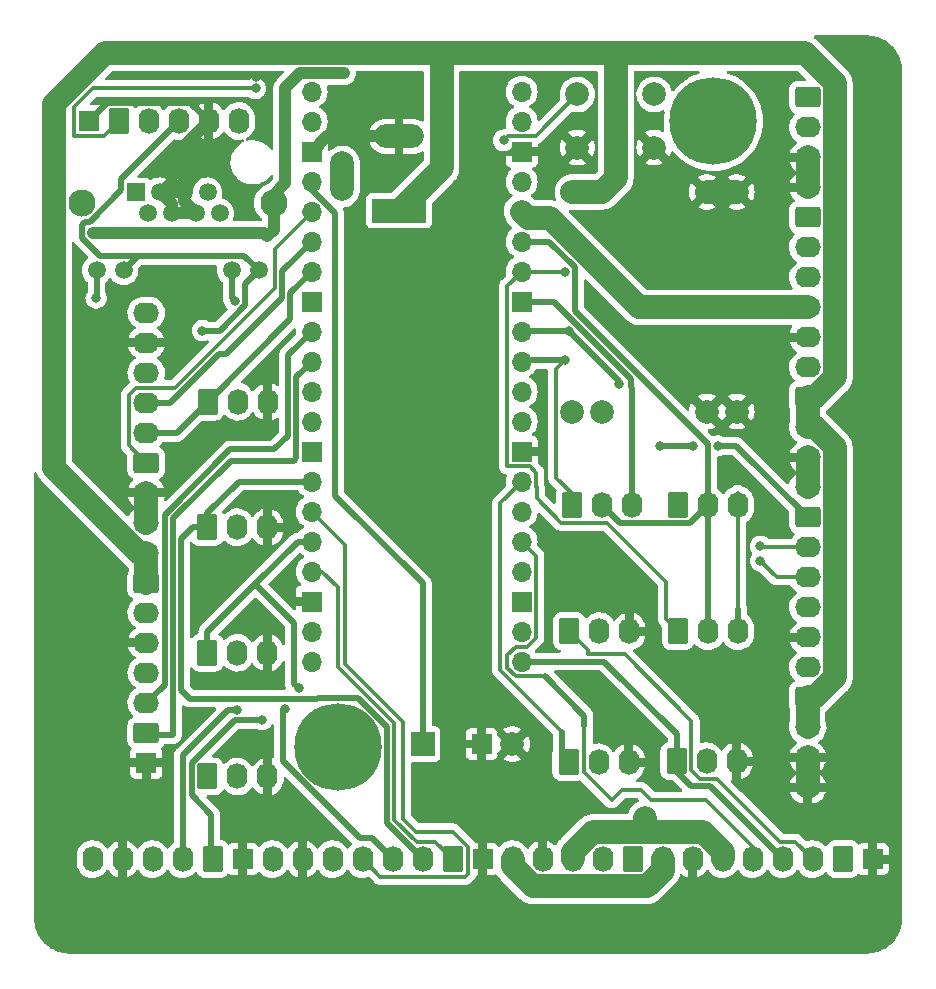
<source format=gtl>
G04 #@! TF.GenerationSoftware,KiCad,Pcbnew,7.0.1*
G04 #@! TF.CreationDate,2023-12-05T18:06:22-06:00*
G04 #@! TF.ProjectId,Pico Breakout Board V3,5069636f-2042-4726-9561-6b6f75742042,rev?*
G04 #@! TF.SameCoordinates,Original*
G04 #@! TF.FileFunction,Copper,L1,Top*
G04 #@! TF.FilePolarity,Positive*
%FSLAX46Y46*%
G04 Gerber Fmt 4.6, Leading zero omitted, Abs format (unit mm)*
G04 Created by KiCad (PCBNEW 7.0.1) date 2023-12-05 18:06:22*
%MOMM*%
%LPD*%
G01*
G04 APERTURE LIST*
G04 Aperture macros list*
%AMRoundRect*
0 Rectangle with rounded corners*
0 $1 Rounding radius*
0 $2 $3 $4 $5 $6 $7 $8 $9 X,Y pos of 4 corners*
0 Add a 4 corners polygon primitive as box body*
4,1,4,$2,$3,$4,$5,$6,$7,$8,$9,$2,$3,0*
0 Add four circle primitives for the rounded corners*
1,1,$1+$1,$2,$3*
1,1,$1+$1,$4,$5*
1,1,$1+$1,$6,$7*
1,1,$1+$1,$8,$9*
0 Add four rect primitives between the rounded corners*
20,1,$1+$1,$2,$3,$4,$5,0*
20,1,$1+$1,$4,$5,$6,$7,0*
20,1,$1+$1,$6,$7,$8,$9,0*
20,1,$1+$1,$8,$9,$2,$3,0*%
G04 Aperture macros list end*
G04 #@! TA.AperFunction,ComponentPad*
%ADD10O,1.740000X2.190000*%
G04 #@! TD*
G04 #@! TA.AperFunction,ComponentPad*
%ADD11RoundRect,0.250000X-0.620000X-0.845000X0.620000X-0.845000X0.620000X0.845000X-0.620000X0.845000X0*%
G04 #@! TD*
G04 #@! TA.AperFunction,ComponentPad*
%ADD12R,1.700000X1.700000*%
G04 #@! TD*
G04 #@! TA.AperFunction,ComponentPad*
%ADD13O,2.190000X1.740000*%
G04 #@! TD*
G04 #@! TA.AperFunction,ComponentPad*
%ADD14RoundRect,0.250000X0.845000X-0.620000X0.845000X0.620000X-0.845000X0.620000X-0.845000X-0.620000X0*%
G04 #@! TD*
G04 #@! TA.AperFunction,ComponentPad*
%ADD15C,2.000000*%
G04 #@! TD*
G04 #@! TA.AperFunction,ComponentPad*
%ADD16O,1.700000X1.700000*%
G04 #@! TD*
G04 #@! TA.AperFunction,ComponentPad*
%ADD17R,4.600000X2.000000*%
G04 #@! TD*
G04 #@! TA.AperFunction,ComponentPad*
%ADD18O,4.200000X2.000000*%
G04 #@! TD*
G04 #@! TA.AperFunction,ComponentPad*
%ADD19O,2.000000X4.200000*%
G04 #@! TD*
G04 #@! TA.AperFunction,ComponentPad*
%ADD20RoundRect,0.250000X-0.845000X0.620000X-0.845000X-0.620000X0.845000X-0.620000X0.845000X0.620000X0*%
G04 #@! TD*
G04 #@! TA.AperFunction,ComponentPad*
%ADD21RoundRect,0.250000X0.620000X0.845000X-0.620000X0.845000X-0.620000X-0.845000X0.620000X-0.845000X0*%
G04 #@! TD*
G04 #@! TA.AperFunction,ComponentPad*
%ADD22R,1.500000X1.500000*%
G04 #@! TD*
G04 #@! TA.AperFunction,ComponentPad*
%ADD23C,1.500000*%
G04 #@! TD*
G04 #@! TA.AperFunction,ComponentPad*
%ADD24C,2.300000*%
G04 #@! TD*
G04 #@! TA.AperFunction,ComponentPad*
%ADD25C,0.800000*%
G04 #@! TD*
G04 #@! TA.AperFunction,ComponentPad*
%ADD26C,7.400000*%
G04 #@! TD*
G04 #@! TA.AperFunction,ComponentPad*
%ADD27R,2.000000X2.000000*%
G04 #@! TD*
G04 #@! TA.AperFunction,ViaPad*
%ADD28C,0.800000*%
G04 #@! TD*
G04 #@! TA.AperFunction,Conductor*
%ADD29C,0.500000*%
G04 #@! TD*
G04 #@! TA.AperFunction,Conductor*
%ADD30C,0.375000*%
G04 #@! TD*
G04 #@! TA.AperFunction,Conductor*
%ADD31C,2.000000*%
G04 #@! TD*
G04 #@! TA.AperFunction,Conductor*
%ADD32C,1.000000*%
G04 #@! TD*
G04 APERTURE END LIST*
D10*
X117240000Y-88020000D03*
X114700000Y-88020000D03*
D11*
X112160000Y-88020000D03*
D12*
X135400000Y-95750000D03*
D10*
X114830000Y-43000000D03*
X112290000Y-43000000D03*
X109750000Y-43000000D03*
X107210000Y-43000000D03*
D11*
X104670000Y-43000000D03*
D13*
X107000000Y-84650000D03*
X107000000Y-87190000D03*
X107000000Y-89730000D03*
X107000000Y-92270000D03*
D14*
X107000000Y-94810000D03*
X107000000Y-82110000D03*
D13*
X107000000Y-79570000D03*
X107000000Y-77030000D03*
X107000000Y-74490000D03*
D12*
X107000000Y-97350000D03*
D14*
X107000000Y-71950000D03*
D13*
X107000000Y-69410000D03*
X107000000Y-66870000D03*
X107000000Y-64330000D03*
X107000000Y-61790000D03*
X107000000Y-59250000D03*
D12*
X135480000Y-105500000D03*
D15*
X143500000Y-45250000D03*
X150000000Y-45250000D03*
X143500000Y-40750000D03*
X150000000Y-40750000D03*
X143070000Y-49000000D03*
X145610000Y-49000000D03*
X154460000Y-49000000D03*
X157000000Y-49000000D03*
X157000000Y-67600000D03*
X154460000Y-67600000D03*
X145610000Y-67600000D03*
X143070000Y-67600000D03*
D16*
X121000000Y-40510000D03*
X121000000Y-43050000D03*
D12*
X121000000Y-45590000D03*
D16*
X121000000Y-48130000D03*
X121000000Y-50670000D03*
X121000000Y-53210000D03*
X121000000Y-55750000D03*
D12*
X121000000Y-58290000D03*
D16*
X121000000Y-60830000D03*
X121000000Y-63370000D03*
X121000000Y-65910000D03*
X121000000Y-68450000D03*
D12*
X121000000Y-70990000D03*
D16*
X121000000Y-73530000D03*
X121000000Y-76070000D03*
X121000000Y-78610000D03*
X121000000Y-81150000D03*
D12*
X121000000Y-83690000D03*
D16*
X121000000Y-86230000D03*
X121000000Y-88770000D03*
X138780000Y-88770000D03*
X138780000Y-86230000D03*
D12*
X138780000Y-83690000D03*
D16*
X138780000Y-81150000D03*
X138780000Y-78610000D03*
X138780000Y-76070000D03*
X138780000Y-73530000D03*
D12*
X138780000Y-70990000D03*
D16*
X138780000Y-68450000D03*
X138780000Y-65910000D03*
X138780000Y-63370000D03*
X138780000Y-60830000D03*
D12*
X138780000Y-58290000D03*
D16*
X138780000Y-55750000D03*
X138780000Y-53210000D03*
X138780000Y-50670000D03*
X138780000Y-48130000D03*
D12*
X138780000Y-45590000D03*
D16*
X138780000Y-43050000D03*
X138780000Y-40510000D03*
D11*
X142760000Y-97300000D03*
D10*
X145300000Y-97300000D03*
X147840000Y-97300000D03*
X147890000Y-86200000D03*
X145350000Y-86200000D03*
D11*
X142810000Y-86200000D03*
D10*
X156980000Y-97200000D03*
X154440000Y-97200000D03*
D11*
X151900000Y-97200000D03*
X112170000Y-98500000D03*
D10*
X114710000Y-98500000D03*
X117250000Y-98500000D03*
D11*
X112160000Y-77400000D03*
D10*
X114700000Y-77400000D03*
X117240000Y-77400000D03*
D12*
X102130000Y-43000000D03*
D17*
X128400000Y-50600000D03*
D18*
X128400000Y-44300000D03*
D19*
X123600000Y-47700000D03*
D13*
X163000000Y-63860000D03*
X163000000Y-61320000D03*
X163000000Y-58780000D03*
X163000000Y-56240000D03*
X163000000Y-53700000D03*
D20*
X163000000Y-51160000D03*
D13*
X163000000Y-99420000D03*
X163000000Y-96880000D03*
X163000000Y-94340000D03*
D20*
X163000000Y-91800000D03*
X163000000Y-66400000D03*
D13*
X163000000Y-68940000D03*
X163000000Y-71480000D03*
X163000000Y-74020000D03*
D10*
X150720000Y-105500000D03*
X153260000Y-105500000D03*
X155800000Y-105500000D03*
X158340000Y-105500000D03*
X160880000Y-105500000D03*
X163420000Y-105500000D03*
D21*
X165960000Y-105500000D03*
D11*
X112210000Y-66770000D03*
D10*
X114750000Y-66770000D03*
X117290000Y-66770000D03*
D12*
X168500000Y-105500000D03*
D10*
X157100000Y-86200000D03*
X154560000Y-86200000D03*
D11*
X152020000Y-86200000D03*
D12*
X115160000Y-105500000D03*
D10*
X157100000Y-75500000D03*
X154560000Y-75500000D03*
D11*
X152020000Y-75500000D03*
D10*
X148100000Y-75520000D03*
X145560000Y-75520000D03*
D11*
X143020000Y-75520000D03*
D20*
X163000000Y-76560000D03*
D13*
X163000000Y-79100000D03*
X163000000Y-81640000D03*
X163000000Y-84180000D03*
X163000000Y-86720000D03*
X163000000Y-89260000D03*
D20*
X163000000Y-41000000D03*
D13*
X163000000Y-43540000D03*
X163000000Y-46080000D03*
X163000000Y-48620000D03*
D21*
X132940000Y-105500000D03*
D10*
X130400000Y-105500000D03*
X127860000Y-105500000D03*
X125320000Y-105500000D03*
X122780000Y-105500000D03*
X120240000Y-105500000D03*
X117700000Y-105500000D03*
X102460000Y-105500000D03*
X105000000Y-105500000D03*
X107540000Y-105500000D03*
X110080000Y-105500000D03*
D21*
X112620000Y-105500000D03*
D10*
X138020000Y-105500000D03*
X140560000Y-105500000D03*
X143100000Y-105500000D03*
X145640000Y-105500000D03*
D21*
X148180000Y-105500000D03*
D22*
X106090000Y-49040000D03*
D23*
X107106000Y-50820000D03*
X108122000Y-49040000D03*
X109138000Y-50820000D03*
X110154000Y-49040000D03*
X111170000Y-50820000D03*
X112186000Y-49040000D03*
X113202000Y-50820000D03*
X102790000Y-55640000D03*
X105080000Y-55640000D03*
X114220000Y-55640000D03*
X116510000Y-55640000D03*
D24*
X101520000Y-49930000D03*
X117780000Y-49930000D03*
D25*
X156962221Y-41062779D03*
X157775000Y-43025000D03*
X156962221Y-44987221D03*
X155000000Y-45800000D03*
X153037779Y-44987221D03*
X153037779Y-41062779D03*
X155000000Y-40250000D03*
D26*
X155000000Y-43025000D03*
D25*
X152225000Y-43025000D03*
X125187221Y-94037779D03*
X126000000Y-96000000D03*
X125187221Y-97962221D03*
X123225000Y-98775000D03*
X121262779Y-97962221D03*
X121262779Y-94037779D03*
X123225000Y-93225000D03*
D26*
X123225000Y-96000000D03*
D25*
X120450000Y-96000000D03*
D15*
X138000000Y-95750000D03*
D27*
X130400000Y-95750000D03*
D28*
X102000000Y-63000000D03*
X102250000Y-68000000D03*
X100250000Y-110500000D03*
X99250000Y-81750000D03*
X156250000Y-72500000D03*
X133000000Y-77250000D03*
X129250000Y-59750000D03*
X116250000Y-39250000D03*
X149250000Y-102000000D03*
X123750000Y-38960000D03*
X116250000Y-40250000D03*
X155389500Y-70500000D03*
X150500000Y-70500000D03*
X153250000Y-70500000D03*
X159000000Y-80250000D03*
X159000000Y-79000000D03*
X137250000Y-44645000D03*
X147000000Y-65250000D03*
X142469500Y-55750000D03*
X142469500Y-63250000D03*
X142750000Y-60750000D03*
X118749125Y-92749500D03*
X119900000Y-91050500D03*
X114700000Y-92850500D03*
X116800000Y-93700000D03*
X111750000Y-60750000D03*
X117250000Y-52750000D03*
X102500000Y-52500000D03*
X102750000Y-58000000D03*
X114500000Y-58250000D03*
D29*
X151900000Y-98100000D02*
X151900000Y-97200000D01*
X153120000Y-99320000D02*
X151900000Y-98100000D01*
X154700000Y-99320000D02*
X153120000Y-99320000D01*
X160880000Y-105500000D02*
X154700000Y-99320000D01*
D30*
X144382500Y-87772500D02*
X142810000Y-86200000D01*
X144382500Y-88132500D02*
X144382500Y-87772500D01*
X153919126Y-98682500D02*
X153157500Y-97920874D01*
X153157500Y-97920874D02*
X153157500Y-93790939D01*
X153157500Y-93790939D02*
X147499061Y-88132500D01*
X155282500Y-98682500D02*
X153919126Y-98682500D01*
X160617500Y-104017500D02*
X155282500Y-98682500D01*
X161937500Y-104017500D02*
X160617500Y-104017500D01*
X163420000Y-105500000D02*
X161937500Y-104017500D01*
X147499061Y-88132500D02*
X144382500Y-88132500D01*
D29*
X157100000Y-84320000D02*
X157100000Y-86200000D01*
D30*
X157080000Y-74500000D02*
X157080000Y-84300000D01*
D29*
X154540000Y-84500000D02*
X154560000Y-84520000D01*
X154560000Y-84520000D02*
X154560000Y-86200000D01*
X154540000Y-70347968D02*
X154540000Y-84500000D01*
X143319500Y-55397918D02*
X143319500Y-59127468D01*
X141131582Y-53210000D02*
X143319500Y-55397918D01*
X143319500Y-59127468D02*
X154540000Y-70347968D01*
X138780000Y-53210000D02*
X141131582Y-53210000D01*
D30*
X151020000Y-85200000D02*
X152020000Y-86200000D01*
X151020000Y-82000000D02*
X151020000Y-85200000D01*
X140037500Y-73980000D02*
X140017500Y-73960000D01*
X140037500Y-74960000D02*
X140037500Y-73980000D01*
X146022500Y-77002500D02*
X151020000Y-82000000D01*
D29*
X151900000Y-94900000D02*
X151900000Y-97200000D01*
X138780000Y-88770000D02*
X145770000Y-88770000D01*
X145770000Y-88770000D02*
X151900000Y-94900000D01*
D31*
X149250000Y-102000000D02*
X149250000Y-103205000D01*
D30*
X158340000Y-104480000D02*
X158340000Y-105500000D01*
X154360000Y-100500000D02*
X158340000Y-104480000D01*
X149712222Y-100500000D02*
X154360000Y-100500000D01*
X146400000Y-100500000D02*
X147262500Y-99637500D01*
X148849722Y-99637500D02*
X149712222Y-100500000D01*
X144042500Y-96554126D02*
X144042500Y-98142500D01*
X144042500Y-98142500D02*
X146400000Y-100500000D01*
X144100000Y-96496626D02*
X144042500Y-96554126D01*
X147262500Y-99637500D02*
X148849722Y-99637500D01*
X144100000Y-94226626D02*
X144100000Y-96496626D01*
D29*
X142196737Y-96736737D02*
X142760000Y-97300000D01*
X142196737Y-94750000D02*
X142196737Y-96736737D01*
X144100000Y-93350000D02*
X140757500Y-90007500D01*
X144100000Y-94226626D02*
X144100000Y-93350000D01*
D30*
X138267410Y-90007500D02*
X140757500Y-90007500D01*
X137542500Y-88257410D02*
X137542500Y-89282590D01*
X138299910Y-87500000D02*
X137542500Y-88257410D01*
X137542500Y-89282590D02*
X138267410Y-90007500D01*
X139260090Y-87500000D02*
X138299910Y-87500000D01*
X140017500Y-86742590D02*
X139260090Y-87500000D01*
X140017500Y-79847500D02*
X140017500Y-86742590D01*
X138780000Y-78610000D02*
X140017500Y-79847500D01*
D29*
X112160000Y-76200000D02*
X114830000Y-73530000D01*
X112160000Y-77400000D02*
X112160000Y-76200000D01*
X110960000Y-77400000D02*
X109950000Y-78410000D01*
X112160000Y-77400000D02*
X110960000Y-77400000D01*
X119500000Y-85500000D02*
X116210000Y-82210000D01*
X119500000Y-90650500D02*
X119500000Y-85500000D01*
X119900000Y-91050500D02*
X119500000Y-90650500D01*
X118570000Y-97213987D02*
X125106013Y-103750000D01*
X126110000Y-103750000D02*
X127860000Y-105500000D01*
X118570000Y-92928625D02*
X118570000Y-97213987D01*
X125106013Y-103750000D02*
X126110000Y-103750000D01*
X118749125Y-92749500D02*
X118570000Y-92928625D01*
X112170000Y-88010000D02*
X112160000Y-88020000D01*
X112170000Y-86250000D02*
X112170000Y-88010000D01*
X121456013Y-91900000D02*
X110700000Y-91900000D01*
X121506013Y-91850000D02*
X121456013Y-91900000D01*
X127375000Y-94281013D02*
X124943987Y-91850000D01*
X127375000Y-102475000D02*
X127375000Y-94281013D01*
X124943987Y-91850000D02*
X121506013Y-91850000D01*
X130400000Y-105500000D02*
X127375000Y-102475000D01*
X110700000Y-91900000D02*
X109950000Y-91150000D01*
X109950000Y-91150000D02*
X109950000Y-78410000D01*
X110080000Y-96720000D02*
X110080000Y-105500000D01*
X113949500Y-92850500D02*
X110080000Y-96720000D01*
X114700000Y-92850500D02*
X113949500Y-92850500D01*
X112500000Y-105380000D02*
X112620000Y-105500000D01*
X112500000Y-101750000D02*
X112500000Y-105380000D01*
X110850000Y-97365051D02*
X110850000Y-100100000D01*
X114515051Y-93700000D02*
X110850000Y-97365051D01*
X110850000Y-100100000D02*
X112500000Y-101750000D01*
X116800000Y-93700000D02*
X114515051Y-93700000D01*
X119000000Y-69651762D02*
X119000000Y-62830000D01*
X117836762Y-70815000D02*
X119000000Y-69651762D01*
X114100101Y-70815000D02*
X117836762Y-70815000D01*
X108545000Y-90725000D02*
X108545000Y-76370101D01*
X119000000Y-62830000D02*
X121000000Y-60830000D01*
X107000000Y-92270000D02*
X108545000Y-90725000D01*
X108545000Y-76370101D02*
X114100101Y-70815000D01*
X109250000Y-76655051D02*
X109250000Y-95000000D01*
X114155051Y-71750000D02*
X109250000Y-76655051D01*
X119500000Y-71750000D02*
X114155051Y-71750000D01*
X119700000Y-71550000D02*
X119500000Y-71750000D01*
X109250000Y-95000000D02*
X107190000Y-95000000D01*
X107190000Y-95000000D02*
X107000000Y-94810000D01*
X119700000Y-64670000D02*
X119700000Y-71550000D01*
X121000000Y-63370000D02*
X119700000Y-64670000D01*
X114830000Y-73530000D02*
X121000000Y-73530000D01*
X119200000Y-57550000D02*
X121000000Y-55750000D01*
X119200000Y-59780000D02*
X119200000Y-57550000D01*
X112210000Y-66770000D02*
X119200000Y-59780000D01*
X109570000Y-69410000D02*
X112210000Y-66770000D01*
X107000000Y-69410000D02*
X109570000Y-69410000D01*
X101550000Y-51793503D02*
X101550000Y-52893503D01*
X101550000Y-52893503D02*
X103096497Y-54440000D01*
X101813503Y-51530000D02*
X101550000Y-51793503D01*
X110745000Y-41455000D02*
X112290000Y-43000000D01*
X103675000Y-41455000D02*
X110745000Y-41455000D01*
X102130000Y-43000000D02*
X103675000Y-41455000D01*
D30*
X102462222Y-40250000D02*
X116250000Y-40250000D01*
X100892500Y-41819722D02*
X102462222Y-40250000D01*
X100892500Y-44237500D02*
X100892500Y-41819722D01*
X103432500Y-44237500D02*
X100892500Y-44237500D01*
X104670000Y-43000000D02*
X103432500Y-44237500D01*
D31*
X99170000Y-72352422D02*
X99170000Y-41580000D01*
X103490000Y-37260000D02*
X132000000Y-37260000D01*
X106387578Y-79570000D02*
X99170000Y-72352422D01*
X107000000Y-79570000D02*
X106387578Y-79570000D01*
X99170000Y-41580000D02*
X103490000Y-37260000D01*
D29*
X156940000Y-70500000D02*
X163000000Y-76560000D01*
X155389500Y-70500000D02*
X156940000Y-70500000D01*
D31*
X148752192Y-58780000D02*
X163000000Y-58780000D01*
X141172192Y-51200000D02*
X148752192Y-58780000D01*
X139310000Y-51200000D02*
X141172192Y-51200000D01*
X146750000Y-47860000D02*
X146750000Y-37260000D01*
X145610000Y-49000000D02*
X146750000Y-47860000D01*
X146750000Y-37260000D02*
X162775610Y-37260000D01*
X132000000Y-37260000D02*
X146750000Y-37260000D01*
X154117422Y-103205000D02*
X149250000Y-103205000D01*
X149250000Y-103205000D02*
X144782578Y-103205000D01*
D32*
X122290000Y-44300000D02*
X128400000Y-44300000D01*
X121000000Y-45590000D02*
X122290000Y-44300000D01*
X110154000Y-45136000D02*
X112290000Y-43000000D01*
X110154000Y-49040000D02*
X110154000Y-45136000D01*
D31*
X163612422Y-66400000D02*
X163000000Y-66400000D01*
X162775610Y-37260000D02*
X165295000Y-39779390D01*
X165295000Y-39779390D02*
X165295000Y-64717422D01*
X165295000Y-64717422D02*
X163612422Y-66400000D01*
X138020000Y-106112422D02*
X138020000Y-105500000D01*
X139702578Y-107795000D02*
X138020000Y-106112422D01*
X149400610Y-107795000D02*
X139702578Y-107795000D01*
X150720000Y-106475610D02*
X149400610Y-107795000D01*
X150720000Y-105500000D02*
X150720000Y-106475610D01*
X143100000Y-104887578D02*
X143100000Y-105500000D01*
X144782578Y-103205000D02*
X143100000Y-104887578D01*
X155800000Y-104887578D02*
X154117422Y-103205000D01*
X155800000Y-105500000D02*
X155800000Y-104887578D01*
X128400000Y-50600000D02*
X132000000Y-47000000D01*
X132000000Y-47000000D02*
X132000000Y-37260000D01*
D32*
X120040000Y-38960000D02*
X123750000Y-38960000D01*
X117780000Y-52220000D02*
X117250000Y-52750000D01*
X117780000Y-49930000D02*
X117780000Y-52220000D01*
X117780000Y-49930000D02*
X117780000Y-49253704D01*
X117780000Y-49253704D02*
X118750000Y-48283704D01*
X118750000Y-40250000D02*
X118750000Y-48283704D01*
D29*
X104890000Y-47915204D02*
X109535204Y-43270000D01*
X104890000Y-48860000D02*
X104890000Y-47915204D01*
X102220000Y-51530000D02*
X104890000Y-48860000D01*
X101813503Y-51530000D02*
X102220000Y-51530000D01*
D32*
X120040000Y-38960000D02*
X118750000Y-40250000D01*
D29*
X106280000Y-54440000D02*
X103096497Y-54440000D01*
D32*
X117000000Y-52500000D02*
X117250000Y-52750000D01*
X102500000Y-52500000D02*
X117000000Y-52500000D01*
D30*
X142080000Y-77002500D02*
X146022500Y-77002500D01*
X140037500Y-74960000D02*
X142080000Y-77002500D01*
X139500000Y-72250000D02*
X140017500Y-72767500D01*
X137565000Y-72250000D02*
X139500000Y-72250000D01*
X140017500Y-72767500D02*
X140017500Y-73960000D01*
X138780000Y-55750000D02*
X137542500Y-56987500D01*
X137542500Y-56987500D02*
X137542500Y-72227500D01*
X137542500Y-72227500D02*
X137565000Y-72250000D01*
D29*
X150500000Y-70500000D02*
X153250000Y-70500000D01*
X148040000Y-65547918D02*
X148080000Y-65587918D01*
X148040000Y-64837918D02*
X148040000Y-65547918D01*
D30*
X141722500Y-72532500D02*
X141682500Y-72492500D01*
X141722500Y-73242500D02*
X141722500Y-72532500D01*
X123825000Y-89000000D02*
X128750000Y-93925000D01*
X136967500Y-75342500D02*
X138780000Y-73530000D01*
X136967500Y-89520762D02*
X136967500Y-75342500D01*
X142196737Y-94750000D02*
X136967500Y-89520762D01*
X159000000Y-80250000D02*
X160390000Y-81640000D01*
X160390000Y-81640000D02*
X163000000Y-81640000D01*
X159100000Y-79100000D02*
X163000000Y-79100000D01*
X159000000Y-79000000D02*
X159100000Y-79100000D01*
D29*
X147000000Y-65000000D02*
X147000000Y-65250000D01*
X142750000Y-60750000D02*
X147000000Y-65000000D01*
D30*
X141682500Y-72492500D02*
X141682500Y-64037000D01*
X141682500Y-64037000D02*
X142469500Y-63250000D01*
X143000000Y-74520000D02*
X141722500Y-73242500D01*
D29*
X152995000Y-77065000D02*
X154560000Y-75500000D01*
X147105000Y-77065000D02*
X152995000Y-77065000D01*
X145560000Y-75520000D02*
X147105000Y-77065000D01*
X141492082Y-58290000D02*
X138780000Y-58290000D01*
X148040000Y-64837918D02*
X141492082Y-58290000D01*
X148080000Y-74520000D02*
X148080000Y-65587918D01*
D30*
X142469500Y-55750000D02*
X138780000Y-55750000D01*
X137607500Y-44287500D02*
X137250000Y-44645000D01*
X139962500Y-44287500D02*
X137607500Y-44287500D01*
X143500000Y-40750000D02*
X139962500Y-44287500D01*
D29*
X142469500Y-63250000D02*
X138900000Y-63250000D01*
X138900000Y-63250000D02*
X138780000Y-63370000D01*
X138860000Y-60750000D02*
X138780000Y-60830000D01*
X142750000Y-60750000D02*
X138860000Y-60750000D01*
X130400000Y-82150000D02*
X130400000Y-95750000D01*
X123000000Y-50831522D02*
X123000000Y-74750000D01*
X121000000Y-48831522D02*
X123000000Y-50831522D01*
X121000000Y-48130000D02*
X121000000Y-48831522D01*
X123000000Y-74750000D02*
X130400000Y-82150000D01*
D31*
X138780000Y-50670000D02*
X139310000Y-51200000D01*
D29*
X116210000Y-82210000D02*
X119810000Y-78610000D01*
X112170000Y-86250000D02*
X116210000Y-82210000D01*
D30*
X126802500Y-106982500D02*
X125320000Y-105500000D01*
X134017500Y-106982500D02*
X126802500Y-106982500D01*
X134242500Y-106757500D02*
X134017500Y-106982500D01*
X134242500Y-104435939D02*
X134242500Y-106757500D01*
X132969162Y-103162601D02*
X134242500Y-104435939D01*
X129837399Y-103162601D02*
X132969162Y-103162601D01*
X128750000Y-102075202D02*
X129837399Y-103162601D01*
X128750000Y-93925000D02*
X128750000Y-102075202D01*
X123825000Y-78895000D02*
X123825000Y-89000000D01*
X121000000Y-76070000D02*
X123825000Y-78895000D01*
X121900000Y-81150000D02*
X121000000Y-81150000D01*
X123250000Y-82500000D02*
X121900000Y-81150000D01*
X123250000Y-89250000D02*
X123250000Y-82500000D01*
X128012500Y-94012500D02*
X123250000Y-89250000D01*
X128012500Y-102150874D02*
X128012500Y-94012500D01*
X129879126Y-104017500D02*
X128012500Y-102150874D01*
X131457500Y-104017500D02*
X129879126Y-104017500D01*
X132940000Y-105500000D02*
X131457500Y-104017500D01*
D29*
X119810000Y-78610000D02*
X121000000Y-78610000D01*
D30*
X117862500Y-53807500D02*
X121000000Y-50670000D01*
X117862500Y-57137500D02*
X117862500Y-53807500D01*
X109412500Y-65587500D02*
X117862500Y-57137500D01*
D29*
X118500000Y-55710000D02*
X121000000Y-53210000D01*
X118500000Y-58000000D02*
X118500000Y-55710000D01*
X113750000Y-62750000D02*
X118500000Y-58000000D01*
X113151561Y-62750000D02*
X113750000Y-62750000D01*
X109031561Y-66870000D02*
X113151561Y-62750000D01*
X107000000Y-66870000D02*
X109031561Y-66870000D01*
D30*
X105517500Y-66232500D02*
X105517500Y-70467500D01*
X109412500Y-65587500D02*
X106162500Y-65587500D01*
X106162500Y-65587500D02*
X105517500Y-66232500D01*
X105517500Y-70467500D02*
X107000000Y-71950000D01*
D29*
X113202082Y-60750000D02*
X111750000Y-60750000D01*
X115350000Y-58602082D02*
X113202082Y-60750000D01*
X115350000Y-56800000D02*
X115350000Y-58602082D01*
X116510000Y-55640000D02*
X115350000Y-56800000D01*
X115310000Y-54440000D02*
X116510000Y-55640000D01*
X106280000Y-54440000D02*
X115310000Y-54440000D01*
X105080000Y-55640000D02*
X106280000Y-54440000D01*
X109535204Y-43270000D02*
X109750000Y-43270000D01*
D31*
X163612422Y-91800000D02*
X163000000Y-91800000D01*
X165295000Y-90117422D02*
X163612422Y-91800000D01*
X165295000Y-70622578D02*
X165295000Y-90117422D01*
X163000000Y-68940000D02*
X163612422Y-68940000D01*
X163612422Y-68940000D02*
X165295000Y-70622578D01*
D29*
X102790000Y-57960000D02*
X102750000Y-58000000D01*
X102790000Y-55640000D02*
X102790000Y-57960000D01*
X114220000Y-57970000D02*
X114500000Y-58250000D01*
X114220000Y-55640000D02*
X114220000Y-57970000D01*
D32*
X110154000Y-49804000D02*
X110154000Y-49040000D01*
X111170000Y-50820000D02*
X110154000Y-49804000D01*
X111170000Y-50820000D02*
X109138000Y-50820000D01*
X109138000Y-50056000D02*
X109138000Y-50820000D01*
X108122000Y-49040000D02*
X109138000Y-50056000D01*
X108122000Y-49040000D02*
X110154000Y-49040000D01*
D31*
X163000000Y-46080000D02*
X163000000Y-48620000D01*
X163000000Y-71480000D02*
X163000000Y-74020000D01*
X163000000Y-96880000D02*
X163000000Y-99420000D01*
X107000000Y-74490000D02*
X107000000Y-77030000D01*
X107000000Y-79570000D02*
X107000000Y-82110000D01*
X154460000Y-49000000D02*
X157000000Y-49000000D01*
X163000000Y-66400000D02*
X163000000Y-68940000D01*
X163000000Y-91800000D02*
X163000000Y-94340000D01*
X143070000Y-49000000D02*
X145610000Y-49000000D01*
G04 #@! TA.AperFunction,Conductor*
G36*
X168003243Y-35750669D02*
G01*
X168133379Y-35757490D01*
X168313908Y-35767628D01*
X168326309Y-35768955D01*
X168474990Y-35792504D01*
X168476245Y-35792709D01*
X168635324Y-35819738D01*
X168646606Y-35822202D01*
X168795635Y-35862134D01*
X168797761Y-35862725D01*
X168949174Y-35906347D01*
X168959260Y-35909729D01*
X169104710Y-35965562D01*
X169107599Y-35966714D01*
X169251768Y-36026430D01*
X169260594Y-36030500D01*
X169400064Y-36101565D01*
X169403748Y-36103521D01*
X169457625Y-36133297D01*
X169539548Y-36178574D01*
X169547061Y-36183081D01*
X169678754Y-36268604D01*
X169682947Y-36271452D01*
X169809147Y-36360996D01*
X169815428Y-36365759D01*
X169937567Y-36464665D01*
X169942158Y-36468571D01*
X170057424Y-36571579D01*
X170062478Y-36576358D01*
X170173640Y-36687520D01*
X170178419Y-36692574D01*
X170281427Y-36807840D01*
X170285333Y-36812431D01*
X170384239Y-36934570D01*
X170389002Y-36940851D01*
X170478546Y-37067051D01*
X170481409Y-37071266D01*
X170566907Y-37202921D01*
X170571430Y-37210460D01*
X170646477Y-37346250D01*
X170648433Y-37349934D01*
X170719498Y-37489404D01*
X170723575Y-37498247D01*
X170783259Y-37642337D01*
X170784462Y-37645353D01*
X170840265Y-37790727D01*
X170843655Y-37800836D01*
X170887258Y-37952185D01*
X170887879Y-37954419D01*
X170927791Y-38103370D01*
X170930264Y-38114694D01*
X170957282Y-38273715D01*
X170957507Y-38275087D01*
X170981040Y-38423666D01*
X170982372Y-38436111D01*
X170992498Y-38616421D01*
X170992523Y-38616884D01*
X170999330Y-38746757D01*
X170999500Y-38753247D01*
X170999500Y-110496753D01*
X170999330Y-110503243D01*
X170992523Y-110633114D01*
X170992498Y-110633577D01*
X170982372Y-110813887D01*
X170981040Y-110826332D01*
X170957507Y-110974911D01*
X170957282Y-110976283D01*
X170930264Y-111135304D01*
X170927791Y-111146628D01*
X170887879Y-111295579D01*
X170887258Y-111297813D01*
X170843655Y-111449162D01*
X170840265Y-111459271D01*
X170784462Y-111604645D01*
X170783259Y-111607661D01*
X170723575Y-111751751D01*
X170719498Y-111760594D01*
X170648433Y-111900064D01*
X170646477Y-111903748D01*
X170571430Y-112039538D01*
X170566897Y-112047094D01*
X170481412Y-112178728D01*
X170478546Y-112182947D01*
X170389002Y-112309147D01*
X170384239Y-112315428D01*
X170285333Y-112437567D01*
X170281427Y-112442158D01*
X170178419Y-112557424D01*
X170173640Y-112562478D01*
X170062478Y-112673640D01*
X170057424Y-112678419D01*
X169942158Y-112781427D01*
X169937567Y-112785333D01*
X169815428Y-112884239D01*
X169809147Y-112889002D01*
X169682947Y-112978546D01*
X169678728Y-112981412D01*
X169547094Y-113066897D01*
X169539538Y-113071430D01*
X169403748Y-113146477D01*
X169400064Y-113148433D01*
X169260594Y-113219498D01*
X169251751Y-113223575D01*
X169107661Y-113283259D01*
X169104645Y-113284462D01*
X168959271Y-113340265D01*
X168949162Y-113343655D01*
X168797813Y-113387258D01*
X168795579Y-113387879D01*
X168646628Y-113427791D01*
X168635304Y-113430264D01*
X168476283Y-113457282D01*
X168474911Y-113457507D01*
X168326332Y-113481040D01*
X168313887Y-113482372D01*
X168133577Y-113492498D01*
X168133114Y-113492523D01*
X168003243Y-113499330D01*
X167996753Y-113499500D01*
X100503247Y-113499500D01*
X100496757Y-113499330D01*
X100366884Y-113492523D01*
X100366421Y-113492498D01*
X100186111Y-113482372D01*
X100173666Y-113481040D01*
X100025087Y-113457507D01*
X100023715Y-113457282D01*
X99864694Y-113430264D01*
X99853370Y-113427791D01*
X99704419Y-113387879D01*
X99702185Y-113387258D01*
X99550836Y-113343655D01*
X99540727Y-113340265D01*
X99395353Y-113284462D01*
X99392337Y-113283259D01*
X99248247Y-113223575D01*
X99239404Y-113219498D01*
X99099934Y-113148433D01*
X99096250Y-113146477D01*
X98960460Y-113071430D01*
X98952921Y-113066907D01*
X98821266Y-112981409D01*
X98817051Y-112978546D01*
X98690851Y-112889002D01*
X98684570Y-112884239D01*
X98562431Y-112785333D01*
X98557840Y-112781427D01*
X98442574Y-112678419D01*
X98437520Y-112673640D01*
X98326358Y-112562478D01*
X98321579Y-112557424D01*
X98218571Y-112442158D01*
X98214665Y-112437567D01*
X98115759Y-112315428D01*
X98110996Y-112309147D01*
X98021452Y-112182947D01*
X98018604Y-112178754D01*
X97933081Y-112047061D01*
X97928568Y-112039538D01*
X97853521Y-111903748D01*
X97851565Y-111900064D01*
X97780500Y-111760594D01*
X97776430Y-111751768D01*
X97716714Y-111607599D01*
X97715562Y-111604710D01*
X97659729Y-111459260D01*
X97656347Y-111449174D01*
X97612725Y-111297761D01*
X97612134Y-111295635D01*
X97572202Y-111146606D01*
X97569738Y-111135324D01*
X97542709Y-110976245D01*
X97542491Y-110974911D01*
X97518955Y-110826309D01*
X97517628Y-110813908D01*
X97507485Y-110633285D01*
X97507476Y-110633114D01*
X97500669Y-110503243D01*
X97500500Y-110496755D01*
X97500500Y-105783220D01*
X101089500Y-105783220D01*
X101104329Y-105957451D01*
X101163114Y-106183220D01*
X101259207Y-106395801D01*
X101376009Y-106568615D01*
X101389847Y-106589088D01*
X101551272Y-106757516D01*
X101738839Y-106896240D01*
X101947153Y-107001270D01*
X102170220Y-107069583D01*
X102401624Y-107099216D01*
X102634707Y-107089314D01*
X102862765Y-107040164D01*
X103079235Y-106953179D01*
X103277891Y-106830862D01*
X103453018Y-106676731D01*
X103599578Y-106495220D01*
X103622375Y-106454410D01*
X103665615Y-106409294D01*
X103725367Y-106390995D01*
X103786455Y-106404160D01*
X103833365Y-106445446D01*
X103930236Y-106588772D01*
X104091603Y-106757139D01*
X104279101Y-106895812D01*
X104487339Y-107000803D01*
X104625000Y-107042961D01*
X104625000Y-103954364D01*
X104597379Y-103960316D01*
X104380994Y-104047267D01*
X104182405Y-104169543D01*
X104007342Y-104323618D01*
X103860839Y-104505057D01*
X103838209Y-104545567D01*
X103794969Y-104590681D01*
X103735218Y-104608979D01*
X103674131Y-104595814D01*
X103627221Y-104554528D01*
X103530153Y-104410912D01*
X103368727Y-104242483D01*
X103181161Y-104103760D01*
X102972847Y-103998730D01*
X102749780Y-103930417D01*
X102749779Y-103930416D01*
X102518376Y-103900784D01*
X102518372Y-103900784D01*
X102285295Y-103910685D01*
X102057232Y-103959836D01*
X101840768Y-104046819D01*
X101642107Y-104169139D01*
X101466980Y-104323270D01*
X101320423Y-104504776D01*
X101206645Y-104708448D01*
X101128925Y-104928418D01*
X101089500Y-105158351D01*
X101089500Y-105783220D01*
X97500500Y-105783220D01*
X97500500Y-97725000D01*
X105650000Y-97725000D01*
X105650000Y-98247824D01*
X105656402Y-98307375D01*
X105706647Y-98442089D01*
X105792811Y-98557188D01*
X105907910Y-98643352D01*
X106042624Y-98693597D01*
X106102176Y-98700000D01*
X106625000Y-98700000D01*
X106625000Y-97725000D01*
X107375000Y-97725000D01*
X107375000Y-98700000D01*
X107897824Y-98700000D01*
X107957375Y-98693597D01*
X108092089Y-98643352D01*
X108207188Y-98557188D01*
X108293352Y-98442089D01*
X108343597Y-98307375D01*
X108350000Y-98247824D01*
X108350000Y-97725000D01*
X107375000Y-97725000D01*
X106625000Y-97725000D01*
X105650000Y-97725000D01*
X97500500Y-97725000D01*
X97500500Y-72866881D01*
X97514642Y-72809372D01*
X97553843Y-72764981D01*
X97609161Y-72743833D01*
X97667978Y-72750753D01*
X97716877Y-72784162D01*
X97744704Y-72836437D01*
X97745937Y-72841303D01*
X97782393Y-72924415D01*
X97784354Y-72929150D01*
X97817344Y-73013697D01*
X97829364Y-73033870D01*
X97836395Y-73047529D01*
X97845824Y-73069025D01*
X97845827Y-73069029D01*
X97895481Y-73145031D01*
X97898153Y-73149312D01*
X97944634Y-73227316D01*
X97959808Y-73245233D01*
X97968991Y-73257547D01*
X97981837Y-73277209D01*
X98043294Y-73343969D01*
X98046686Y-73347810D01*
X98065095Y-73369545D01*
X98085227Y-73389677D01*
X98088776Y-73393375D01*
X98150258Y-73460162D01*
X98168787Y-73474584D01*
X98180307Y-73484757D01*
X105255243Y-80559693D01*
X105265415Y-80571211D01*
X105279839Y-80589743D01*
X105346623Y-80651222D01*
X105350320Y-80654770D01*
X105370452Y-80674902D01*
X105392197Y-80693319D01*
X105396018Y-80696694D01*
X105459482Y-80755116D01*
X105489056Y-80796535D01*
X105499500Y-80846346D01*
X105499500Y-81087975D01*
X105481039Y-81153068D01*
X105476047Y-81161164D01*
X105470185Y-81170668D01*
X105415000Y-81337202D01*
X105404500Y-81439990D01*
X105404500Y-82780008D01*
X105415000Y-82882796D01*
X105470186Y-83049334D01*
X105562288Y-83198657D01*
X105686342Y-83322711D01*
X105848001Y-83422422D01*
X105846186Y-83425364D01*
X105876952Y-83445396D01*
X105906041Y-83501369D01*
X105903829Y-83564410D01*
X105870888Y-83618206D01*
X105742483Y-83741271D01*
X105603760Y-83928838D01*
X105498730Y-84137152D01*
X105431489Y-84356717D01*
X105430417Y-84360220D01*
X105401263Y-84587888D01*
X105400784Y-84591627D01*
X105410685Y-84824704D01*
X105459836Y-85052767D01*
X105540911Y-85254528D01*
X105546821Y-85269235D01*
X105669138Y-85467891D01*
X105795098Y-85611010D01*
X105823270Y-85643019D01*
X106004776Y-85789576D01*
X106045590Y-85812376D01*
X106090706Y-85855616D01*
X106109004Y-85915367D01*
X106095839Y-85976455D01*
X106054553Y-86023365D01*
X105911227Y-86120236D01*
X105742860Y-86281603D01*
X105604187Y-86469101D01*
X105499196Y-86677339D01*
X105457038Y-86815000D01*
X107251000Y-86815000D01*
X107313000Y-86831613D01*
X107358387Y-86877000D01*
X107375000Y-86939000D01*
X107375000Y-87441000D01*
X107358387Y-87503000D01*
X107313000Y-87548387D01*
X107251000Y-87565000D01*
X105454364Y-87565000D01*
X105460316Y-87592620D01*
X105547267Y-87809005D01*
X105669543Y-88007594D01*
X105823618Y-88182657D01*
X106005057Y-88329160D01*
X106045565Y-88351789D01*
X106090680Y-88395029D01*
X106108979Y-88454780D01*
X106095814Y-88515868D01*
X106054529Y-88562778D01*
X105910910Y-88659848D01*
X105742483Y-88821272D01*
X105603760Y-89008838D01*
X105498730Y-89217152D01*
X105430417Y-89440219D01*
X105428177Y-89457711D01*
X105401919Y-89662767D01*
X105400784Y-89671627D01*
X105410685Y-89904704D01*
X105459836Y-90132767D01*
X105546819Y-90349231D01*
X105546821Y-90349235D01*
X105669138Y-90547891D01*
X105807357Y-90704939D01*
X105823270Y-90723019D01*
X106004776Y-90869576D01*
X106045101Y-90892103D01*
X106090217Y-90935343D01*
X106108515Y-90995094D01*
X106095350Y-91056182D01*
X106054064Y-91103092D01*
X105910912Y-91199846D01*
X105742483Y-91361272D01*
X105603760Y-91548838D01*
X105498730Y-91757152D01*
X105430417Y-91980219D01*
X105400784Y-92211627D01*
X105410685Y-92444704D01*
X105459836Y-92672767D01*
X105546236Y-92887780D01*
X105546821Y-92889235D01*
X105662030Y-93076347D01*
X105669139Y-93087892D01*
X105823270Y-93263019D01*
X105862768Y-93294912D01*
X105901095Y-93348174D01*
X105906875Y-93413539D01*
X105878487Y-93472700D01*
X105846007Y-93494345D01*
X105848001Y-93497578D01*
X105686342Y-93597288D01*
X105562288Y-93721342D01*
X105470186Y-93870665D01*
X105415000Y-94037202D01*
X105404500Y-94139990D01*
X105404500Y-95480008D01*
X105415000Y-95582796D01*
X105470186Y-95749334D01*
X105562286Y-95898654D01*
X105686345Y-96022713D01*
X105705204Y-96034345D01*
X105750966Y-96084330D01*
X105763615Y-96150908D01*
X105739374Y-96214193D01*
X105706647Y-96257910D01*
X105656402Y-96392624D01*
X105650000Y-96452176D01*
X105650000Y-96975000D01*
X108350000Y-96975000D01*
X108350000Y-96452176D01*
X108343597Y-96392624D01*
X108293352Y-96257910D01*
X108260626Y-96214195D01*
X108236383Y-96150908D01*
X108249033Y-96084328D01*
X108294794Y-96034345D01*
X108313656Y-96022712D01*
X108437712Y-95898656D01*
X108492762Y-95809404D01*
X108537870Y-95766223D01*
X108598302Y-95750500D01*
X109224554Y-95750500D01*
X109231764Y-95750710D01*
X109234367Y-95750861D01*
X109293935Y-95754331D01*
X109355304Y-95743508D01*
X109362384Y-95742471D01*
X109424255Y-95735241D01*
X109434790Y-95731405D01*
X109455661Y-95725812D01*
X109466711Y-95723865D01*
X109523899Y-95699196D01*
X109530580Y-95696541D01*
X109589117Y-95675237D01*
X109598479Y-95669078D01*
X109617517Y-95658814D01*
X109627804Y-95654377D01*
X109677786Y-95617165D01*
X109683648Y-95613061D01*
X109735696Y-95578830D01*
X109743391Y-95570673D01*
X109759534Y-95556306D01*
X109768530Y-95549610D01*
X109808567Y-95501893D01*
X109813333Y-95496537D01*
X109856092Y-95451218D01*
X109861699Y-95441504D01*
X109874097Y-95423800D01*
X109881302Y-95415214D01*
X109909255Y-95359551D01*
X109912669Y-95353221D01*
X109924333Y-95333019D01*
X109943812Y-95299281D01*
X109947028Y-95288535D01*
X109955010Y-95268448D01*
X109960040Y-95258433D01*
X109974405Y-95197820D01*
X109976271Y-95190860D01*
X109994130Y-95131210D01*
X109994781Y-95120009D01*
X109997916Y-95098620D01*
X110000500Y-95087721D01*
X110000500Y-95025446D01*
X110000710Y-95018236D01*
X110004331Y-94956065D01*
X110002384Y-94945023D01*
X110000500Y-94923490D01*
X110000500Y-92559796D01*
X110019437Y-92493934D01*
X110070465Y-92448188D01*
X110137998Y-92436533D01*
X110201407Y-92462527D01*
X110224542Y-92480819D01*
X110227298Y-92483063D01*
X110284786Y-92531302D01*
X110284788Y-92531303D01*
X110285757Y-92532116D01*
X110302177Y-92542576D01*
X110303321Y-92543109D01*
X110303323Y-92543111D01*
X110371357Y-92574835D01*
X110374456Y-92576335D01*
X110441567Y-92610040D01*
X110442704Y-92610611D01*
X110461084Y-92616998D01*
X110462321Y-92617253D01*
X110462327Y-92617256D01*
X110535862Y-92632439D01*
X110539209Y-92633181D01*
X110612279Y-92650500D01*
X110612281Y-92650500D01*
X110613505Y-92650790D01*
X110632876Y-92652769D01*
X110634140Y-92652732D01*
X110634144Y-92652733D01*
X110709110Y-92650552D01*
X110712716Y-92650500D01*
X112788771Y-92650500D01*
X112845066Y-92664015D01*
X112889089Y-92701615D01*
X112911244Y-92755102D01*
X112906702Y-92812818D01*
X112876452Y-92862181D01*
X109594358Y-96144272D01*
X109580727Y-96156053D01*
X109561467Y-96170392D01*
X109529633Y-96208329D01*
X109522341Y-96216289D01*
X109518408Y-96220222D01*
X109499176Y-96244545D01*
X109496902Y-96247337D01*
X109447894Y-96305744D01*
X109437418Y-96322187D01*
X109405192Y-96391294D01*
X109403622Y-96394536D01*
X109369393Y-96462692D01*
X109362996Y-96481098D01*
X109347573Y-96555788D01*
X109346793Y-96559305D01*
X109329208Y-96633505D01*
X109327229Y-96652878D01*
X109329448Y-96729131D01*
X109329500Y-96732737D01*
X109329500Y-104058373D01*
X109313754Y-104118846D01*
X109270516Y-104163961D01*
X109265399Y-104167112D01*
X109262107Y-104169139D01*
X109086980Y-104323270D01*
X108940423Y-104504777D01*
X108917895Y-104545103D01*
X108874655Y-104590217D01*
X108814904Y-104608515D01*
X108753816Y-104595350D01*
X108706907Y-104554064D01*
X108706595Y-104553603D01*
X108610153Y-104410912D01*
X108448728Y-104242484D01*
X108448725Y-104242482D01*
X108261161Y-104103760D01*
X108052847Y-103998730D01*
X107829780Y-103930417D01*
X107829779Y-103930416D01*
X107598376Y-103900784D01*
X107598372Y-103900784D01*
X107365295Y-103910685D01*
X107137232Y-103959836D01*
X106920768Y-104046819D01*
X106722107Y-104169139D01*
X106546980Y-104323270D01*
X106400423Y-104504776D01*
X106377622Y-104545592D01*
X106334382Y-104590706D01*
X106274631Y-104609004D01*
X106213543Y-104595839D01*
X106166634Y-104554553D01*
X106069763Y-104411227D01*
X105908396Y-104242860D01*
X105720898Y-104104187D01*
X105512660Y-103999196D01*
X105375000Y-103957038D01*
X105375000Y-107045636D01*
X105402620Y-107039683D01*
X105619005Y-106952732D01*
X105817594Y-106830456D01*
X105992657Y-106676381D01*
X106139161Y-106494940D01*
X106161789Y-106454435D01*
X106205028Y-106409319D01*
X106264779Y-106391020D01*
X106325868Y-106404185D01*
X106372778Y-106445471D01*
X106456420Y-106569222D01*
X106469847Y-106589088D01*
X106631272Y-106757516D01*
X106818839Y-106896240D01*
X107027153Y-107001270D01*
X107250220Y-107069583D01*
X107481624Y-107099216D01*
X107714707Y-107089314D01*
X107942765Y-107040164D01*
X108159235Y-106953179D01*
X108357891Y-106830862D01*
X108533018Y-106676731D01*
X108679578Y-106495220D01*
X108702102Y-106454899D01*
X108745342Y-106409783D01*
X108805094Y-106391484D01*
X108866182Y-106404649D01*
X108913092Y-106445935D01*
X108996009Y-106568615D01*
X109009847Y-106589088D01*
X109171272Y-106757516D01*
X109358839Y-106896240D01*
X109567153Y-107001270D01*
X109790220Y-107069583D01*
X110021624Y-107099216D01*
X110254707Y-107089314D01*
X110482765Y-107040164D01*
X110699235Y-106953179D01*
X110897891Y-106830862D01*
X111073018Y-106676731D01*
X111104911Y-106637231D01*
X111158178Y-106598902D01*
X111223547Y-106593126D01*
X111282710Y-106621521D01*
X111304344Y-106653993D01*
X111307578Y-106651999D01*
X111315185Y-106664333D01*
X111315186Y-106664334D01*
X111322833Y-106676732D01*
X111407288Y-106813657D01*
X111531342Y-106937711D01*
X111539933Y-106943010D01*
X111680666Y-107029814D01*
X111792017Y-107066712D01*
X111847202Y-107084999D01*
X111857703Y-107086071D01*
X111949991Y-107095500D01*
X113290008Y-107095499D01*
X113392797Y-107084999D01*
X113559334Y-107029814D01*
X113708656Y-106937712D01*
X113832712Y-106813656D01*
X113844345Y-106794794D01*
X113894328Y-106749033D01*
X113960908Y-106736383D01*
X114024195Y-106760626D01*
X114067910Y-106793352D01*
X114202624Y-106843597D01*
X114262176Y-106850000D01*
X114785000Y-106850000D01*
X115535000Y-106850000D01*
X116057824Y-106850000D01*
X116117375Y-106843597D01*
X116252089Y-106793352D01*
X116367190Y-106707187D01*
X116444392Y-106604058D01*
X116484810Y-106569222D01*
X116536126Y-106554597D01*
X116588837Y-106562891D01*
X116633182Y-106592568D01*
X116758604Y-106723431D01*
X116791272Y-106757516D01*
X116978839Y-106896240D01*
X117187153Y-107001270D01*
X117410220Y-107069583D01*
X117641624Y-107099216D01*
X117874707Y-107089314D01*
X118102765Y-107040164D01*
X118319235Y-106953179D01*
X118517891Y-106830862D01*
X118693018Y-106676731D01*
X118839578Y-106495220D01*
X118862375Y-106454410D01*
X118905615Y-106409294D01*
X118965367Y-106390995D01*
X119026455Y-106404160D01*
X119073365Y-106445446D01*
X119170236Y-106588772D01*
X119331603Y-106757139D01*
X119519101Y-106895812D01*
X119727339Y-107000803D01*
X119865000Y-107042961D01*
X119865000Y-103954364D01*
X119837379Y-103960316D01*
X119620994Y-104047267D01*
X119422405Y-104169543D01*
X119247342Y-104323618D01*
X119100839Y-104505057D01*
X119078209Y-104545567D01*
X119034969Y-104590681D01*
X118975218Y-104608979D01*
X118914131Y-104595814D01*
X118867221Y-104554528D01*
X118770153Y-104410912D01*
X118608727Y-104242483D01*
X118421161Y-104103760D01*
X118212847Y-103998730D01*
X117989780Y-103930417D01*
X117989779Y-103930416D01*
X117758376Y-103900784D01*
X117758372Y-103900784D01*
X117525295Y-103910685D01*
X117297232Y-103959836D01*
X117080768Y-104046819D01*
X116882107Y-104169139D01*
X116706982Y-104323268D01*
X116642670Y-104402917D01*
X116598628Y-104437385D01*
X116543921Y-104448996D01*
X116489675Y-104435388D01*
X116446927Y-104399328D01*
X116367188Y-104292811D01*
X116252089Y-104206647D01*
X116117375Y-104156402D01*
X116057824Y-104150000D01*
X115535000Y-104150000D01*
X115535000Y-106850000D01*
X114785000Y-106850000D01*
X114785000Y-104150000D01*
X114262176Y-104150000D01*
X114202624Y-104156402D01*
X114067910Y-104206647D01*
X114024193Y-104239374D01*
X113960908Y-104263615D01*
X113894330Y-104250966D01*
X113844345Y-104205204D01*
X113832713Y-104186345D01*
X113708654Y-104062286D01*
X113559334Y-103970186D01*
X113392796Y-103915000D01*
X113361898Y-103911844D01*
X113305360Y-103891421D01*
X113265071Y-103846807D01*
X113250500Y-103788486D01*
X113250500Y-101813706D01*
X113251809Y-101795736D01*
X113253189Y-101786314D01*
X113255289Y-101771977D01*
X113250971Y-101722633D01*
X113250500Y-101711827D01*
X113250500Y-101706291D01*
X113248904Y-101692640D01*
X113246897Y-101675471D01*
X113246534Y-101671915D01*
X113245661Y-101661940D01*
X113241200Y-101610941D01*
X113239888Y-101595942D01*
X113235674Y-101576935D01*
X113235241Y-101575745D01*
X113209571Y-101505217D01*
X113208424Y-101501917D01*
X113184814Y-101430665D01*
X113184812Y-101430662D01*
X113184415Y-101429463D01*
X113175929Y-101411936D01*
X113175237Y-101410884D01*
X113175237Y-101410883D01*
X113133994Y-101348176D01*
X113132099Y-101345201D01*
X113092711Y-101281344D01*
X113092047Y-101280267D01*
X113079748Y-101265170D01*
X113024273Y-101212832D01*
X113021686Y-101210319D01*
X112118548Y-100307180D01*
X112088298Y-100257817D01*
X112083756Y-100200101D01*
X112105911Y-100146614D01*
X112149934Y-100109014D01*
X112206229Y-100095499D01*
X112840009Y-100095499D01*
X112891402Y-100090249D01*
X112942797Y-100084999D01*
X113109334Y-100029814D01*
X113258656Y-99937712D01*
X113382712Y-99813656D01*
X113474814Y-99664334D01*
X113474814Y-99664333D01*
X113482422Y-99651999D01*
X113485365Y-99653814D01*
X113505387Y-99623056D01*
X113561361Y-99593960D01*
X113624407Y-99596169D01*
X113678206Y-99629111D01*
X113801272Y-99757516D01*
X113988839Y-99896240D01*
X114197153Y-100001270D01*
X114420220Y-100069583D01*
X114651624Y-100099216D01*
X114884707Y-100089314D01*
X115112765Y-100040164D01*
X115329235Y-99953179D01*
X115527891Y-99830862D01*
X115703018Y-99676731D01*
X115849578Y-99495220D01*
X115872375Y-99454410D01*
X115915615Y-99409294D01*
X115975367Y-99390995D01*
X116036455Y-99404160D01*
X116083365Y-99445446D01*
X116180236Y-99588772D01*
X116341603Y-99757139D01*
X116529101Y-99895812D01*
X116737339Y-100000803D01*
X116875000Y-100042961D01*
X116875000Y-96954364D01*
X116847379Y-96960316D01*
X116630994Y-97047267D01*
X116432405Y-97169543D01*
X116257342Y-97323618D01*
X116110839Y-97505057D01*
X116088209Y-97545567D01*
X116044969Y-97590681D01*
X115985218Y-97608979D01*
X115924131Y-97595814D01*
X115877221Y-97554528D01*
X115780153Y-97410912D01*
X115642333Y-97267113D01*
X115618728Y-97242484D01*
X115520105Y-97169543D01*
X115431161Y-97103760D01*
X115222847Y-96998730D01*
X114999780Y-96930417D01*
X114999779Y-96930416D01*
X114768376Y-96900784D01*
X114768372Y-96900784D01*
X114535295Y-96910685D01*
X114307232Y-96959836D01*
X114090768Y-97046819D01*
X113892107Y-97169139D01*
X113716981Y-97323269D01*
X113685086Y-97362770D01*
X113631810Y-97401101D01*
X113566432Y-97406869D01*
X113507267Y-97378459D01*
X113485657Y-97346005D01*
X113482422Y-97348001D01*
X113467167Y-97323269D01*
X113417339Y-97242483D01*
X113382711Y-97186342D01*
X113258657Y-97062288D01*
X113109334Y-96970186D01*
X112942797Y-96915000D01*
X112840009Y-96904500D01*
X112671280Y-96904500D01*
X112614985Y-96890985D01*
X112570962Y-96853385D01*
X112548807Y-96799898D01*
X112553349Y-96742182D01*
X112583599Y-96692819D01*
X113599699Y-95676720D01*
X114789599Y-94486819D01*
X114829828Y-94459939D01*
X114877281Y-94450500D01*
X116260663Y-94450500D01*
X116298982Y-94456569D01*
X116333550Y-94474183D01*
X116347271Y-94484152D01*
X116520197Y-94561144D01*
X116705352Y-94600500D01*
X116705354Y-94600500D01*
X116894646Y-94600500D01*
X116894648Y-94600500D01*
X117018083Y-94574262D01*
X117079803Y-94561144D01*
X117252730Y-94484151D01*
X117359743Y-94406402D01*
X117405870Y-94372889D01*
X117532533Y-94232216D01*
X117588113Y-94135949D01*
X117633500Y-94090562D01*
X117695500Y-94073949D01*
X117757500Y-94090562D01*
X117802887Y-94135949D01*
X117819500Y-94197949D01*
X117819500Y-96848944D01*
X117806223Y-96904769D01*
X117769234Y-96948640D01*
X117716456Y-96971160D01*
X117659190Y-96967509D01*
X117625000Y-96957038D01*
X117625000Y-100045636D01*
X117652620Y-100039683D01*
X117869005Y-99952732D01*
X118067594Y-99830456D01*
X118242657Y-99676381D01*
X118389160Y-99494942D01*
X118502896Y-99291344D01*
X118580588Y-99071455D01*
X118620000Y-98841606D01*
X118620000Y-98624717D01*
X118633515Y-98568422D01*
X118671115Y-98524399D01*
X118724602Y-98502244D01*
X118782318Y-98506786D01*
X118831681Y-98537036D01*
X124388274Y-104093628D01*
X124421022Y-104151765D01*
X124418898Y-104218456D01*
X124382517Y-104274391D01*
X124343871Y-104308404D01*
X124326983Y-104323268D01*
X124180421Y-104504780D01*
X124157895Y-104545103D01*
X124114655Y-104590217D01*
X124054904Y-104608515D01*
X123993816Y-104595350D01*
X123946907Y-104554064D01*
X123946595Y-104553603D01*
X123850153Y-104410912D01*
X123688728Y-104242484D01*
X123688725Y-104242482D01*
X123501161Y-104103760D01*
X123292847Y-103998730D01*
X123069780Y-103930417D01*
X123069779Y-103930416D01*
X122838376Y-103900784D01*
X122838372Y-103900784D01*
X122605295Y-103910685D01*
X122377232Y-103959836D01*
X122160768Y-104046819D01*
X121962107Y-104169139D01*
X121786980Y-104323270D01*
X121640423Y-104504776D01*
X121617622Y-104545592D01*
X121574382Y-104590706D01*
X121514631Y-104609004D01*
X121453543Y-104595839D01*
X121406634Y-104554553D01*
X121309763Y-104411227D01*
X121148396Y-104242860D01*
X120960898Y-104104187D01*
X120752660Y-103999196D01*
X120615000Y-103957038D01*
X120615000Y-107045636D01*
X120642620Y-107039683D01*
X120859005Y-106952732D01*
X121057594Y-106830456D01*
X121232657Y-106676381D01*
X121379161Y-106494940D01*
X121401789Y-106454435D01*
X121445028Y-106409319D01*
X121504779Y-106391020D01*
X121565868Y-106404185D01*
X121612778Y-106445471D01*
X121696420Y-106569222D01*
X121709847Y-106589088D01*
X121871272Y-106757516D01*
X122058839Y-106896240D01*
X122267153Y-107001270D01*
X122490220Y-107069583D01*
X122721624Y-107099216D01*
X122954707Y-107089314D01*
X123182765Y-107040164D01*
X123399235Y-106953179D01*
X123597891Y-106830862D01*
X123773018Y-106676731D01*
X123919578Y-106495220D01*
X123942102Y-106454899D01*
X123985342Y-106409783D01*
X124045094Y-106391484D01*
X124106182Y-106404649D01*
X124153092Y-106445935D01*
X124236009Y-106568615D01*
X124249847Y-106589088D01*
X124411272Y-106757516D01*
X124598839Y-106896240D01*
X124807153Y-107001270D01*
X125030220Y-107069583D01*
X125261624Y-107099216D01*
X125494707Y-107089314D01*
X125722765Y-107040164D01*
X125764056Y-107023571D01*
X125811166Y-107014633D01*
X125858147Y-107024237D01*
X125897970Y-107050949D01*
X126298662Y-107451641D01*
X126303782Y-107457079D01*
X126342921Y-107501258D01*
X126362378Y-107514688D01*
X126391479Y-107534775D01*
X126397512Y-107539214D01*
X126443958Y-107575602D01*
X126443959Y-107575602D01*
X126443960Y-107575603D01*
X126452847Y-107579603D01*
X126472394Y-107590627D01*
X126480422Y-107596168D01*
X126535591Y-107617090D01*
X126542501Y-107619952D01*
X126596315Y-107644173D01*
X126605915Y-107645932D01*
X126627526Y-107651956D01*
X126636642Y-107655414D01*
X126695223Y-107662527D01*
X126702569Y-107663644D01*
X126760654Y-107674289D01*
X126819556Y-107670726D01*
X126827044Y-107670500D01*
X133992962Y-107670500D01*
X134000449Y-107670726D01*
X134003069Y-107670884D01*
X134059346Y-107674289D01*
X134117415Y-107663646D01*
X134124770Y-107662526D01*
X134183358Y-107655414D01*
X134192470Y-107651957D01*
X134214098Y-107645928D01*
X134223685Y-107644172D01*
X134277496Y-107619953D01*
X134284390Y-107617097D01*
X134339578Y-107596168D01*
X134347604Y-107590627D01*
X134367157Y-107579600D01*
X134376043Y-107575601D01*
X134422516Y-107539190D01*
X134428489Y-107534796D01*
X134477079Y-107501258D01*
X134516218Y-107457076D01*
X134521320Y-107451657D01*
X134711657Y-107261320D01*
X134717076Y-107256218D01*
X134761258Y-107217079D01*
X134794796Y-107168489D01*
X134799190Y-107162516D01*
X134835601Y-107116043D01*
X134839600Y-107107156D01*
X134850627Y-107087604D01*
X134856168Y-107079578D01*
X134877097Y-107024390D01*
X134879959Y-107017482D01*
X134881242Y-107014633D01*
X134904172Y-106963685D01*
X134905928Y-106954098D01*
X134911974Y-106932425D01*
X134912907Y-106929966D01*
X134939427Y-106888070D01*
X134980242Y-106859914D01*
X135028826Y-106850000D01*
X135105000Y-106850000D01*
X135105000Y-104150000D01*
X134948449Y-104150000D01*
X134902152Y-104141033D01*
X134862551Y-104115429D01*
X134836888Y-104079039D01*
X134835601Y-104077396D01*
X134799205Y-104030940D01*
X134794785Y-104024932D01*
X134761258Y-103976360D01*
X134717079Y-103937221D01*
X134711641Y-103932101D01*
X133473006Y-102693466D01*
X133467872Y-102688013D01*
X133467004Y-102687033D01*
X133428741Y-102643843D01*
X133380170Y-102610316D01*
X133374151Y-102605887D01*
X133327705Y-102569500D01*
X133318811Y-102565496D01*
X133299271Y-102554476D01*
X133291239Y-102548932D01*
X133236063Y-102528006D01*
X133229146Y-102525141D01*
X133175345Y-102500927D01*
X133165749Y-102499169D01*
X133144136Y-102493144D01*
X133135020Y-102489687D01*
X133076453Y-102482575D01*
X133069050Y-102481448D01*
X133011009Y-102470812D01*
X133011008Y-102470812D01*
X132977730Y-102472825D01*
X132952111Y-102474375D01*
X132944624Y-102474601D01*
X130173740Y-102474601D01*
X130126287Y-102465162D01*
X130086059Y-102438282D01*
X129474319Y-101826542D01*
X129447439Y-101786314D01*
X129438000Y-101738861D01*
X129438000Y-97374500D01*
X129454613Y-97312500D01*
X129500000Y-97267113D01*
X129562000Y-97250500D01*
X131447823Y-97250499D01*
X131447872Y-97250499D01*
X131507483Y-97244091D01*
X131642331Y-97193796D01*
X131757546Y-97107546D01*
X131843796Y-96992331D01*
X131894091Y-96857483D01*
X131900500Y-96797873D01*
X131900500Y-96125000D01*
X134050000Y-96125000D01*
X134050000Y-96647824D01*
X134056402Y-96707375D01*
X134106647Y-96842089D01*
X134192811Y-96957188D01*
X134307910Y-97043352D01*
X134442624Y-97093597D01*
X134502176Y-97100000D01*
X135025000Y-97100000D01*
X135025000Y-96125000D01*
X134050000Y-96125000D01*
X131900500Y-96125000D01*
X131900499Y-95375000D01*
X134050000Y-95375000D01*
X135025000Y-95375000D01*
X135025000Y-94400000D01*
X135775000Y-94400000D01*
X135775000Y-97100000D01*
X136297824Y-97100000D01*
X136357375Y-97093597D01*
X136492089Y-97043352D01*
X136492707Y-97042889D01*
X137237440Y-97042889D01*
X137395393Y-97128368D01*
X137630506Y-97209083D01*
X137875707Y-97250000D01*
X138124293Y-97250000D01*
X138369493Y-97209083D01*
X138604603Y-97128369D01*
X138762558Y-97042888D01*
X138000000Y-96280330D01*
X137237440Y-97042888D01*
X137237440Y-97042889D01*
X136492707Y-97042889D01*
X136607188Y-96957188D01*
X136693352Y-96842088D01*
X136743597Y-96707376D01*
X136747080Y-96674968D01*
X136747080Y-96674967D01*
X136733572Y-96661459D01*
X136701478Y-96605872D01*
X136701478Y-96541684D01*
X136733572Y-96486097D01*
X137469669Y-95750001D01*
X138530330Y-95750001D01*
X139293290Y-96512961D01*
X139323730Y-96466369D01*
X139423586Y-96238721D01*
X139484613Y-95997732D01*
X139505141Y-95750000D01*
X139484613Y-95502267D01*
X139423586Y-95261278D01*
X139323732Y-95033632D01*
X139293291Y-94987038D01*
X138530330Y-95750000D01*
X138530330Y-95750001D01*
X137469669Y-95750001D01*
X137469670Y-95750000D01*
X136733571Y-95013901D01*
X136701477Y-94958313D01*
X136701478Y-94894125D01*
X136733572Y-94838537D01*
X136747080Y-94825028D01*
X136743597Y-94792623D01*
X136693352Y-94657911D01*
X136607188Y-94542811D01*
X136492707Y-94457110D01*
X137237439Y-94457110D01*
X138000000Y-95219670D01*
X138000001Y-95219670D01*
X138762559Y-94457110D01*
X138604606Y-94371631D01*
X138369493Y-94290916D01*
X138124293Y-94250000D01*
X137875707Y-94250000D01*
X137630506Y-94290916D01*
X137395392Y-94371631D01*
X137237439Y-94457110D01*
X136492707Y-94457110D01*
X136492089Y-94456647D01*
X136357375Y-94406402D01*
X136297824Y-94400000D01*
X135775000Y-94400000D01*
X135025000Y-94400000D01*
X134502176Y-94400000D01*
X134442624Y-94406402D01*
X134307910Y-94456647D01*
X134192811Y-94542811D01*
X134106647Y-94657910D01*
X134056402Y-94792624D01*
X134050000Y-94852176D01*
X134050000Y-95375000D01*
X131900499Y-95375000D01*
X131900499Y-94702128D01*
X131894091Y-94642517D01*
X131843796Y-94507669D01*
X131757546Y-94392454D01*
X131642331Y-94306204D01*
X131507483Y-94255909D01*
X131447873Y-94249500D01*
X131447869Y-94249500D01*
X131274500Y-94249500D01*
X131212500Y-94232887D01*
X131167113Y-94187500D01*
X131150500Y-94125500D01*
X131150500Y-82213706D01*
X131151809Y-82195736D01*
X131152869Y-82188495D01*
X131155289Y-82171977D01*
X131150971Y-82122633D01*
X131150500Y-82111827D01*
X131150500Y-82106291D01*
X131150499Y-82106290D01*
X131146897Y-82075471D01*
X131146534Y-82071915D01*
X131139888Y-81995942D01*
X131135674Y-81976935D01*
X131135241Y-81975745D01*
X131109571Y-81905217D01*
X131108424Y-81901917D01*
X131084814Y-81830665D01*
X131084812Y-81830662D01*
X131084415Y-81829463D01*
X131075929Y-81811936D01*
X131075237Y-81810884D01*
X131075237Y-81810883D01*
X131033994Y-81748176D01*
X131032099Y-81745201D01*
X130992711Y-81681344D01*
X130992047Y-81680267D01*
X130979748Y-81665170D01*
X130924272Y-81612831D01*
X130921685Y-81610318D01*
X123786819Y-74475451D01*
X123759939Y-74435223D01*
X123750500Y-74387770D01*
X123750500Y-50895228D01*
X123751809Y-50877258D01*
X123752338Y-50873640D01*
X123755289Y-50853499D01*
X123750971Y-50804155D01*
X123750500Y-50793349D01*
X123750500Y-50787814D01*
X123750500Y-50787813D01*
X123746893Y-50756958D01*
X123746537Y-50753478D01*
X123739998Y-50678725D01*
X123739888Y-50677465D01*
X123735674Y-50658457D01*
X123717229Y-50607780D01*
X123709567Y-50586729D01*
X123708399Y-50583366D01*
X123684814Y-50512188D01*
X123684811Y-50512184D01*
X123684416Y-50510990D01*
X123675927Y-50493454D01*
X123671001Y-50485964D01*
X123651049Y-50428349D01*
X123660970Y-50368189D01*
X123698365Y-50320030D01*
X123754190Y-50295518D01*
X123969614Y-50259571D01*
X124204810Y-50178828D01*
X124423509Y-50060474D01*
X124619744Y-49907738D01*
X124788164Y-49724785D01*
X124924173Y-49516607D01*
X125024063Y-49288881D01*
X125085108Y-49047821D01*
X125093022Y-48952318D01*
X125100500Y-48862073D01*
X125100500Y-46537927D01*
X125088904Y-46397989D01*
X125085108Y-46352179D01*
X125024063Y-46111119D01*
X124924173Y-45883393D01*
X124788164Y-45675215D01*
X124619744Y-45492262D01*
X124508663Y-45405804D01*
X124423514Y-45339529D01*
X124423510Y-45339526D01*
X124423509Y-45339526D01*
X124204810Y-45221172D01*
X124204806Y-45221170D01*
X124204805Y-45221170D01*
X123969615Y-45140429D01*
X123724335Y-45099500D01*
X123475665Y-45099500D01*
X123230384Y-45140429D01*
X122995194Y-45221170D01*
X122776485Y-45339529D01*
X122580259Y-45492259D01*
X122565230Y-45508585D01*
X122516196Y-45541202D01*
X122457645Y-45547519D01*
X122402783Y-45526111D01*
X122363984Y-45481808D01*
X122350000Y-45424602D01*
X122350000Y-44692176D01*
X122348153Y-44675000D01*
X125842808Y-44675000D01*
X125921630Y-44904605D01*
X126039946Y-45123233D01*
X126192631Y-45319403D01*
X126375522Y-45487766D01*
X126583634Y-45623733D01*
X126811278Y-45723586D01*
X127052267Y-45784613D01*
X127237951Y-45800000D01*
X128025000Y-45800000D01*
X128025000Y-44675000D01*
X125842808Y-44675000D01*
X122348153Y-44675000D01*
X122343597Y-44632624D01*
X122293352Y-44497910D01*
X122207188Y-44382811D01*
X122092088Y-44296647D01*
X121960528Y-44247577D01*
X121910149Y-44212597D01*
X121882696Y-44157752D01*
X121884885Y-44096460D01*
X121916178Y-44043717D01*
X122034897Y-43924999D01*
X125842807Y-43924999D01*
X125842808Y-43925000D01*
X128025000Y-43925000D01*
X128025000Y-42800000D01*
X127237951Y-42800000D01*
X127052267Y-42815386D01*
X126811278Y-42876413D01*
X126583634Y-42976266D01*
X126375522Y-43112233D01*
X126192631Y-43280596D01*
X126039946Y-43476766D01*
X125921630Y-43695394D01*
X125842807Y-43924999D01*
X122034897Y-43924999D01*
X122038495Y-43921401D01*
X122174035Y-43727830D01*
X122273903Y-43513663D01*
X122335063Y-43285408D01*
X122355659Y-43050000D01*
X122354886Y-43041170D01*
X122335063Y-42814592D01*
X122331153Y-42800000D01*
X122273903Y-42586337D01*
X122174035Y-42372171D01*
X122038495Y-42178599D01*
X121871401Y-42011505D01*
X121685839Y-41881573D01*
X121646975Y-41837257D01*
X121632964Y-41780000D01*
X121646975Y-41722743D01*
X121685839Y-41678426D01*
X121871401Y-41548495D01*
X122038495Y-41381401D01*
X122174035Y-41187830D01*
X122273903Y-40973663D01*
X122335063Y-40745408D01*
X122355659Y-40510000D01*
X122335063Y-40274592D01*
X122292728Y-40116593D01*
X122290886Y-40060309D01*
X122314127Y-40009014D01*
X122357659Y-39973288D01*
X122412503Y-39960500D01*
X123800740Y-39960500D01*
X123800742Y-39960500D01*
X123952438Y-39945074D01*
X124146588Y-39884159D01*
X124324502Y-39785409D01*
X124478895Y-39652866D01*
X124603448Y-39491958D01*
X124693060Y-39309271D01*
X124744063Y-39112285D01*
X124754369Y-38909064D01*
X124753482Y-38903274D01*
X124756836Y-38850388D01*
X124781966Y-38803730D01*
X124824281Y-38771825D01*
X124876052Y-38760500D01*
X130375500Y-38760500D01*
X130437500Y-38777113D01*
X130482887Y-38822500D01*
X130499500Y-38884500D01*
X130499500Y-42932115D01*
X130482023Y-42995589D01*
X130434517Y-43041170D01*
X130370376Y-43056009D01*
X130307678Y-43035924D01*
X130216365Y-42976266D01*
X129988721Y-42876413D01*
X129747732Y-42815386D01*
X129562049Y-42800000D01*
X128775000Y-42800000D01*
X128775000Y-45800000D01*
X129562049Y-45800000D01*
X129747732Y-45784613D01*
X129988721Y-45723586D01*
X130216365Y-45623733D01*
X130307678Y-45564076D01*
X130370376Y-45543991D01*
X130434517Y-45558830D01*
X130482023Y-45604411D01*
X130499500Y-45667885D01*
X130499500Y-46327110D01*
X130490061Y-46374563D01*
X130463181Y-46414791D01*
X127814789Y-49063181D01*
X127774561Y-49090061D01*
X127727108Y-49099500D01*
X126052130Y-49099500D01*
X125992515Y-49105909D01*
X125857669Y-49156204D01*
X125742454Y-49242454D01*
X125656204Y-49357668D01*
X125607324Y-49488721D01*
X125605909Y-49492517D01*
X125600170Y-49545902D01*
X125599500Y-49552130D01*
X125599500Y-51647869D01*
X125605909Y-51707484D01*
X125616206Y-51735090D01*
X125656204Y-51842331D01*
X125742454Y-51957546D01*
X125857669Y-52043796D01*
X125992517Y-52094091D01*
X126052127Y-52100500D01*
X128299129Y-52100499D01*
X128314467Y-52101450D01*
X128337779Y-52104357D01*
X128337780Y-52104356D01*
X128337781Y-52104357D01*
X128428485Y-52100605D01*
X128433610Y-52100499D01*
X130747870Y-52100499D01*
X130747872Y-52100499D01*
X130807483Y-52094091D01*
X130942331Y-52043796D01*
X131057546Y-51957546D01*
X131143796Y-51842331D01*
X131194091Y-51707483D01*
X131200500Y-51647873D01*
X131200499Y-49972888D01*
X131209938Y-49925436D01*
X131236815Y-49885211D01*
X132989701Y-48132325D01*
X133001203Y-48122167D01*
X133019744Y-48107738D01*
X133081235Y-48040939D01*
X133084713Y-48037314D01*
X133104902Y-48017126D01*
X133123318Y-47995380D01*
X133126669Y-47991584D01*
X133188164Y-47924785D01*
X133201006Y-47905126D01*
X133210188Y-47892813D01*
X133225366Y-47874894D01*
X133271848Y-47796884D01*
X133274505Y-47792627D01*
X133324173Y-47716607D01*
X133333604Y-47695105D01*
X133340635Y-47681445D01*
X133352656Y-47661273D01*
X133385663Y-47576679D01*
X133387600Y-47572005D01*
X133424063Y-47488881D01*
X133429826Y-47466117D01*
X133434516Y-47451483D01*
X133436820Y-47445578D01*
X133443050Y-47429614D01*
X133461678Y-47340772D01*
X133462824Y-47335816D01*
X133485108Y-47247821D01*
X133486131Y-47235479D01*
X133487047Y-47224426D01*
X133489263Y-47209217D01*
X133494081Y-47186238D01*
X133497831Y-47095550D01*
X133498149Y-47090428D01*
X133500500Y-47062068D01*
X133500500Y-47033596D01*
X133500606Y-47028471D01*
X133500864Y-47022246D01*
X133504357Y-46937779D01*
X133501452Y-46914473D01*
X133500500Y-46899135D01*
X133500500Y-44645000D01*
X136344540Y-44645000D01*
X136364326Y-44833257D01*
X136422820Y-45013284D01*
X136517466Y-45177216D01*
X136644129Y-45317889D01*
X136797269Y-45429151D01*
X136970197Y-45506144D01*
X137155352Y-45545500D01*
X137155354Y-45545500D01*
X137344646Y-45545500D01*
X137344648Y-45545500D01*
X137468083Y-45519262D01*
X137529803Y-45506144D01*
X137702730Y-45429151D01*
X137855871Y-45317888D01*
X137911570Y-45256027D01*
X137919866Y-45250000D01*
X141994858Y-45250000D01*
X142015386Y-45497732D01*
X142076413Y-45738721D01*
X142176267Y-45966366D01*
X142206708Y-46012960D01*
X142969670Y-45250001D01*
X142969670Y-45250000D01*
X144030330Y-45250000D01*
X144793290Y-46012961D01*
X144823730Y-45966369D01*
X144923586Y-45738721D01*
X144984613Y-45497732D01*
X145001924Y-45288830D01*
X145015554Y-45250000D01*
X145001924Y-45211170D01*
X144984613Y-45002267D01*
X144923586Y-44761278D01*
X144823732Y-44533632D01*
X144793291Y-44487038D01*
X144030330Y-45250000D01*
X142969670Y-45250000D01*
X142969670Y-45249999D01*
X142206708Y-44487037D01*
X142206707Y-44487038D01*
X142176268Y-44533630D01*
X142076413Y-44761278D01*
X142015386Y-45002267D01*
X141994858Y-45250000D01*
X137919866Y-45250000D01*
X137953285Y-45225720D01*
X138003720Y-45215000D01*
X140130000Y-45215000D01*
X140130000Y-45046754D01*
X140138967Y-45000458D01*
X140164569Y-44960858D01*
X140203106Y-44933680D01*
X140207610Y-44931653D01*
X140222491Y-44924954D01*
X140229390Y-44922097D01*
X140284578Y-44901168D01*
X140292604Y-44895627D01*
X140312157Y-44884600D01*
X140321043Y-44880601D01*
X140367516Y-44844190D01*
X140373489Y-44839796D01*
X140422079Y-44806258D01*
X140461218Y-44762076D01*
X140466320Y-44756657D01*
X141265867Y-43957110D01*
X142737439Y-43957110D01*
X143500000Y-44719670D01*
X143500001Y-44719670D01*
X144262559Y-43957110D01*
X144104606Y-43871631D01*
X143869493Y-43790916D01*
X143624293Y-43750000D01*
X143375707Y-43750000D01*
X143130506Y-43790916D01*
X142895392Y-43871631D01*
X142737439Y-43957110D01*
X141265867Y-43957110D01*
X142988571Y-42234406D01*
X143048303Y-42201279D01*
X143116514Y-42204808D01*
X143130386Y-42209571D01*
X143130388Y-42209571D01*
X143130390Y-42209572D01*
X143375665Y-42250500D01*
X143624335Y-42250500D01*
X143869614Y-42209571D01*
X144104810Y-42128828D01*
X144323509Y-42010474D01*
X144519744Y-41857738D01*
X144688164Y-41674785D01*
X144824173Y-41466607D01*
X144924063Y-41238881D01*
X144985108Y-40997821D01*
X145001075Y-40805128D01*
X145001924Y-40794888D01*
X145017680Y-40750000D01*
X145001924Y-40705112D01*
X144985108Y-40502183D01*
X144985108Y-40502179D01*
X144924063Y-40261119D01*
X144824173Y-40033393D01*
X144688164Y-39825215D01*
X144519744Y-39642262D01*
X144458945Y-39594940D01*
X144323514Y-39489529D01*
X144323510Y-39489526D01*
X144323509Y-39489526D01*
X144104810Y-39371172D01*
X144104806Y-39371170D01*
X144104805Y-39371170D01*
X143869615Y-39290429D01*
X143624335Y-39249500D01*
X143375665Y-39249500D01*
X143130384Y-39290429D01*
X142895194Y-39371170D01*
X142676485Y-39489529D01*
X142480259Y-39642259D01*
X142480256Y-39642261D01*
X142480256Y-39642262D01*
X142311836Y-39825215D01*
X142285897Y-39864918D01*
X142175825Y-40033395D01*
X142097502Y-40211955D01*
X142075937Y-40261119D01*
X142039258Y-40405962D01*
X142014891Y-40502183D01*
X141994356Y-40750000D01*
X142014891Y-40997816D01*
X142014891Y-40997819D01*
X142014892Y-40997821D01*
X142046604Y-41123050D01*
X142051003Y-41140420D01*
X142050348Y-41203778D01*
X142018478Y-41258541D01*
X140331041Y-42945978D01*
X140270198Y-42979358D01*
X140200949Y-42974819D01*
X140144984Y-42933783D01*
X140119832Y-42869103D01*
X140115063Y-42814592D01*
X140111153Y-42800000D01*
X140053903Y-42586337D01*
X139954035Y-42372171D01*
X139818495Y-42178599D01*
X139651401Y-42011505D01*
X139465839Y-41881573D01*
X139426975Y-41837257D01*
X139412964Y-41780000D01*
X139426975Y-41722743D01*
X139465839Y-41678426D01*
X139651401Y-41548495D01*
X139818495Y-41381401D01*
X139954035Y-41187830D01*
X140053903Y-40973663D01*
X140115063Y-40745408D01*
X140135659Y-40510000D01*
X140115063Y-40274592D01*
X140053903Y-40046337D01*
X139954035Y-39832171D01*
X139818495Y-39638599D01*
X139651401Y-39471505D01*
X139457830Y-39335965D01*
X139243663Y-39236097D01*
X139136526Y-39207390D01*
X139015407Y-39174936D01*
X138780000Y-39154340D01*
X138544592Y-39174936D01*
X138316336Y-39236097D01*
X138102170Y-39335965D01*
X137908598Y-39471505D01*
X137741505Y-39638598D01*
X137605965Y-39832170D01*
X137506097Y-40046336D01*
X137444936Y-40274592D01*
X137424340Y-40510000D01*
X137444936Y-40745407D01*
X137482311Y-40884891D01*
X137506097Y-40973663D01*
X137605965Y-41187830D01*
X137741505Y-41381401D01*
X137908599Y-41548495D01*
X138094160Y-41678426D01*
X138133024Y-41722743D01*
X138147035Y-41780000D01*
X138133024Y-41837257D01*
X138094158Y-41881575D01*
X137910072Y-42010474D01*
X137908595Y-42011508D01*
X137741505Y-42178598D01*
X137605965Y-42372170D01*
X137506097Y-42586336D01*
X137444936Y-42814592D01*
X137424340Y-43049999D01*
X137444936Y-43285407D01*
X137495051Y-43472441D01*
X137494146Y-43539830D01*
X137458127Y-43596793D01*
X137414416Y-43618259D01*
X137415042Y-43619649D01*
X137347505Y-43650044D01*
X137340587Y-43652910D01*
X137285419Y-43673832D01*
X137277385Y-43679378D01*
X137257849Y-43690396D01*
X137248957Y-43694398D01*
X137218652Y-43718141D01*
X137167960Y-43741820D01*
X136970197Y-43783855D01*
X136797269Y-43860848D01*
X136644129Y-43972110D01*
X136517466Y-44112783D01*
X136422820Y-44276715D01*
X136364326Y-44456742D01*
X136344540Y-44645000D01*
X133500500Y-44645000D01*
X133500500Y-38884500D01*
X133517113Y-38822500D01*
X133562500Y-38777113D01*
X133624500Y-38760500D01*
X145125500Y-38760500D01*
X145187500Y-38777113D01*
X145232887Y-38822500D01*
X145249500Y-38884500D01*
X145249500Y-40694872D01*
X145235134Y-40750000D01*
X145249500Y-40805128D01*
X145249500Y-45200930D01*
X145236713Y-45250000D01*
X145249500Y-45299070D01*
X145249500Y-47187111D01*
X145240061Y-47234564D01*
X145213181Y-47274792D01*
X145024791Y-47463181D01*
X144984563Y-47490061D01*
X144937110Y-47499500D01*
X142945663Y-47499500D01*
X142889293Y-47508905D01*
X142879127Y-47510172D01*
X142822180Y-47514891D01*
X142766787Y-47528918D01*
X142756762Y-47531020D01*
X142700388Y-47540428D01*
X142646318Y-47558989D01*
X142636502Y-47561911D01*
X142581119Y-47575937D01*
X142528791Y-47598890D01*
X142519244Y-47602615D01*
X142465190Y-47621171D01*
X142414928Y-47648372D01*
X142405722Y-47652872D01*
X142353393Y-47675825D01*
X142305561Y-47707075D01*
X142296763Y-47712318D01*
X142246489Y-47739526D01*
X142201395Y-47774624D01*
X142193059Y-47780576D01*
X142145217Y-47811834D01*
X142103176Y-47850535D01*
X142095358Y-47857156D01*
X142050258Y-47892259D01*
X142038403Y-47905137D01*
X142011544Y-47934312D01*
X142004312Y-47941544D01*
X141991507Y-47953333D01*
X141962259Y-47980258D01*
X141927156Y-48025358D01*
X141920535Y-48033176D01*
X141881834Y-48075217D01*
X141850576Y-48123059D01*
X141844624Y-48131395D01*
X141809526Y-48176489D01*
X141782318Y-48226763D01*
X141777075Y-48235561D01*
X141745825Y-48283393D01*
X141722872Y-48335722D01*
X141718372Y-48344928D01*
X141691171Y-48395190D01*
X141672615Y-48449244D01*
X141668890Y-48458791D01*
X141645937Y-48511119D01*
X141631911Y-48566502D01*
X141628989Y-48576318D01*
X141610428Y-48630388D01*
X141601020Y-48686762D01*
X141598918Y-48696787D01*
X141584891Y-48752180D01*
X141580172Y-48809127D01*
X141578905Y-48819293D01*
X141569500Y-48875663D01*
X141569500Y-48932810D01*
X141569076Y-48943051D01*
X141564356Y-49000000D01*
X141569076Y-49056949D01*
X141569500Y-49067190D01*
X141569500Y-49124337D01*
X141578905Y-49180704D01*
X141580172Y-49190871D01*
X141584891Y-49247819D01*
X141598918Y-49303213D01*
X141601020Y-49313238D01*
X141610428Y-49369611D01*
X141628983Y-49423661D01*
X141631906Y-49433479D01*
X141645896Y-49488721D01*
X141645937Y-49488881D01*
X141651505Y-49501575D01*
X141668893Y-49541216D01*
X141672618Y-49550763D01*
X141683525Y-49582535D01*
X141687860Y-49646990D01*
X141659187Y-49704879D01*
X141605288Y-49740489D01*
X141540792Y-49744157D01*
X141512983Y-49738325D01*
X141507995Y-49737171D01*
X141420011Y-49714891D01*
X141396613Y-49712952D01*
X141381415Y-49710738D01*
X141358429Y-49705919D01*
X141333286Y-49704879D01*
X141267751Y-49702168D01*
X141262640Y-49701851D01*
X141239200Y-49699909D01*
X141234259Y-49699500D01*
X141234258Y-49699500D01*
X141205788Y-49699500D01*
X141200665Y-49699394D01*
X141196893Y-49699238D01*
X141109972Y-49695642D01*
X141086665Y-49698548D01*
X141071327Y-49699500D01*
X139982890Y-49699500D01*
X139935437Y-49690061D01*
X139895211Y-49663183D01*
X139797126Y-49565098D01*
X139654894Y-49444634D01*
X139651731Y-49442749D01*
X139604641Y-49414689D01*
X139561446Y-49371395D01*
X139544199Y-49312722D01*
X139557093Y-49252940D01*
X139596990Y-49206593D01*
X139651401Y-49168495D01*
X139818495Y-49001401D01*
X139954035Y-48807830D01*
X140053903Y-48593663D01*
X140115063Y-48365408D01*
X140135659Y-48130000D01*
X140115063Y-47894592D01*
X140053903Y-47666337D01*
X139954035Y-47452171D01*
X139818495Y-47258599D01*
X139696181Y-47136285D01*
X139664885Y-47083539D01*
X139662696Y-47022246D01*
X139690149Y-46967401D01*
X139740528Y-46932422D01*
X139872089Y-46883352D01*
X139987188Y-46797188D01*
X140073352Y-46682089D01*
X140123597Y-46547375D01*
X140124079Y-46542889D01*
X142737440Y-46542889D01*
X142895393Y-46628368D01*
X143130506Y-46709083D01*
X143375707Y-46750000D01*
X143624293Y-46750000D01*
X143869493Y-46709083D01*
X144104603Y-46628369D01*
X144262558Y-46542888D01*
X143500000Y-45780330D01*
X142737440Y-46542888D01*
X142737440Y-46542889D01*
X140124079Y-46542889D01*
X140130000Y-46487824D01*
X140130000Y-45965000D01*
X137430000Y-45965000D01*
X137430000Y-46487824D01*
X137436402Y-46547375D01*
X137486647Y-46682089D01*
X137572811Y-46797188D01*
X137687911Y-46883352D01*
X137819471Y-46932422D01*
X137869850Y-46967401D01*
X137897303Y-47022246D01*
X137895114Y-47083539D01*
X137863819Y-47136285D01*
X137741503Y-47258601D01*
X137605965Y-47452170D01*
X137506097Y-47666336D01*
X137444936Y-47894592D01*
X137424340Y-48130000D01*
X137444936Y-48365407D01*
X137480403Y-48497770D01*
X137506097Y-48593663D01*
X137605965Y-48807830D01*
X137741505Y-49001401D01*
X137908599Y-49168495D01*
X137962912Y-49206525D01*
X138001645Y-49250590D01*
X138015786Y-49307529D01*
X138002168Y-49364597D01*
X137963841Y-49409016D01*
X137806901Y-49521069D01*
X137631069Y-49696901D01*
X137486571Y-49899283D01*
X137377355Y-50122687D01*
X137306401Y-50361017D01*
X137275642Y-50607780D01*
X137281667Y-50753439D01*
X137285919Y-50856237D01*
X137302678Y-50936162D01*
X137336951Y-51099616D01*
X137427342Y-51331270D01*
X137427344Y-51331274D01*
X137554634Y-51544894D01*
X137641849Y-51647869D01*
X137675103Y-51687132D01*
X137951661Y-51963690D01*
X137980502Y-52008960D01*
X137987508Y-52062177D01*
X137971368Y-52113370D01*
X137935105Y-52152945D01*
X137908597Y-52171506D01*
X137741505Y-52338598D01*
X137605965Y-52532170D01*
X137506097Y-52746336D01*
X137444936Y-52974592D01*
X137424340Y-53210000D01*
X137444936Y-53445407D01*
X137476985Y-53565016D01*
X137506097Y-53673663D01*
X137605965Y-53887830D01*
X137741505Y-54081401D01*
X137908599Y-54248495D01*
X138094160Y-54378426D01*
X138133024Y-54422743D01*
X138147035Y-54480000D01*
X138133024Y-54537257D01*
X138094158Y-54581575D01*
X137935002Y-54693018D01*
X137908595Y-54711508D01*
X137741505Y-54878598D01*
X137605965Y-55072170D01*
X137506097Y-55286336D01*
X137444936Y-55514592D01*
X137424340Y-55749999D01*
X137444936Y-55985407D01*
X137453177Y-56016162D01*
X137453177Y-56080349D01*
X137421083Y-56135936D01*
X137073364Y-56483655D01*
X137067912Y-56488787D01*
X137023743Y-56527918D01*
X136990218Y-56576486D01*
X136985783Y-56582513D01*
X136949399Y-56628956D01*
X136945396Y-56637850D01*
X136934378Y-56657385D01*
X136928833Y-56665418D01*
X136907903Y-56720604D01*
X136905038Y-56727520D01*
X136880826Y-56781315D01*
X136879068Y-56790912D01*
X136873044Y-56812521D01*
X136869586Y-56821638D01*
X136862474Y-56880208D01*
X136861347Y-56887609D01*
X136850710Y-56945651D01*
X136854274Y-57004551D01*
X136854500Y-57012038D01*
X136854500Y-72202962D01*
X136854274Y-72210449D01*
X136850711Y-72269347D01*
X136861347Y-72327388D01*
X136862474Y-72334791D01*
X136869586Y-72393358D01*
X136873043Y-72402474D01*
X136879068Y-72424087D01*
X136880826Y-72433683D01*
X136905040Y-72487484D01*
X136907905Y-72494401D01*
X136928831Y-72549577D01*
X136934375Y-72557609D01*
X136945395Y-72577149D01*
X136949399Y-72586043D01*
X136985786Y-72632489D01*
X136990217Y-72638510D01*
X137022514Y-72685301D01*
X137023742Y-72687079D01*
X137043734Y-72704791D01*
X137061437Y-72720474D01*
X137072023Y-72731061D01*
X137105418Y-72768756D01*
X137105421Y-72768758D01*
X137153986Y-72802279D01*
X137160004Y-72806708D01*
X137204160Y-72841303D01*
X137206457Y-72843102D01*
X137215346Y-72847102D01*
X137234893Y-72858126D01*
X137242922Y-72863668D01*
X137298132Y-72884606D01*
X137304991Y-72887448D01*
X137358815Y-72911672D01*
X137368402Y-72913428D01*
X137390027Y-72919456D01*
X137399142Y-72922914D01*
X137413224Y-72928255D01*
X137412890Y-72929133D01*
X137462266Y-72950366D01*
X137501336Y-73008204D01*
X137502976Y-73077982D01*
X137444936Y-73294592D01*
X137424340Y-73529999D01*
X137444936Y-73765407D01*
X137453177Y-73796162D01*
X137453177Y-73860349D01*
X137421083Y-73915936D01*
X136498364Y-74838655D01*
X136492912Y-74843787D01*
X136448743Y-74882918D01*
X136415218Y-74931486D01*
X136410783Y-74937513D01*
X136374399Y-74983956D01*
X136370396Y-74992850D01*
X136359378Y-75012385D01*
X136353833Y-75020418D01*
X136332903Y-75075604D01*
X136330038Y-75082520D01*
X136305826Y-75136315D01*
X136304068Y-75145912D01*
X136298044Y-75167521D01*
X136294586Y-75176638D01*
X136287474Y-75235208D01*
X136286347Y-75242609D01*
X136275710Y-75300651D01*
X136279274Y-75359551D01*
X136279500Y-75367038D01*
X136279500Y-89496224D01*
X136279274Y-89503711D01*
X136275711Y-89562609D01*
X136286347Y-89620650D01*
X136287474Y-89628053D01*
X136294586Y-89686620D01*
X136298043Y-89695736D01*
X136304068Y-89717349D01*
X136305826Y-89726945D01*
X136330040Y-89780746D01*
X136332905Y-89787663D01*
X136353831Y-89842839D01*
X136359375Y-89850871D01*
X136370395Y-89870411D01*
X136374399Y-89879305D01*
X136410786Y-89925751D01*
X136415215Y-89931770D01*
X136448742Y-89980341D01*
X136471696Y-90000676D01*
X136492912Y-90019472D01*
X136498365Y-90024606D01*
X141409918Y-94936160D01*
X141436798Y-94976388D01*
X141446237Y-95023841D01*
X141446237Y-96142662D01*
X141439943Y-96181666D01*
X141400000Y-96302202D01*
X141389500Y-96404990D01*
X141389500Y-98195008D01*
X141400000Y-98297796D01*
X141455186Y-98464334D01*
X141547288Y-98613657D01*
X141671342Y-98737711D01*
X141684191Y-98745636D01*
X141820666Y-98829814D01*
X141932016Y-98866712D01*
X141987202Y-98884999D01*
X141997703Y-98886071D01*
X142089991Y-98895500D01*
X143430008Y-98895499D01*
X143532797Y-98884999D01*
X143669922Y-98839559D01*
X143737521Y-98836608D01*
X143796606Y-98869585D01*
X145854440Y-100927419D01*
X145972581Y-101045560D01*
X146002053Y-101063376D01*
X146014356Y-101071868D01*
X146041457Y-101093101D01*
X146072848Y-101107229D01*
X146086102Y-101114186D01*
X146115562Y-101131995D01*
X146148424Y-101142235D01*
X146162424Y-101147544D01*
X146193814Y-101161672D01*
X146227678Y-101167877D01*
X146242199Y-101171456D01*
X146275074Y-101181700D01*
X146309431Y-101183778D01*
X146324294Y-101185582D01*
X146358154Y-101191788D01*
X146392521Y-101189709D01*
X146407464Y-101189709D01*
X146441846Y-101191789D01*
X146475714Y-101185581D01*
X146490570Y-101183777D01*
X146524926Y-101181700D01*
X146557781Y-101171461D01*
X146572326Y-101167876D01*
X146606185Y-101161672D01*
X146637573Y-101147544D01*
X146651577Y-101142234D01*
X146652752Y-101141868D01*
X146684438Y-101131995D01*
X146713904Y-101114181D01*
X146727155Y-101107226D01*
X146758543Y-101093101D01*
X146785653Y-101071861D01*
X146797961Y-101063366D01*
X146827419Y-101045559D01*
X146846267Y-101026709D01*
X146846272Y-101026706D01*
X146857060Y-101015917D01*
X146857063Y-101015916D01*
X147511160Y-100361818D01*
X147551388Y-100334939D01*
X147598841Y-100325500D01*
X148513381Y-100325500D01*
X148560834Y-100334939D01*
X148601062Y-100361819D01*
X148667251Y-100428008D01*
X148697261Y-100476640D01*
X148702275Y-100533566D01*
X148681227Y-100586695D01*
X148638588Y-100624743D01*
X148426490Y-100739526D01*
X148230259Y-100892259D01*
X148230256Y-100892261D01*
X148230256Y-100892262D01*
X148072741Y-101063369D01*
X148061837Y-101075214D01*
X147925825Y-101283395D01*
X147825938Y-101511115D01*
X147825936Y-101511119D01*
X147825937Y-101511119D01*
X147800657Y-101610943D01*
X147776170Y-101659330D01*
X147733373Y-101692640D01*
X147680453Y-101704500D01*
X144883443Y-101704500D01*
X144868105Y-101703548D01*
X144844797Y-101700642D01*
X144757738Y-101704243D01*
X144754104Y-101704394D01*
X144748982Y-101704500D01*
X144720511Y-101704500D01*
X144716352Y-101704844D01*
X144692128Y-101706851D01*
X144687018Y-101707168D01*
X144596340Y-101710919D01*
X144596341Y-101710919D01*
X144573354Y-101715738D01*
X144558157Y-101717952D01*
X144534758Y-101719891D01*
X144446793Y-101742166D01*
X144441803Y-101743320D01*
X144352963Y-101761949D01*
X144331079Y-101770488D01*
X144316452Y-101775174D01*
X144293694Y-101780937D01*
X144210601Y-101817385D01*
X144205869Y-101819346D01*
X144121301Y-101852345D01*
X144101125Y-101864367D01*
X144087473Y-101871394D01*
X144065974Y-101880825D01*
X143989988Y-101930468D01*
X143985643Y-101933180D01*
X143907682Y-101979635D01*
X143889761Y-101994813D01*
X143877446Y-102003995D01*
X143857793Y-102016835D01*
X143791027Y-102078297D01*
X143787188Y-102081687D01*
X143765455Y-102100094D01*
X143745329Y-102120220D01*
X143741634Y-102123765D01*
X143674839Y-102185255D01*
X143660410Y-102203793D01*
X143650241Y-102215308D01*
X142110306Y-103755242D01*
X142098793Y-103765410D01*
X142080254Y-103779840D01*
X142018775Y-103846623D01*
X142015232Y-103850317D01*
X141995093Y-103870456D01*
X141976687Y-103892188D01*
X141973299Y-103896025D01*
X141911833Y-103962796D01*
X141898995Y-103982446D01*
X141889813Y-103994761D01*
X141874636Y-104012680D01*
X141828174Y-104090652D01*
X141825462Y-104094995D01*
X141775826Y-104170970D01*
X141766396Y-104192469D01*
X141759368Y-104206123D01*
X141747345Y-104226301D01*
X141732660Y-104263934D01*
X141696779Y-104313903D01*
X141641299Y-104340480D01*
X141579873Y-104337121D01*
X141527621Y-104304655D01*
X141468396Y-104242860D01*
X141280898Y-104104187D01*
X141072660Y-103999196D01*
X140935000Y-103957038D01*
X140935000Y-105751000D01*
X140918387Y-105813000D01*
X140873000Y-105858387D01*
X140811000Y-105875000D01*
X140309000Y-105875000D01*
X140247000Y-105858387D01*
X140201613Y-105813000D01*
X140185000Y-105751000D01*
X140185000Y-103954364D01*
X140157379Y-103960316D01*
X139940994Y-104047267D01*
X139742405Y-104169543D01*
X139567342Y-104323618D01*
X139420839Y-104505057D01*
X139399638Y-104543009D01*
X139360303Y-104585617D01*
X139305896Y-104605681D01*
X139248315Y-104598813D01*
X139200156Y-104566516D01*
X139188263Y-104553597D01*
X139176768Y-104539063D01*
X139090153Y-104410912D01*
X138928728Y-104242484D01*
X138928725Y-104242482D01*
X138741161Y-104103760D01*
X138532847Y-103998730D01*
X138309780Y-103930417D01*
X138309779Y-103930416D01*
X138078376Y-103900784D01*
X138078372Y-103900784D01*
X137845295Y-103910685D01*
X137617232Y-103959836D01*
X137400768Y-104046819D01*
X137202107Y-104169139D01*
X137026982Y-104323268D01*
X136962670Y-104402917D01*
X136918628Y-104437385D01*
X136863921Y-104448996D01*
X136809675Y-104435388D01*
X136766927Y-104399328D01*
X136687188Y-104292811D01*
X136572089Y-104206647D01*
X136437375Y-104156402D01*
X136377824Y-104150000D01*
X135855000Y-104150000D01*
X135855000Y-106850000D01*
X136377824Y-106850000D01*
X136437375Y-106843597D01*
X136559932Y-106797886D01*
X136614743Y-106790600D01*
X136667272Y-106807864D01*
X136707074Y-106846246D01*
X136745463Y-106905004D01*
X136748153Y-106909313D01*
X136794634Y-106987316D01*
X136809808Y-107005233D01*
X136818991Y-107017547D01*
X136831837Y-107037209D01*
X136893294Y-107103969D01*
X136896686Y-107107810D01*
X136915095Y-107129545D01*
X136935227Y-107149677D01*
X136938776Y-107153375D01*
X137000258Y-107220162D01*
X137018787Y-107234584D01*
X137030307Y-107244757D01*
X138570243Y-108784692D01*
X138580408Y-108796202D01*
X138594840Y-108814744D01*
X138661634Y-108876232D01*
X138665334Y-108879783D01*
X138685447Y-108899897D01*
X138707178Y-108918302D01*
X138711019Y-108921694D01*
X138777793Y-108983164D01*
X138797451Y-108996006D01*
X138809762Y-109005187D01*
X138827684Y-109020366D01*
X138905656Y-109066827D01*
X138909985Y-109069529D01*
X138985971Y-109119173D01*
X139007484Y-109128609D01*
X139021127Y-109135633D01*
X139041305Y-109147656D01*
X139125880Y-109180657D01*
X139130563Y-109182596D01*
X139213697Y-109219063D01*
X139236454Y-109224825D01*
X139251089Y-109229514D01*
X139251092Y-109229515D01*
X139272964Y-109238050D01*
X139361804Y-109256678D01*
X139366771Y-109257827D01*
X139454757Y-109280108D01*
X139463211Y-109280808D01*
X139478151Y-109282047D01*
X139493359Y-109284262D01*
X139516341Y-109289081D01*
X139607030Y-109292831D01*
X139612135Y-109293148D01*
X139633598Y-109294927D01*
X139640510Y-109295500D01*
X139640511Y-109295500D01*
X139668982Y-109295500D01*
X139674104Y-109295605D01*
X139694561Y-109296452D01*
X139764797Y-109299357D01*
X139764797Y-109299356D01*
X139764799Y-109299357D01*
X139788104Y-109296452D01*
X139803443Y-109295500D01*
X149299745Y-109295500D01*
X149315083Y-109296452D01*
X149338389Y-109299357D01*
X149338389Y-109299356D01*
X149338390Y-109299357D01*
X149408627Y-109296452D01*
X149429083Y-109295605D01*
X149434206Y-109295500D01*
X149462678Y-109295500D01*
X149468146Y-109295046D01*
X149491054Y-109293147D01*
X149496153Y-109292831D01*
X149586847Y-109289081D01*
X149609819Y-109284263D01*
X149625023Y-109282047D01*
X149648431Y-109280108D01*
X149736448Y-109257818D01*
X149741364Y-109256680D01*
X149830224Y-109238049D01*
X149852106Y-109229510D01*
X149866726Y-109224827D01*
X149889491Y-109219063D01*
X149972618Y-109182599D01*
X149977309Y-109180656D01*
X150061884Y-109147656D01*
X150082066Y-109135628D01*
X150095711Y-109128605D01*
X150117217Y-109119173D01*
X150193203Y-109069528D01*
X150197526Y-109066830D01*
X150275504Y-109020366D01*
X150293423Y-109005188D01*
X150305736Y-108996006D01*
X150325395Y-108983164D01*
X150392194Y-108921669D01*
X150395990Y-108918318D01*
X150417736Y-108899902D01*
X150437924Y-108879713D01*
X150441553Y-108876232D01*
X150508348Y-108814744D01*
X150522777Y-108796203D01*
X150532935Y-108784701D01*
X151709701Y-107607935D01*
X151721203Y-107597777D01*
X151739744Y-107583348D01*
X151801235Y-107516549D01*
X151804713Y-107512924D01*
X151824902Y-107492736D01*
X151843318Y-107470990D01*
X151846669Y-107467194D01*
X151908164Y-107400395D01*
X151921006Y-107380736D01*
X151930188Y-107368423D01*
X151945366Y-107350504D01*
X151991830Y-107272526D01*
X151994533Y-107268196D01*
X151999014Y-107261337D01*
X152044173Y-107192217D01*
X152053605Y-107170711D01*
X152060628Y-107157066D01*
X152072656Y-107136884D01*
X152105656Y-107052309D01*
X152107599Y-107047618D01*
X152144063Y-106964491D01*
X152149827Y-106941726D01*
X152154510Y-106927106D01*
X152163049Y-106905224D01*
X152175574Y-106845488D01*
X152202647Y-106790400D01*
X152252828Y-106755045D01*
X152313817Y-106748091D01*
X152370668Y-106771240D01*
X152539101Y-106895812D01*
X152747339Y-107000803D01*
X152885000Y-107042961D01*
X152885000Y-105249000D01*
X152901613Y-105187000D01*
X152947000Y-105141613D01*
X153009000Y-105125000D01*
X153511000Y-105125000D01*
X153573000Y-105141613D01*
X153618387Y-105187000D01*
X153635000Y-105249000D01*
X153635000Y-107045636D01*
X153662620Y-107039683D01*
X153879005Y-106952732D01*
X154077594Y-106830456D01*
X154252657Y-106676381D01*
X154399161Y-106494940D01*
X154420360Y-106456993D01*
X154459694Y-106414383D01*
X154514102Y-106394318D01*
X154571683Y-106401186D01*
X154619845Y-106433485D01*
X154631730Y-106446396D01*
X154643234Y-106460940D01*
X154716009Y-106568615D01*
X154729847Y-106589088D01*
X154891272Y-106757516D01*
X155078839Y-106896240D01*
X155287153Y-107001270D01*
X155510220Y-107069583D01*
X155741624Y-107099216D01*
X155974707Y-107089314D01*
X156202765Y-107040164D01*
X156419235Y-106953179D01*
X156617891Y-106830862D01*
X156793018Y-106676731D01*
X156939578Y-106495220D01*
X156957538Y-106463067D01*
X156974558Y-106439563D01*
X156980381Y-106433238D01*
X157026081Y-106401884D01*
X157080880Y-106393571D01*
X157133827Y-106409964D01*
X157174343Y-106447787D01*
X157257673Y-106571076D01*
X157269847Y-106589088D01*
X157431272Y-106757516D01*
X157618839Y-106896240D01*
X157827153Y-107001270D01*
X158050220Y-107069583D01*
X158281624Y-107099216D01*
X158514707Y-107089314D01*
X158742765Y-107040164D01*
X158959235Y-106953179D01*
X159157891Y-106830862D01*
X159333018Y-106676731D01*
X159479578Y-106495220D01*
X159502102Y-106454899D01*
X159545342Y-106409783D01*
X159605094Y-106391484D01*
X159666182Y-106404649D01*
X159713092Y-106445935D01*
X159796009Y-106568615D01*
X159809847Y-106589088D01*
X159971272Y-106757516D01*
X160158839Y-106896240D01*
X160367153Y-107001270D01*
X160590220Y-107069583D01*
X160821624Y-107099216D01*
X161054707Y-107089314D01*
X161282765Y-107040164D01*
X161499235Y-106953179D01*
X161697891Y-106830862D01*
X161873018Y-106676731D01*
X162019578Y-106495220D01*
X162042102Y-106454899D01*
X162085342Y-106409783D01*
X162145094Y-106391484D01*
X162206182Y-106404649D01*
X162253092Y-106445935D01*
X162336009Y-106568615D01*
X162349847Y-106589088D01*
X162511272Y-106757516D01*
X162698839Y-106896240D01*
X162907153Y-107001270D01*
X163130220Y-107069583D01*
X163361624Y-107099216D01*
X163594707Y-107089314D01*
X163822765Y-107040164D01*
X164039235Y-106953179D01*
X164237891Y-106830862D01*
X164413018Y-106676731D01*
X164444911Y-106637231D01*
X164498178Y-106598902D01*
X164563547Y-106593126D01*
X164622710Y-106621521D01*
X164644344Y-106653993D01*
X164647578Y-106651999D01*
X164655185Y-106664333D01*
X164655186Y-106664334D01*
X164662833Y-106676732D01*
X164747288Y-106813657D01*
X164871342Y-106937711D01*
X164879933Y-106943010D01*
X165020666Y-107029814D01*
X165132017Y-107066712D01*
X165187202Y-107084999D01*
X165197703Y-107086071D01*
X165289991Y-107095500D01*
X166630008Y-107095499D01*
X166732797Y-107084999D01*
X166899334Y-107029814D01*
X167048656Y-106937712D01*
X167172712Y-106813656D01*
X167184345Y-106794794D01*
X167234328Y-106749033D01*
X167300908Y-106736383D01*
X167364195Y-106760626D01*
X167407910Y-106793352D01*
X167542624Y-106843597D01*
X167602176Y-106850000D01*
X168125000Y-106850000D01*
X168125000Y-105875000D01*
X168875000Y-105875000D01*
X168875000Y-106850000D01*
X169397824Y-106850000D01*
X169457375Y-106843597D01*
X169592089Y-106793352D01*
X169707188Y-106707188D01*
X169793352Y-106592089D01*
X169843597Y-106457375D01*
X169850000Y-106397824D01*
X169850000Y-105875000D01*
X168875000Y-105875000D01*
X168125000Y-105875000D01*
X168125000Y-104150000D01*
X168875000Y-104150000D01*
X168875000Y-105125000D01*
X169850000Y-105125000D01*
X169850000Y-104602176D01*
X169843597Y-104542624D01*
X169793352Y-104407910D01*
X169707188Y-104292811D01*
X169592089Y-104206647D01*
X169457375Y-104156402D01*
X169397824Y-104150000D01*
X168875000Y-104150000D01*
X168125000Y-104150000D01*
X167602176Y-104150000D01*
X167542624Y-104156402D01*
X167407910Y-104206647D01*
X167364193Y-104239374D01*
X167300908Y-104263615D01*
X167234330Y-104250966D01*
X167184345Y-104205204D01*
X167172713Y-104186345D01*
X167048654Y-104062286D01*
X166899334Y-103970186D01*
X166732797Y-103915000D01*
X166630009Y-103904500D01*
X165289991Y-103904500D01*
X165187203Y-103915000D01*
X165020665Y-103970186D01*
X164871342Y-104062288D01*
X164747288Y-104186342D01*
X164669017Y-104313242D01*
X164657222Y-104332366D01*
X164647578Y-104348001D01*
X164644637Y-104346187D01*
X164624574Y-104376978D01*
X164568605Y-104406047D01*
X164505576Y-104403825D01*
X164451792Y-104370887D01*
X164418035Y-104335666D01*
X164328728Y-104242484D01*
X164328725Y-104242482D01*
X164141161Y-104103760D01*
X163932847Y-103998730D01*
X163709780Y-103930417D01*
X163709779Y-103930416D01*
X163478376Y-103900784D01*
X163478372Y-103900784D01*
X163245295Y-103910685D01*
X163133630Y-103934751D01*
X163017235Y-103959836D01*
X163017233Y-103959836D01*
X163017232Y-103959837D01*
X162975942Y-103976428D01*
X162928831Y-103985366D01*
X162881851Y-103975761D01*
X162842029Y-103949050D01*
X162441344Y-103548365D01*
X162436210Y-103542912D01*
X162435342Y-103541932D01*
X162397079Y-103498742D01*
X162348508Y-103465215D01*
X162342489Y-103460786D01*
X162296043Y-103424399D01*
X162287149Y-103420395D01*
X162267609Y-103409375D01*
X162259577Y-103403831D01*
X162204401Y-103382905D01*
X162197484Y-103380040D01*
X162143683Y-103355826D01*
X162134087Y-103354068D01*
X162112474Y-103348043D01*
X162103358Y-103344586D01*
X162044791Y-103337474D01*
X162037388Y-103336347D01*
X161979347Y-103325711D01*
X161979346Y-103325711D01*
X161946068Y-103327724D01*
X161920449Y-103329274D01*
X161912962Y-103329500D01*
X160953840Y-103329500D01*
X160906387Y-103320061D01*
X160866159Y-103293181D01*
X157367979Y-99795000D01*
X161454364Y-99795000D01*
X161460316Y-99822620D01*
X161547267Y-100039005D01*
X161669543Y-100237594D01*
X161823618Y-100412657D01*
X162005057Y-100559160D01*
X162208653Y-100672895D01*
X162428545Y-100750588D01*
X162625000Y-100784274D01*
X162625000Y-99795000D01*
X163375000Y-99795000D01*
X163375000Y-100782186D01*
X163457364Y-100775176D01*
X163683054Y-100716410D01*
X163895557Y-100620353D01*
X164088772Y-100489763D01*
X164257139Y-100328396D01*
X164395812Y-100140898D01*
X164500803Y-99932660D01*
X164542962Y-99795000D01*
X163375000Y-99795000D01*
X162625000Y-99795000D01*
X161454364Y-99795000D01*
X157367979Y-99795000D01*
X156540364Y-98967385D01*
X156508044Y-98910941D01*
X156508741Y-98845903D01*
X156542262Y-98790165D01*
X156556440Y-98782444D01*
X156554735Y-98780138D01*
X156605000Y-98742962D01*
X156605000Y-97575000D01*
X157355000Y-97575000D01*
X157355000Y-98745636D01*
X157382620Y-98739683D01*
X157599005Y-98652732D01*
X157797594Y-98530456D01*
X157972657Y-98376381D01*
X158119160Y-98194942D01*
X158232895Y-97991346D01*
X158310588Y-97771454D01*
X158344274Y-97575000D01*
X157355000Y-97575000D01*
X156605000Y-97575000D01*
X156605000Y-97255000D01*
X161454364Y-97255000D01*
X161460316Y-97282620D01*
X161547267Y-97499005D01*
X161669543Y-97697594D01*
X161823618Y-97872657D01*
X162005057Y-98019160D01*
X162046054Y-98042062D01*
X162091169Y-98085301D01*
X162109468Y-98145053D01*
X162096303Y-98206141D01*
X162055017Y-98253051D01*
X161911227Y-98350236D01*
X161742860Y-98511603D01*
X161604187Y-98699101D01*
X161499196Y-98907339D01*
X161457038Y-99045000D01*
X162625000Y-99045000D01*
X162625000Y-97255000D01*
X163375000Y-97255000D01*
X163375000Y-99045000D01*
X164545636Y-99045000D01*
X164539683Y-99017379D01*
X164452732Y-98800994D01*
X164330456Y-98602405D01*
X164176381Y-98427342D01*
X163994940Y-98280838D01*
X163953945Y-98257937D01*
X163908829Y-98214697D01*
X163890530Y-98154946D01*
X163903695Y-98093857D01*
X163944982Y-98046947D01*
X164088773Y-97949761D01*
X164257139Y-97788396D01*
X164395812Y-97600898D01*
X164500803Y-97392660D01*
X164542962Y-97255000D01*
X163375000Y-97255000D01*
X162625000Y-97255000D01*
X161454364Y-97255000D01*
X156605000Y-97255000D01*
X156605000Y-95657038D01*
X157355000Y-95657038D01*
X157355000Y-96825000D01*
X158342186Y-96825000D01*
X158335176Y-96742635D01*
X158276410Y-96516945D01*
X158180353Y-96304442D01*
X158049763Y-96111227D01*
X157888396Y-95942860D01*
X157700898Y-95804187D01*
X157492660Y-95699196D01*
X157355000Y-95657038D01*
X156605000Y-95657038D01*
X156605000Y-95654364D01*
X156577379Y-95660316D01*
X156360994Y-95747267D01*
X156162405Y-95869543D01*
X155987342Y-96023618D01*
X155840839Y-96205057D01*
X155818209Y-96245567D01*
X155774969Y-96290681D01*
X155715218Y-96308979D01*
X155654131Y-96295814D01*
X155607221Y-96254528D01*
X155510153Y-96110912D01*
X155463663Y-96062405D01*
X155348728Y-95942484D01*
X155250105Y-95869543D01*
X155161161Y-95803760D01*
X154952847Y-95698730D01*
X154729780Y-95630417D01*
X154729779Y-95630416D01*
X154498376Y-95600784D01*
X154498372Y-95600784D01*
X154265295Y-95610685D01*
X154037233Y-95659836D01*
X154015734Y-95668476D01*
X153956364Y-95676720D01*
X153900063Y-95656153D01*
X153859987Y-95611581D01*
X153845500Y-95553418D01*
X153845500Y-93815477D01*
X153845726Y-93807990D01*
X153847456Y-93779391D01*
X153849289Y-93749093D01*
X153838647Y-93691027D01*
X153837526Y-93683667D01*
X153830414Y-93625081D01*
X153826954Y-93615960D01*
X153820928Y-93594339D01*
X153819331Y-93585624D01*
X153819172Y-93584754D01*
X153794953Y-93530942D01*
X153792095Y-93524042D01*
X153790564Y-93520004D01*
X153771168Y-93468861D01*
X153765626Y-93460832D01*
X153754602Y-93441286D01*
X153750601Y-93432396D01*
X153714205Y-93385940D01*
X153709785Y-93379932D01*
X153676258Y-93331360D01*
X153632079Y-93292221D01*
X153626641Y-93287101D01*
X148273136Y-87933596D01*
X148242061Y-87881595D01*
X148239330Y-87821079D01*
X148265593Y-87766489D01*
X148314583Y-87730857D01*
X148509006Y-87652732D01*
X148707594Y-87530456D01*
X148882657Y-87376381D01*
X149029160Y-87194942D01*
X149142895Y-86991346D01*
X149220588Y-86771454D01*
X149254274Y-86575000D01*
X147639000Y-86575000D01*
X147577000Y-86558387D01*
X147531613Y-86513000D01*
X147515000Y-86451000D01*
X147515000Y-84657038D01*
X148265000Y-84657038D01*
X148265000Y-85825000D01*
X149252186Y-85825000D01*
X149245176Y-85742635D01*
X149186410Y-85516945D01*
X149090353Y-85304442D01*
X148959763Y-85111227D01*
X148798396Y-84942860D01*
X148610898Y-84804187D01*
X148402660Y-84699196D01*
X148265000Y-84657038D01*
X147515000Y-84657038D01*
X147515000Y-84654364D01*
X147487379Y-84660316D01*
X147270994Y-84747267D01*
X147072405Y-84869543D01*
X146897342Y-85023618D01*
X146750839Y-85205057D01*
X146728209Y-85245567D01*
X146684969Y-85290681D01*
X146625218Y-85308979D01*
X146564131Y-85295814D01*
X146517221Y-85254528D01*
X146420153Y-85110912D01*
X146348035Y-85035665D01*
X146258728Y-84942484D01*
X146258725Y-84942482D01*
X146071161Y-84803760D01*
X145862847Y-84698730D01*
X145639780Y-84630417D01*
X145639779Y-84630416D01*
X145408376Y-84600784D01*
X145408372Y-84600784D01*
X145175295Y-84610685D01*
X144947232Y-84659836D01*
X144730768Y-84746819D01*
X144532107Y-84869139D01*
X144356981Y-85023269D01*
X144325086Y-85062770D01*
X144271810Y-85101101D01*
X144206432Y-85106869D01*
X144147267Y-85078459D01*
X144125657Y-85046005D01*
X144122422Y-85048001D01*
X144107167Y-85023269D01*
X144022712Y-84886344D01*
X144022711Y-84886342D01*
X143898657Y-84762288D01*
X143749334Y-84670186D01*
X143582797Y-84615000D01*
X143480009Y-84604500D01*
X142139991Y-84604500D01*
X142037203Y-84615000D01*
X141870665Y-84670186D01*
X141721342Y-84762288D01*
X141597288Y-84886342D01*
X141505186Y-85035665D01*
X141450000Y-85202202D01*
X141439500Y-85304990D01*
X141439500Y-87095008D01*
X141450000Y-87197796D01*
X141505186Y-87364334D01*
X141597288Y-87513657D01*
X141721342Y-87637711D01*
X141745695Y-87652732D01*
X141870666Y-87729814D01*
X141974747Y-87764303D01*
X142015459Y-87777794D01*
X142072366Y-87816906D01*
X142099531Y-87880389D01*
X142088530Y-87948558D01*
X142042776Y-88000274D01*
X141976455Y-88019500D01*
X140012930Y-88019500D01*
X139956635Y-88005985D01*
X139912612Y-87968385D01*
X139890457Y-87914898D01*
X139894999Y-87857182D01*
X139925249Y-87807819D01*
X140202612Y-87530456D01*
X140486657Y-87246410D01*
X140492075Y-87241309D01*
X140536258Y-87202169D01*
X140569805Y-87153566D01*
X140574186Y-87147612D01*
X140610601Y-87101133D01*
X140614600Y-87092246D01*
X140625627Y-87072694D01*
X140631168Y-87064668D01*
X140652093Y-87009488D01*
X140654958Y-87002574D01*
X140659920Y-86991551D01*
X140679172Y-86948776D01*
X140680928Y-86939190D01*
X140686960Y-86917553D01*
X140690414Y-86908447D01*
X140695325Y-86868001D01*
X140697527Y-86849862D01*
X140698653Y-86842467D01*
X140709288Y-86784436D01*
X140705726Y-86725550D01*
X140705500Y-86718063D01*
X140705500Y-79872038D01*
X140705726Y-79864551D01*
X140705875Y-79862073D01*
X140709289Y-79805654D01*
X140698647Y-79747588D01*
X140697526Y-79740228D01*
X140690414Y-79681642D01*
X140686954Y-79672521D01*
X140680928Y-79650900D01*
X140679172Y-79641315D01*
X140654953Y-79587503D01*
X140652095Y-79580603D01*
X140650663Y-79576827D01*
X140631168Y-79525422D01*
X140625626Y-79517393D01*
X140614602Y-79497847D01*
X140610601Y-79488957D01*
X140574205Y-79442501D01*
X140569785Y-79436493D01*
X140536258Y-79387921D01*
X140492079Y-79348782D01*
X140486641Y-79343662D01*
X140138916Y-78995937D01*
X140106822Y-78940349D01*
X140106823Y-78876161D01*
X140115063Y-78845409D01*
X140135659Y-78610000D01*
X140115063Y-78374592D01*
X140102340Y-78327110D01*
X140053903Y-78146337D01*
X139954035Y-77932171D01*
X139818495Y-77738599D01*
X139651401Y-77571505D01*
X139465839Y-77441573D01*
X139426975Y-77397257D01*
X139412964Y-77340000D01*
X139426975Y-77282743D01*
X139465839Y-77238426D01*
X139651401Y-77108495D01*
X139818495Y-76941401D01*
X139954035Y-76747830D01*
X140053903Y-76533663D01*
X140115063Y-76305408D01*
X140115609Y-76299172D01*
X140140760Y-76234493D01*
X140196726Y-76193456D01*
X140265975Y-76188917D01*
X140326818Y-76222297D01*
X141576162Y-77471641D01*
X141581282Y-77477079D01*
X141620421Y-77521258D01*
X141668993Y-77554785D01*
X141675001Y-77559205D01*
X141721457Y-77595601D01*
X141730347Y-77599602D01*
X141749893Y-77610626D01*
X141757922Y-77616168D01*
X141813103Y-77637095D01*
X141820003Y-77639953D01*
X141873815Y-77664172D01*
X141883402Y-77665928D01*
X141905021Y-77671954D01*
X141914142Y-77675414D01*
X141972728Y-77682526D01*
X141980088Y-77683647D01*
X142038154Y-77694289D01*
X142094573Y-77690875D01*
X142097051Y-77690726D01*
X142104538Y-77690500D01*
X145686159Y-77690500D01*
X145733612Y-77699939D01*
X145773840Y-77726819D01*
X150295681Y-82248660D01*
X150322561Y-82288888D01*
X150332000Y-82336341D01*
X150332000Y-85175462D01*
X150331774Y-85182949D01*
X150328211Y-85241847D01*
X150338847Y-85299888D01*
X150339974Y-85307291D01*
X150347086Y-85365858D01*
X150350543Y-85374974D01*
X150356568Y-85396587D01*
X150358326Y-85406183D01*
X150382540Y-85459984D01*
X150385405Y-85466901D01*
X150406331Y-85522077D01*
X150411875Y-85530109D01*
X150422895Y-85549649D01*
X150426899Y-85558543D01*
X150463286Y-85604989D01*
X150467715Y-85611008D01*
X150501242Y-85659579D01*
X150544432Y-85697842D01*
X150545412Y-85698710D01*
X150550865Y-85703844D01*
X150613181Y-85766160D01*
X150640061Y-85806388D01*
X150649500Y-85853841D01*
X150649500Y-87095008D01*
X150660000Y-87197796D01*
X150715186Y-87364334D01*
X150807288Y-87513657D01*
X150931342Y-87637711D01*
X150955695Y-87652732D01*
X151080666Y-87729814D01*
X151191344Y-87766489D01*
X151247202Y-87784999D01*
X151257702Y-87786071D01*
X151349991Y-87795500D01*
X152690008Y-87795499D01*
X152792797Y-87784999D01*
X152959334Y-87729814D01*
X153108656Y-87637712D01*
X153232712Y-87513656D01*
X153324814Y-87364334D01*
X153324814Y-87364333D01*
X153332422Y-87351999D01*
X153335365Y-87353814D01*
X153355387Y-87323056D01*
X153411361Y-87293960D01*
X153474407Y-87296169D01*
X153528206Y-87329111D01*
X153651272Y-87457516D01*
X153838839Y-87596240D01*
X154047153Y-87701270D01*
X154270220Y-87769583D01*
X154501624Y-87799216D01*
X154734707Y-87789314D01*
X154962765Y-87740164D01*
X155179235Y-87653179D01*
X155377891Y-87530862D01*
X155553018Y-87376731D01*
X155699578Y-87195220D01*
X155722102Y-87154899D01*
X155765342Y-87109783D01*
X155825094Y-87091484D01*
X155886182Y-87104649D01*
X155933092Y-87145935D01*
X156029846Y-87289087D01*
X156081278Y-87342750D01*
X156191272Y-87457516D01*
X156378839Y-87596240D01*
X156587153Y-87701270D01*
X156810220Y-87769583D01*
X157041624Y-87799216D01*
X157274707Y-87789314D01*
X157502765Y-87740164D01*
X157719235Y-87653179D01*
X157917891Y-87530862D01*
X158093018Y-87376731D01*
X158209080Y-87232991D01*
X158239576Y-87195223D01*
X158239578Y-87195220D01*
X158353354Y-86991552D01*
X158431073Y-86771584D01*
X158431096Y-86771454D01*
X158470500Y-86541649D01*
X158470500Y-85916780D01*
X158455670Y-85742548D01*
X158454571Y-85738329D01*
X158429755Y-85643018D01*
X158396885Y-85516779D01*
X158300792Y-85304198D01*
X158170153Y-85110912D01*
X158098035Y-85035665D01*
X158008728Y-84942484D01*
X158008727Y-84942483D01*
X158008726Y-84942482D01*
X157900765Y-84862634D01*
X157863777Y-84818764D01*
X157850500Y-84762939D01*
X157850500Y-84276296D01*
X157850500Y-84276291D01*
X157835241Y-84145745D01*
X157832114Y-84137153D01*
X157775478Y-83981544D01*
X157768000Y-83939134D01*
X157768000Y-76992424D01*
X157783746Y-76931950D01*
X157826986Y-76886834D01*
X157842902Y-76877034D01*
X157917891Y-76830862D01*
X158093018Y-76676731D01*
X158179901Y-76569128D01*
X158239576Y-76495223D01*
X158239578Y-76495220D01*
X158353354Y-76291552D01*
X158431073Y-76071584D01*
X158431493Y-76069139D01*
X158470500Y-75841649D01*
X158470500Y-75216780D01*
X158455670Y-75042548D01*
X158452795Y-75031508D01*
X158414106Y-74882918D01*
X158396885Y-74816779D01*
X158300792Y-74604198D01*
X158170153Y-74410912D01*
X158105323Y-74343270D01*
X158008728Y-74242484D01*
X158008725Y-74242482D01*
X157821161Y-74103760D01*
X157738906Y-74062288D01*
X157612847Y-73998730D01*
X157612846Y-73998729D01*
X157612845Y-73998729D01*
X157545146Y-73977996D01*
X157499232Y-73952248D01*
X157473699Y-73929628D01*
X157325761Y-73851984D01*
X157172228Y-73814142D01*
X157163538Y-73812000D01*
X156996462Y-73812000D01*
X156987772Y-73814142D01*
X156834238Y-73851984D01*
X156686303Y-73929627D01*
X156630894Y-73978714D01*
X156594904Y-74000955D01*
X156480764Y-74046821D01*
X156282107Y-74169139D01*
X156106980Y-74323270D01*
X155960423Y-74504777D01*
X155937895Y-74545103D01*
X155894655Y-74590217D01*
X155834904Y-74608515D01*
X155773816Y-74595350D01*
X155726907Y-74554064D01*
X155720850Y-74545103D01*
X155630153Y-74410912D01*
X155468728Y-74242484D01*
X155468727Y-74242483D01*
X155468726Y-74242482D01*
X155340765Y-74147842D01*
X155303777Y-74103972D01*
X155290500Y-74048147D01*
X155290500Y-71524500D01*
X155307113Y-71462500D01*
X155352500Y-71417113D01*
X155414500Y-71400500D01*
X155484148Y-71400500D01*
X155607584Y-71374262D01*
X155669303Y-71361144D01*
X155842230Y-71284151D01*
X155855949Y-71274183D01*
X155890518Y-71256569D01*
X155928837Y-71250500D01*
X156577770Y-71250500D01*
X156625223Y-71259939D01*
X156665451Y-71286819D01*
X161368181Y-75989548D01*
X161395061Y-76029776D01*
X161404500Y-76077229D01*
X161404500Y-77230008D01*
X161415000Y-77332796D01*
X161470186Y-77499334D01*
X161562288Y-77648657D01*
X161686342Y-77772711D01*
X161738690Y-77804999D01*
X161833477Y-77863464D01*
X161848001Y-77872422D01*
X161846186Y-77875364D01*
X161876952Y-77895396D01*
X161906041Y-77951369D01*
X161903829Y-78014410D01*
X161870888Y-78068206D01*
X161742482Y-78191272D01*
X161616409Y-78361735D01*
X161572539Y-78398723D01*
X161516714Y-78412000D01*
X159737513Y-78412000D01*
X159687078Y-78401280D01*
X159645363Y-78370972D01*
X159605870Y-78327110D01*
X159452730Y-78215848D01*
X159279802Y-78138855D01*
X159094648Y-78099500D01*
X159094646Y-78099500D01*
X158905354Y-78099500D01*
X158905352Y-78099500D01*
X158720197Y-78138855D01*
X158547269Y-78215848D01*
X158394129Y-78327110D01*
X158267466Y-78467783D01*
X158172820Y-78631715D01*
X158114326Y-78811742D01*
X158094540Y-79000000D01*
X158114326Y-79188257D01*
X158172820Y-79368284D01*
X158267466Y-79532216D01*
X158276301Y-79542028D01*
X158304468Y-79595002D01*
X158304468Y-79654998D01*
X158276301Y-79707972D01*
X158267466Y-79717783D01*
X158172820Y-79881715D01*
X158114326Y-80061742D01*
X158094540Y-80250000D01*
X158114326Y-80438257D01*
X158172820Y-80618284D01*
X158267466Y-80782216D01*
X158394129Y-80922889D01*
X158547269Y-81034151D01*
X158720197Y-81111145D01*
X158897576Y-81148847D01*
X158930963Y-81161164D01*
X158959477Y-81182456D01*
X159886162Y-82109141D01*
X159891282Y-82114579D01*
X159930421Y-82158758D01*
X159978993Y-82192285D01*
X159985001Y-82196705D01*
X160031457Y-82233101D01*
X160040347Y-82237102D01*
X160059893Y-82248126D01*
X160067922Y-82253668D01*
X160123103Y-82274595D01*
X160130003Y-82277453D01*
X160183815Y-82301672D01*
X160193402Y-82303428D01*
X160215021Y-82309454D01*
X160224142Y-82312914D01*
X160282728Y-82320026D01*
X160290088Y-82321147D01*
X160348154Y-82331789D01*
X160407056Y-82328226D01*
X160414544Y-82328000D01*
X161519890Y-82328000D01*
X161580364Y-82343746D01*
X161625479Y-82386985D01*
X161669137Y-82457890D01*
X161823270Y-82633019D01*
X162004776Y-82779576D01*
X162045101Y-82802103D01*
X162090217Y-82845343D01*
X162108515Y-82905094D01*
X162095350Y-82966182D01*
X162054064Y-83013092D01*
X161910912Y-83109846D01*
X161742483Y-83271272D01*
X161603760Y-83458838D01*
X161498730Y-83667152D01*
X161430417Y-83890219D01*
X161400784Y-84121627D01*
X161410685Y-84354704D01*
X161459836Y-84582767D01*
X161546819Y-84799231D01*
X161546821Y-84799235D01*
X161669138Y-84997891D01*
X161730314Y-85067401D01*
X161823270Y-85173019D01*
X162004776Y-85319576D01*
X162045590Y-85342376D01*
X162090706Y-85385616D01*
X162109004Y-85445367D01*
X162095839Y-85506455D01*
X162054553Y-85553365D01*
X161911227Y-85650236D01*
X161742860Y-85811603D01*
X161604187Y-85999101D01*
X161499196Y-86207339D01*
X161457038Y-86345000D01*
X163251000Y-86345000D01*
X163313000Y-86361613D01*
X163358387Y-86407000D01*
X163375000Y-86469000D01*
X163375000Y-86971000D01*
X163358387Y-87033000D01*
X163313000Y-87078387D01*
X163251000Y-87095000D01*
X161454364Y-87095000D01*
X161460316Y-87122620D01*
X161547267Y-87339005D01*
X161669543Y-87537594D01*
X161823618Y-87712657D01*
X162005057Y-87859160D01*
X162045565Y-87881789D01*
X162090680Y-87925029D01*
X162108979Y-87984780D01*
X162095814Y-88045868D01*
X162054529Y-88092778D01*
X161910910Y-88189848D01*
X161742483Y-88351272D01*
X161603760Y-88538838D01*
X161498730Y-88747152D01*
X161434797Y-88955916D01*
X161430417Y-88970220D01*
X161401456Y-89196381D01*
X161400784Y-89201627D01*
X161410685Y-89434704D01*
X161459836Y-89662767D01*
X161532196Y-89842840D01*
X161546821Y-89879235D01*
X161669138Y-90077891D01*
X161758555Y-90179489D01*
X161823270Y-90253019D01*
X161862768Y-90284912D01*
X161901095Y-90338174D01*
X161906875Y-90403539D01*
X161878487Y-90462700D01*
X161846007Y-90484345D01*
X161848001Y-90487578D01*
X161686342Y-90587288D01*
X161562288Y-90711342D01*
X161470186Y-90860665D01*
X161415000Y-91027202D01*
X161404500Y-91129990D01*
X161404500Y-92470008D01*
X161415000Y-92572796D01*
X161445559Y-92665015D01*
X161470186Y-92739334D01*
X161479912Y-92755102D01*
X161481040Y-92756931D01*
X161499500Y-92822026D01*
X161499500Y-93806078D01*
X161494065Y-93842383D01*
X161451189Y-93982389D01*
X161434404Y-94037202D01*
X161430417Y-94050220D01*
X161402231Y-94270330D01*
X161400784Y-94281627D01*
X161410685Y-94514704D01*
X161459836Y-94742767D01*
X161546819Y-94959231D01*
X161546821Y-94959235D01*
X161669138Y-95157891D01*
X161793578Y-95299283D01*
X161823270Y-95333019D01*
X162004776Y-95479576D01*
X162045590Y-95502376D01*
X162090706Y-95545616D01*
X162109004Y-95605367D01*
X162095839Y-95666455D01*
X162054553Y-95713365D01*
X161911227Y-95810236D01*
X161742860Y-95971603D01*
X161604187Y-96159101D01*
X161499196Y-96367339D01*
X161457038Y-96505000D01*
X164545636Y-96505000D01*
X164539683Y-96477379D01*
X164452732Y-96260994D01*
X164330456Y-96062405D01*
X164176381Y-95887342D01*
X163994942Y-95740839D01*
X163954433Y-95718210D01*
X163909318Y-95674970D01*
X163891019Y-95615219D01*
X163904184Y-95554131D01*
X163945469Y-95507222D01*
X164089088Y-95410153D01*
X164257516Y-95248728D01*
X164396240Y-95061161D01*
X164501270Y-94852847D01*
X164569583Y-94629780D01*
X164599216Y-94398376D01*
X164589314Y-94165293D01*
X164540164Y-93937235D01*
X164509441Y-93860780D01*
X164500500Y-93814547D01*
X164500500Y-93076347D01*
X164510944Y-93026538D01*
X164540515Y-92985119D01*
X164582239Y-92946708D01*
X164604006Y-92926669D01*
X164607802Y-92923318D01*
X164629548Y-92904902D01*
X164649736Y-92884713D01*
X164653361Y-92881235D01*
X164720160Y-92819744D01*
X164734589Y-92801203D01*
X164744747Y-92789701D01*
X166284697Y-91249750D01*
X166296199Y-91239593D01*
X166314744Y-91225160D01*
X166376247Y-91158348D01*
X166379725Y-91154723D01*
X166399902Y-91134547D01*
X166418311Y-91112809D01*
X166421690Y-91108985D01*
X166472507Y-91053783D01*
X166483164Y-91042207D01*
X166496006Y-91022548D01*
X166505188Y-91010235D01*
X166520366Y-90992316D01*
X166566848Y-90914306D01*
X166569505Y-90910049D01*
X166619173Y-90834029D01*
X166628604Y-90812527D01*
X166635635Y-90798867D01*
X166647656Y-90778695D01*
X166680663Y-90694101D01*
X166682600Y-90689427D01*
X166719063Y-90606303D01*
X166724826Y-90583539D01*
X166729516Y-90568905D01*
X166731820Y-90563000D01*
X166738050Y-90547036D01*
X166756678Y-90458194D01*
X166757824Y-90453238D01*
X166780108Y-90365243D01*
X166780905Y-90355621D01*
X166782047Y-90341848D01*
X166784263Y-90326639D01*
X166789081Y-90303660D01*
X166792831Y-90212972D01*
X166793149Y-90207850D01*
X166795500Y-90179490D01*
X166795500Y-90151018D01*
X166795606Y-90145893D01*
X166799357Y-90055202D01*
X166796452Y-90031895D01*
X166795500Y-90016557D01*
X166795500Y-70723443D01*
X166796452Y-70708105D01*
X166799357Y-70684797D01*
X166795606Y-70594107D01*
X166795500Y-70588982D01*
X166795500Y-70560510D01*
X166793149Y-70532148D01*
X166792831Y-70527026D01*
X166789081Y-70436343D01*
X166787803Y-70430250D01*
X166784262Y-70413359D01*
X166782047Y-70398151D01*
X166780108Y-70374762D01*
X166780108Y-70374757D01*
X166757827Y-70286771D01*
X166756675Y-70281791D01*
X166747109Y-70236170D01*
X166738050Y-70192964D01*
X166729514Y-70171089D01*
X166724825Y-70156454D01*
X166719063Y-70133697D01*
X166682596Y-70050563D01*
X166680657Y-70045880D01*
X166647656Y-69961305D01*
X166635633Y-69941127D01*
X166628609Y-69927484D01*
X166619173Y-69905971D01*
X166594293Y-69867890D01*
X166569529Y-69829985D01*
X166566827Y-69825656D01*
X166520366Y-69747684D01*
X166505187Y-69729762D01*
X166496006Y-69717451D01*
X166483164Y-69697793D01*
X166421694Y-69631019D01*
X166418302Y-69627178D01*
X166399897Y-69605447D01*
X166379783Y-69585334D01*
X166376232Y-69581634D01*
X166314744Y-69514840D01*
X166314743Y-69514839D01*
X166296202Y-69500408D01*
X166284692Y-69490243D01*
X164744757Y-67950307D01*
X164734584Y-67938787D01*
X164720162Y-67920258D01*
X164653375Y-67858776D01*
X164649677Y-67855227D01*
X164629545Y-67835095D01*
X164607810Y-67816686D01*
X164603968Y-67813294D01*
X164547410Y-67761228D01*
X164512073Y-67703740D01*
X164512073Y-67636259D01*
X164547408Y-67578772D01*
X164604009Y-67526666D01*
X164607802Y-67523318D01*
X164629548Y-67504902D01*
X164649736Y-67484713D01*
X164653361Y-67481235D01*
X164720160Y-67419744D01*
X164734589Y-67401203D01*
X164744747Y-67389701D01*
X166284697Y-65849750D01*
X166296199Y-65839593D01*
X166314744Y-65825160D01*
X166376247Y-65758348D01*
X166379725Y-65754723D01*
X166399902Y-65734547D01*
X166418311Y-65712809D01*
X166421690Y-65708985D01*
X166483160Y-65642211D01*
X166483164Y-65642207D01*
X166496006Y-65622548D01*
X166505188Y-65610235D01*
X166520366Y-65592316D01*
X166566848Y-65514306D01*
X166569505Y-65510049D01*
X166619173Y-65434029D01*
X166628604Y-65412527D01*
X166635635Y-65398867D01*
X166647656Y-65378695D01*
X166680663Y-65294101D01*
X166682600Y-65289427D01*
X166719063Y-65206303D01*
X166724826Y-65183539D01*
X166729516Y-65168905D01*
X166732606Y-65160985D01*
X166738050Y-65147036D01*
X166756678Y-65058194D01*
X166757824Y-65053238D01*
X166780108Y-64965243D01*
X166781351Y-64950242D01*
X166782047Y-64941848D01*
X166784263Y-64926639D01*
X166789081Y-64903660D01*
X166792831Y-64812972D01*
X166793149Y-64807850D01*
X166795500Y-64779490D01*
X166795500Y-64751018D01*
X166795606Y-64745893D01*
X166799357Y-64655202D01*
X166796452Y-64631895D01*
X166795500Y-64616557D01*
X166795500Y-39880256D01*
X166796452Y-39864918D01*
X166799357Y-39841610D01*
X166795606Y-39750919D01*
X166795500Y-39745794D01*
X166795500Y-39717322D01*
X166793149Y-39688960D01*
X166792831Y-39683838D01*
X166789081Y-39593155D01*
X166784262Y-39570171D01*
X166782047Y-39554963D01*
X166780272Y-39533548D01*
X166780108Y-39531569D01*
X166757827Y-39443583D01*
X166756675Y-39438603D01*
X166742536Y-39371170D01*
X166738050Y-39349776D01*
X166729514Y-39327901D01*
X166724825Y-39313266D01*
X166719063Y-39290509D01*
X166682596Y-39207375D01*
X166680657Y-39202692D01*
X166647656Y-39118117D01*
X166635633Y-39097939D01*
X166628609Y-39084296D01*
X166619173Y-39062783D01*
X166569529Y-38986797D01*
X166566827Y-38982468D01*
X166520366Y-38904496D01*
X166505187Y-38886574D01*
X166496006Y-38874263D01*
X166483164Y-38854605D01*
X166421694Y-38787831D01*
X166418302Y-38783990D01*
X166399897Y-38762259D01*
X166379783Y-38742146D01*
X166376232Y-38738446D01*
X166314744Y-38671652D01*
X166296202Y-38657220D01*
X166284692Y-38647055D01*
X163907945Y-36270307D01*
X163897772Y-36258787D01*
X163883350Y-36240258D01*
X163816563Y-36178776D01*
X163812865Y-36175227D01*
X163792733Y-36155095D01*
X163770998Y-36136686D01*
X163767157Y-36133294D01*
X163700397Y-36071837D01*
X163680735Y-36058991D01*
X163668421Y-36049808D01*
X163650504Y-36034634D01*
X163572501Y-35988153D01*
X163568190Y-35985462D01*
X163557239Y-35978307D01*
X163515046Y-35931704D01*
X163501131Y-35870398D01*
X163519069Y-35810147D01*
X163564251Y-35766436D01*
X163625063Y-35750500D01*
X167996755Y-35750500D01*
X168003243Y-35750669D01*
G37*
G04 #@! TD.AperFunction*
G04 #@! TA.AperFunction,Conductor*
G36*
X145455223Y-89529939D02*
G01*
X145495451Y-89556819D01*
X151113181Y-95174548D01*
X151140061Y-95214776D01*
X151149500Y-95262229D01*
X151149500Y-95518071D01*
X151138877Y-95568286D01*
X151108830Y-95609898D01*
X151064504Y-95635777D01*
X150960666Y-95670186D01*
X150960664Y-95670186D01*
X150960664Y-95670187D01*
X150811342Y-95762288D01*
X150687288Y-95886342D01*
X150595186Y-96035665D01*
X150540000Y-96202202D01*
X150529500Y-96304990D01*
X150529500Y-98095008D01*
X150540000Y-98197796D01*
X150595186Y-98364334D01*
X150687288Y-98513657D01*
X150811342Y-98637711D01*
X150811344Y-98637712D01*
X150960666Y-98729814D01*
X151069708Y-98765947D01*
X151127202Y-98784999D01*
X151136729Y-98785972D01*
X151229991Y-98795500D01*
X151482769Y-98795499D01*
X151530221Y-98804938D01*
X151570450Y-98831818D01*
X152030184Y-99291552D01*
X152338952Y-99600319D01*
X152369202Y-99649682D01*
X152373744Y-99707398D01*
X152351589Y-99760885D01*
X152307566Y-99798485D01*
X152251271Y-99812000D01*
X150048563Y-99812000D01*
X150001110Y-99802561D01*
X149960882Y-99775681D01*
X149353566Y-99168365D01*
X149348432Y-99162912D01*
X149347564Y-99161932D01*
X149309301Y-99118742D01*
X149260730Y-99085215D01*
X149254706Y-99080783D01*
X149208265Y-99044399D01*
X149199371Y-99040395D01*
X149179831Y-99029375D01*
X149171799Y-99023831D01*
X149116623Y-99002905D01*
X149109706Y-99000040D01*
X149055905Y-98975826D01*
X149046309Y-98974068D01*
X149024696Y-98968043D01*
X149015580Y-98964586D01*
X148957013Y-98957474D01*
X148949610Y-98956347D01*
X148891569Y-98945711D01*
X148891568Y-98945711D01*
X148858290Y-98947724D01*
X148832671Y-98949274D01*
X148825184Y-98949500D01*
X148577327Y-98949500D01*
X148515936Y-98933236D01*
X148470649Y-98888712D01*
X148453345Y-98827606D01*
X148468564Y-98765947D01*
X148512313Y-98719910D01*
X148657594Y-98630456D01*
X148832657Y-98476381D01*
X148979160Y-98294942D01*
X149092895Y-98091346D01*
X149170588Y-97871454D01*
X149204274Y-97675000D01*
X147589000Y-97675000D01*
X147527000Y-97658387D01*
X147481613Y-97613000D01*
X147465000Y-97551000D01*
X147465000Y-95757038D01*
X148215000Y-95757038D01*
X148215000Y-96925000D01*
X149202186Y-96925000D01*
X149195176Y-96842635D01*
X149136410Y-96616945D01*
X149040353Y-96404442D01*
X148909763Y-96211227D01*
X148748396Y-96042860D01*
X148560898Y-95904187D01*
X148352660Y-95799196D01*
X148215000Y-95757038D01*
X147465000Y-95757038D01*
X147465000Y-95754364D01*
X147437379Y-95760316D01*
X147220994Y-95847267D01*
X147022405Y-95969543D01*
X146847342Y-96123618D01*
X146700839Y-96305057D01*
X146678209Y-96345567D01*
X146634969Y-96390681D01*
X146575218Y-96408979D01*
X146514131Y-96395814D01*
X146467221Y-96354528D01*
X146370153Y-96210912D01*
X146208727Y-96042483D01*
X146021161Y-95903760D01*
X145812847Y-95798730D01*
X145589780Y-95730417D01*
X145568524Y-95727695D01*
X145358376Y-95700784D01*
X145358372Y-95700784D01*
X145125295Y-95710685D01*
X145003742Y-95736882D01*
X144938123Y-95751023D01*
X144883309Y-95750442D01*
X144834101Y-95726283D01*
X144800117Y-95683269D01*
X144788000Y-95629807D01*
X144788000Y-94558332D01*
X144801191Y-94502679D01*
X144809156Y-94486819D01*
X144810040Y-94485059D01*
X144830585Y-94398376D01*
X144850500Y-94314349D01*
X144850500Y-93413706D01*
X144851809Y-93395736D01*
X144852338Y-93392118D01*
X144855289Y-93371977D01*
X144850972Y-93322631D01*
X144850500Y-93311824D01*
X144850500Y-93306289D01*
X144846903Y-93275521D01*
X144846536Y-93271929D01*
X144839889Y-93195949D01*
X144835672Y-93176930D01*
X144809592Y-93105274D01*
X144808408Y-93101868D01*
X144803777Y-93087892D01*
X144784814Y-93030666D01*
X144784812Y-93030663D01*
X144784415Y-93029464D01*
X144775929Y-93011936D01*
X144775237Y-93010884D01*
X144775237Y-93010883D01*
X144734001Y-92948188D01*
X144732086Y-92945181D01*
X144731007Y-92943431D01*
X144692712Y-92881345D01*
X144692711Y-92881344D01*
X144692048Y-92880269D01*
X144679748Y-92865170D01*
X144624272Y-92812831D01*
X144621685Y-92810318D01*
X141543549Y-89732181D01*
X141513299Y-89682818D01*
X141508757Y-89625102D01*
X141530912Y-89571615D01*
X141574935Y-89534015D01*
X141631230Y-89520500D01*
X145407770Y-89520500D01*
X145455223Y-89529939D01*
G37*
G04 #@! TD.AperFunction*
G04 #@! TA.AperFunction,Conductor*
G36*
X116297681Y-83359048D02*
G01*
X118713181Y-85774548D01*
X118740061Y-85814776D01*
X118749500Y-85862229D01*
X118749500Y-87232991D01*
X118731638Y-87297106D01*
X118683197Y-87342750D01*
X118618134Y-87356772D01*
X118555193Y-87335133D01*
X118512508Y-87284067D01*
X118440353Y-87124442D01*
X118309763Y-86931227D01*
X118148396Y-86762860D01*
X117960898Y-86624187D01*
X117752660Y-86519196D01*
X117615000Y-86477038D01*
X117615000Y-89565636D01*
X117642620Y-89559683D01*
X117859005Y-89472732D01*
X118057594Y-89350456D01*
X118232657Y-89196381D01*
X118379160Y-89014942D01*
X118492896Y-88811344D01*
X118508583Y-88766946D01*
X118548423Y-88711121D01*
X118611841Y-88685010D01*
X118679437Y-88696600D01*
X118730534Y-88742347D01*
X118749500Y-88808255D01*
X118749500Y-90586794D01*
X118748191Y-90604764D01*
X118744711Y-90628523D01*
X118749028Y-90677869D01*
X118749500Y-90688676D01*
X118749500Y-90694208D01*
X118753098Y-90724996D01*
X118753464Y-90728581D01*
X118759721Y-90800102D01*
X118760110Y-90804541D01*
X118764329Y-90823571D01*
X118764758Y-90824751D01*
X118764759Y-90824755D01*
X118790413Y-90895242D01*
X118791582Y-90898607D01*
X118819743Y-90983585D01*
X118816533Y-90984648D01*
X118827803Y-91022802D01*
X118812107Y-91085936D01*
X118766609Y-91132435D01*
X118703832Y-91149500D01*
X111062230Y-91149500D01*
X111014777Y-91140061D01*
X110974549Y-91113181D01*
X110736819Y-90875451D01*
X110709939Y-90835223D01*
X110700500Y-90787770D01*
X110700500Y-89370787D01*
X110716754Y-89309413D01*
X110761255Y-89264128D01*
X110822337Y-89246806D01*
X110883985Y-89261987D01*
X110930039Y-89305691D01*
X110947288Y-89333657D01*
X111071342Y-89457711D01*
X111071344Y-89457712D01*
X111220666Y-89549814D01*
X111312090Y-89580109D01*
X111387202Y-89604999D01*
X111397702Y-89606071D01*
X111489991Y-89615500D01*
X112830008Y-89615499D01*
X112932797Y-89604999D01*
X113099334Y-89549814D01*
X113248656Y-89457712D01*
X113372712Y-89333656D01*
X113464814Y-89184334D01*
X113464814Y-89184333D01*
X113472422Y-89171999D01*
X113475365Y-89173814D01*
X113495387Y-89143056D01*
X113551361Y-89113960D01*
X113614407Y-89116169D01*
X113668206Y-89149111D01*
X113791272Y-89277516D01*
X113978839Y-89416240D01*
X114187153Y-89521270D01*
X114410220Y-89589583D01*
X114641624Y-89619216D01*
X114874707Y-89609314D01*
X115102765Y-89560164D01*
X115319235Y-89473179D01*
X115517891Y-89350862D01*
X115693018Y-89196731D01*
X115839578Y-89015220D01*
X115862375Y-88974410D01*
X115905615Y-88929294D01*
X115965367Y-88910995D01*
X116026455Y-88924160D01*
X116073365Y-88965446D01*
X116170236Y-89108772D01*
X116331603Y-89277139D01*
X116519101Y-89415812D01*
X116727339Y-89520803D01*
X116865000Y-89562961D01*
X116865000Y-86474364D01*
X116837379Y-86480316D01*
X116620994Y-86567267D01*
X116422405Y-86689543D01*
X116247342Y-86843618D01*
X116100839Y-87025057D01*
X116078209Y-87065567D01*
X116034969Y-87110681D01*
X115975218Y-87128979D01*
X115914131Y-87115814D01*
X115867221Y-87074528D01*
X115770153Y-86930912D01*
X115608727Y-86762483D01*
X115421161Y-86623760D01*
X115212847Y-86518730D01*
X114989780Y-86450417D01*
X114758376Y-86420784D01*
X114758372Y-86420784D01*
X114525295Y-86430685D01*
X114297232Y-86479836D01*
X114080768Y-86566819D01*
X113882107Y-86689139D01*
X113706981Y-86843269D01*
X113675086Y-86882770D01*
X113621810Y-86921101D01*
X113556432Y-86926869D01*
X113497267Y-86898459D01*
X113475657Y-86866005D01*
X113472422Y-86868001D01*
X113457167Y-86843269D01*
X113372712Y-86706344D01*
X113372711Y-86706342D01*
X113248657Y-86582288D01*
X113165917Y-86531254D01*
X113126433Y-86492341D01*
X113107851Y-86440111D01*
X113113887Y-86385004D01*
X113143330Y-86338036D01*
X116122319Y-83359048D01*
X116177906Y-83326954D01*
X116242094Y-83326954D01*
X116297681Y-83359048D01*
G37*
G04 #@! TD.AperFunction*
G04 #@! TA.AperFunction,Conductor*
G36*
X119869556Y-74294511D02*
G01*
X119913872Y-74333374D01*
X119961505Y-74401401D01*
X120128599Y-74568495D01*
X120314160Y-74698426D01*
X120353024Y-74742743D01*
X120367035Y-74800000D01*
X120353024Y-74857257D01*
X120314158Y-74901575D01*
X120155906Y-75012385D01*
X120128595Y-75031508D01*
X119961505Y-75198598D01*
X119825965Y-75392170D01*
X119726097Y-75606336D01*
X119664936Y-75834592D01*
X119644340Y-76070000D01*
X119664936Y-76305407D01*
X119705271Y-76455937D01*
X119726097Y-76533663D01*
X119825965Y-76747830D01*
X119961505Y-76941401D01*
X120128599Y-77108495D01*
X120314160Y-77238426D01*
X120353024Y-77282743D01*
X120367035Y-77340000D01*
X120353024Y-77397257D01*
X120314158Y-77441575D01*
X120168528Y-77543547D01*
X120128595Y-77571508D01*
X119961504Y-77738598D01*
X119916515Y-77802851D01*
X119876940Y-77839115D01*
X119825747Y-77855256D01*
X119782631Y-77859028D01*
X119771824Y-77859500D01*
X119766291Y-77859500D01*
X119735501Y-77863098D01*
X119731917Y-77863464D01*
X119655961Y-77870109D01*
X119636921Y-77874330D01*
X119565232Y-77900421D01*
X119561831Y-77901603D01*
X119489474Y-77925580D01*
X119471927Y-77934075D01*
X119408221Y-77975975D01*
X119405181Y-77977912D01*
X119340280Y-78017944D01*
X119325164Y-78030257D01*
X119272831Y-78085726D01*
X119270319Y-78088312D01*
X115697309Y-81661321D01*
X115692064Y-81666270D01*
X115645538Y-81707675D01*
X115639101Y-81716868D01*
X115625212Y-81733419D01*
X111684358Y-85674272D01*
X111670727Y-85686053D01*
X111651467Y-85700392D01*
X111619633Y-85738329D01*
X111612341Y-85746289D01*
X111608408Y-85750222D01*
X111589176Y-85774545D01*
X111586902Y-85777337D01*
X111537894Y-85835744D01*
X111527418Y-85852187D01*
X111495192Y-85921294D01*
X111493622Y-85924536D01*
X111459393Y-85992692D01*
X111452996Y-86011098D01*
X111437573Y-86085788D01*
X111436793Y-86089305D01*
X111419208Y-86163505D01*
X111417229Y-86182878D01*
X111419448Y-86259131D01*
X111419500Y-86262737D01*
X111419500Y-86334758D01*
X111408877Y-86384973D01*
X111378829Y-86426585D01*
X111334504Y-86452463D01*
X111301902Y-86463267D01*
X111220665Y-86490186D01*
X111071342Y-86582288D01*
X110947288Y-86706342D01*
X110930039Y-86734309D01*
X110883985Y-86778013D01*
X110822337Y-86793194D01*
X110761255Y-86775872D01*
X110716754Y-86730587D01*
X110700500Y-86669213D01*
X110700500Y-78772231D01*
X110709937Y-78724782D01*
X110736813Y-78684555D01*
X110744993Y-78676374D01*
X110791963Y-78646926D01*
X110847072Y-78640888D01*
X110899303Y-78659468D01*
X110938218Y-78698953D01*
X110947286Y-78713655D01*
X111071342Y-78837711D01*
X111096420Y-78853179D01*
X111220666Y-78929814D01*
X111332017Y-78966712D01*
X111387202Y-78984999D01*
X111397703Y-78986071D01*
X111489991Y-78995500D01*
X112830008Y-78995499D01*
X112932797Y-78984999D01*
X113099334Y-78929814D01*
X113248656Y-78837712D01*
X113372712Y-78713656D01*
X113464814Y-78564334D01*
X113464814Y-78564333D01*
X113472422Y-78551999D01*
X113475365Y-78553814D01*
X113495387Y-78523056D01*
X113551361Y-78493960D01*
X113614407Y-78496169D01*
X113668206Y-78529111D01*
X113791272Y-78657516D01*
X113978839Y-78796240D01*
X114187153Y-78901270D01*
X114410220Y-78969583D01*
X114641624Y-78999216D01*
X114874707Y-78989314D01*
X115102765Y-78940164D01*
X115319235Y-78853179D01*
X115517891Y-78730862D01*
X115693018Y-78576731D01*
X115839578Y-78395220D01*
X115862375Y-78354410D01*
X115905615Y-78309294D01*
X115965367Y-78290995D01*
X116026455Y-78304160D01*
X116073365Y-78345446D01*
X116170236Y-78488772D01*
X116331603Y-78657139D01*
X116519101Y-78795812D01*
X116727339Y-78900803D01*
X116865000Y-78942961D01*
X116865000Y-77775000D01*
X117615000Y-77775000D01*
X117615000Y-78945636D01*
X117642620Y-78939683D01*
X117859005Y-78852732D01*
X118057594Y-78730456D01*
X118232657Y-78576381D01*
X118379160Y-78394942D01*
X118492895Y-78191346D01*
X118570588Y-77971454D01*
X118604274Y-77775000D01*
X117615000Y-77775000D01*
X116865000Y-77775000D01*
X116865000Y-75857038D01*
X117615000Y-75857038D01*
X117615000Y-77025000D01*
X118602186Y-77025000D01*
X118595176Y-76942635D01*
X118536410Y-76716945D01*
X118440353Y-76504442D01*
X118309763Y-76311227D01*
X118148396Y-76142860D01*
X117960898Y-76004187D01*
X117752660Y-75899196D01*
X117615000Y-75857038D01*
X116865000Y-75857038D01*
X116865000Y-75854364D01*
X116837379Y-75860316D01*
X116620994Y-75947267D01*
X116422405Y-76069543D01*
X116247342Y-76223618D01*
X116100839Y-76405057D01*
X116078209Y-76445567D01*
X116034969Y-76490681D01*
X115975218Y-76508979D01*
X115914131Y-76495814D01*
X115867221Y-76454528D01*
X115770153Y-76310912D01*
X115608727Y-76142483D01*
X115421161Y-76003760D01*
X115212847Y-75898730D01*
X114989780Y-75830417D01*
X114758376Y-75800784D01*
X114758372Y-75800784D01*
X114525295Y-75810685D01*
X114297232Y-75859836D01*
X114080768Y-75946819D01*
X113882107Y-76069139D01*
X113706981Y-76223269D01*
X113675086Y-76262770D01*
X113621810Y-76301101D01*
X113556432Y-76306869D01*
X113497267Y-76278459D01*
X113475657Y-76246005D01*
X113472422Y-76248001D01*
X113457167Y-76223269D01*
X113418349Y-76160335D01*
X113409804Y-76146480D01*
X113392048Y-76094584D01*
X113398415Y-76040105D01*
X113427660Y-75993705D01*
X115104547Y-74316819D01*
X115144776Y-74289939D01*
X115192229Y-74280500D01*
X119812299Y-74280500D01*
X119869556Y-74294511D01*
G37*
G04 #@! TD.AperFunction*
G04 #@! TA.AperFunction,Conductor*
G36*
X120068416Y-79588312D02*
G01*
X120128599Y-79648495D01*
X120314160Y-79778426D01*
X120353024Y-79822743D01*
X120367035Y-79880000D01*
X120353024Y-79937257D01*
X120314158Y-79981575D01*
X120155002Y-80093018D01*
X120128595Y-80111508D01*
X119961505Y-80278598D01*
X119825965Y-80472170D01*
X119726097Y-80686336D01*
X119664936Y-80914592D01*
X119644340Y-81149999D01*
X119664936Y-81385407D01*
X119679562Y-81439990D01*
X119726097Y-81613663D01*
X119825965Y-81827830D01*
X119961505Y-82021401D01*
X119961508Y-82021404D01*
X120083818Y-82143714D01*
X120115114Y-82196460D01*
X120117303Y-82257753D01*
X120089850Y-82312597D01*
X120039472Y-82347576D01*
X119907913Y-82396646D01*
X119792811Y-82482811D01*
X119706647Y-82597910D01*
X119656402Y-82732624D01*
X119650000Y-82792176D01*
X119650000Y-83315000D01*
X121251000Y-83315000D01*
X121313000Y-83331613D01*
X121358387Y-83377000D01*
X121375000Y-83439000D01*
X121375000Y-83941000D01*
X121358387Y-84003000D01*
X121313000Y-84048387D01*
X121251000Y-84065000D01*
X119650000Y-84065000D01*
X119650000Y-84289271D01*
X119636485Y-84345566D01*
X119598885Y-84389589D01*
X119545398Y-84411744D01*
X119487682Y-84407202D01*
X119438319Y-84376952D01*
X117359048Y-82297681D01*
X117326954Y-82242094D01*
X117326954Y-82177906D01*
X117359048Y-82122319D01*
X118579632Y-80901735D01*
X119893058Y-79588309D01*
X119948641Y-79556218D01*
X120012829Y-79556218D01*
X120068416Y-79588312D01*
G37*
G04 #@! TD.AperFunction*
G04 #@! TA.AperFunction,Conductor*
G36*
X100851438Y-53226087D02*
G01*
X100898101Y-53268104D01*
X100915979Y-53295287D01*
X100917889Y-53298285D01*
X100957288Y-53362159D01*
X100957952Y-53363235D01*
X100970253Y-53378333D01*
X100971168Y-53379196D01*
X100971170Y-53379199D01*
X101017609Y-53423012D01*
X101025708Y-53430653D01*
X101028295Y-53433166D01*
X102049435Y-54454306D01*
X102078276Y-54499576D01*
X102085282Y-54552793D01*
X102069142Y-54603985D01*
X102032880Y-54643560D01*
X101983122Y-54678402D01*
X101828402Y-54833122D01*
X101702898Y-55012361D01*
X101610425Y-55210668D01*
X101553792Y-55422025D01*
X101534722Y-55640000D01*
X101553792Y-55857974D01*
X101597439Y-56020868D01*
X101610425Y-56069330D01*
X101702898Y-56267639D01*
X101828402Y-56446877D01*
X101828405Y-56446879D01*
X101828405Y-56446880D01*
X101983123Y-56601598D01*
X101986626Y-56604051D01*
X102025490Y-56648369D01*
X102039500Y-56705624D01*
X102039500Y-57396395D01*
X102022887Y-57458395D01*
X101922820Y-57631715D01*
X101864326Y-57811742D01*
X101844540Y-58000000D01*
X101864326Y-58188257D01*
X101922820Y-58368284D01*
X102017466Y-58532216D01*
X102144129Y-58672889D01*
X102297269Y-58784151D01*
X102470197Y-58861144D01*
X102655352Y-58900500D01*
X102655354Y-58900500D01*
X102844646Y-58900500D01*
X102844648Y-58900500D01*
X102968280Y-58874221D01*
X103029803Y-58861144D01*
X103202730Y-58784151D01*
X103228762Y-58765238D01*
X103355870Y-58672889D01*
X103482533Y-58532216D01*
X103577179Y-58368284D01*
X103585956Y-58341272D01*
X103635674Y-58188256D01*
X103655460Y-58000000D01*
X103635674Y-57811744D01*
X103602345Y-57709168D01*
X103577179Y-57631715D01*
X103557113Y-57596960D01*
X103540500Y-57534960D01*
X103540500Y-56705624D01*
X103554510Y-56648369D01*
X103593374Y-56604051D01*
X103593985Y-56603622D01*
X103596877Y-56601598D01*
X103751598Y-56446877D01*
X103833427Y-56330013D01*
X103877743Y-56291149D01*
X103935000Y-56277138D01*
X103992257Y-56291149D01*
X104036572Y-56330013D01*
X104118402Y-56446877D01*
X104273123Y-56601598D01*
X104452361Y-56727102D01*
X104650670Y-56819575D01*
X104862023Y-56876207D01*
X105080000Y-56895277D01*
X105297977Y-56876207D01*
X105509330Y-56819575D01*
X105707639Y-56727102D01*
X105886877Y-56601598D01*
X106041598Y-56446877D01*
X106167102Y-56267639D01*
X106259575Y-56069330D01*
X106316207Y-55857977D01*
X106335277Y-55640000D01*
X106324716Y-55519289D01*
X106331722Y-55466074D01*
X106360561Y-55420805D01*
X106554547Y-55226819D01*
X106594776Y-55199939D01*
X106642229Y-55190500D01*
X112884229Y-55190500D01*
X112939073Y-55203288D01*
X112982605Y-55239014D01*
X113005846Y-55290309D01*
X113004004Y-55346594D01*
X112983792Y-55422025D01*
X112964722Y-55640000D01*
X112983792Y-55857974D01*
X113027439Y-56020868D01*
X113040425Y-56069330D01*
X113132898Y-56267639D01*
X113258402Y-56446877D01*
X113258405Y-56446880D01*
X113413123Y-56601598D01*
X113416626Y-56604051D01*
X113455490Y-56648369D01*
X113469500Y-56705624D01*
X113469500Y-57906294D01*
X113468191Y-57924264D01*
X113464711Y-57948023D01*
X113469028Y-57997369D01*
X113469500Y-58008176D01*
X113469500Y-58013708D01*
X113473098Y-58044496D01*
X113473464Y-58048081D01*
X113478918Y-58110423D01*
X113480110Y-58124041D01*
X113484329Y-58143071D01*
X113484758Y-58144251D01*
X113484759Y-58144255D01*
X113510413Y-58214742D01*
X113511582Y-58218107D01*
X113535580Y-58290524D01*
X113544075Y-58308072D01*
X113585959Y-58371754D01*
X113587895Y-58374792D01*
X113596883Y-58389363D01*
X113609430Y-58426144D01*
X113610299Y-58425862D01*
X113672820Y-58618284D01*
X113767466Y-58782216D01*
X113850308Y-58874221D01*
X113878980Y-58929299D01*
X113877354Y-58991372D01*
X113845839Y-59044874D01*
X112927533Y-59963181D01*
X112887305Y-59990061D01*
X112839852Y-59999500D01*
X112289337Y-59999500D01*
X112251018Y-59993431D01*
X112216450Y-59975817D01*
X112202728Y-59965847D01*
X112029802Y-59888855D01*
X111844648Y-59849500D01*
X111844646Y-59849500D01*
X111655354Y-59849500D01*
X111655352Y-59849500D01*
X111470197Y-59888855D01*
X111297269Y-59965848D01*
X111144129Y-60077110D01*
X111017466Y-60217783D01*
X110922820Y-60381715D01*
X110864326Y-60561742D01*
X110844540Y-60749999D01*
X110864326Y-60938257D01*
X110922820Y-61118284D01*
X111017466Y-61282216D01*
X111144129Y-61422889D01*
X111297269Y-61534151D01*
X111470197Y-61611144D01*
X111655352Y-61650500D01*
X111655354Y-61650500D01*
X111844646Y-61650500D01*
X111844648Y-61650500D01*
X111968083Y-61624262D01*
X112029803Y-61611144D01*
X112114515Y-61573427D01*
X112181780Y-61563853D01*
X112243992Y-61591162D01*
X112282475Y-61647155D01*
X112285676Y-61715021D01*
X112252633Y-61774387D01*
X109163840Y-64863181D01*
X109123612Y-64890061D01*
X109076159Y-64899500D01*
X108651579Y-64899500D01*
X108595754Y-64886223D01*
X108551883Y-64849235D01*
X108529363Y-64796456D01*
X108533014Y-64739190D01*
X108534982Y-64732765D01*
X108569583Y-64619780D01*
X108599216Y-64388376D01*
X108589314Y-64155293D01*
X108540164Y-63927235D01*
X108453179Y-63710765D01*
X108330862Y-63512109D01*
X108176731Y-63336982D01*
X108176729Y-63336980D01*
X107995221Y-63190421D01*
X107954408Y-63167622D01*
X107909293Y-63124383D01*
X107890995Y-63064631D01*
X107904160Y-63003543D01*
X107945447Y-62956633D01*
X108088773Y-62859761D01*
X108257139Y-62698396D01*
X108395812Y-62510898D01*
X108500803Y-62302660D01*
X108542962Y-62165000D01*
X105454364Y-62165000D01*
X105460316Y-62192620D01*
X105547267Y-62409005D01*
X105669543Y-62607594D01*
X105823618Y-62782657D01*
X106005057Y-62929160D01*
X106045565Y-62951789D01*
X106090680Y-62995029D01*
X106108979Y-63054780D01*
X106095814Y-63115868D01*
X106054529Y-63162778D01*
X105910910Y-63259848D01*
X105742483Y-63421272D01*
X105603760Y-63608838D01*
X105498730Y-63817152D01*
X105430417Y-64040219D01*
X105427564Y-64062500D01*
X105401919Y-64262767D01*
X105400784Y-64271627D01*
X105410685Y-64504704D01*
X105459836Y-64732767D01*
X105546820Y-64949235D01*
X105602526Y-65039708D01*
X105620238Y-65091586D01*
X105613853Y-65146031D01*
X105584617Y-65192402D01*
X105048364Y-65728655D01*
X105042912Y-65733787D01*
X104998743Y-65772918D01*
X104965218Y-65821486D01*
X104960783Y-65827513D01*
X104924399Y-65873956D01*
X104920396Y-65882850D01*
X104909378Y-65902385D01*
X104903833Y-65910418D01*
X104882903Y-65965604D01*
X104880038Y-65972520D01*
X104855826Y-66026315D01*
X104854068Y-66035912D01*
X104848044Y-66057521D01*
X104844586Y-66066638D01*
X104837474Y-66125208D01*
X104836347Y-66132609D01*
X104825710Y-66190651D01*
X104829274Y-66249551D01*
X104829500Y-66257038D01*
X104829500Y-70442962D01*
X104829274Y-70450449D01*
X104825711Y-70509347D01*
X104836347Y-70567388D01*
X104837474Y-70574791D01*
X104844586Y-70633358D01*
X104848043Y-70642474D01*
X104854068Y-70664087D01*
X104855826Y-70673683D01*
X104880040Y-70727484D01*
X104882905Y-70734401D01*
X104903831Y-70789577D01*
X104909375Y-70797609D01*
X104920395Y-70817149D01*
X104924399Y-70826043D01*
X104960786Y-70872489D01*
X104965215Y-70878508D01*
X104998742Y-70927079D01*
X105041932Y-70965342D01*
X105042912Y-70966210D01*
X105048365Y-70971344D01*
X105368181Y-71291160D01*
X105395061Y-71331388D01*
X105404500Y-71378841D01*
X105404500Y-72620008D01*
X105415000Y-72722796D01*
X105470186Y-72889334D01*
X105562288Y-73038657D01*
X105686342Y-73162711D01*
X105686344Y-73162712D01*
X105791084Y-73227316D01*
X105848001Y-73262422D01*
X105846261Y-73265242D01*
X105877490Y-73285576D01*
X105906578Y-73341548D01*
X105904366Y-73404589D01*
X105871424Y-73458385D01*
X105742860Y-73581603D01*
X105604187Y-73769101D01*
X105499196Y-73977339D01*
X105457038Y-74115000D01*
X108545636Y-74115000D01*
X108539683Y-74087379D01*
X108452732Y-73870994D01*
X108330456Y-73672405D01*
X108176383Y-73497344D01*
X108136666Y-73465274D01*
X108098334Y-73411998D01*
X108092566Y-73346619D01*
X108120976Y-73287454D01*
X108153911Y-73265523D01*
X108151999Y-73262422D01*
X108179880Y-73245225D01*
X108313656Y-73162712D01*
X108437712Y-73038656D01*
X108529814Y-72889334D01*
X108584999Y-72722797D01*
X108595500Y-72620009D01*
X108595499Y-71279992D01*
X108584999Y-71177203D01*
X108529814Y-71010666D01*
X108437712Y-70861344D01*
X108437711Y-70861342D01*
X108313657Y-70737288D01*
X108151999Y-70637578D01*
X108153812Y-70634637D01*
X108123030Y-70614584D01*
X108093954Y-70558613D01*
X108096173Y-70495580D01*
X108129110Y-70441794D01*
X108257516Y-70318728D01*
X108319252Y-70235256D01*
X108337366Y-70210765D01*
X108381236Y-70173777D01*
X108437061Y-70160500D01*
X109506294Y-70160500D01*
X109524264Y-70161809D01*
X109528320Y-70162402D01*
X109548023Y-70165289D01*
X109597368Y-70160972D01*
X109608176Y-70160500D01*
X109613706Y-70160500D01*
X109613709Y-70160500D01*
X109644550Y-70156894D01*
X109648031Y-70156539D01*
X109722797Y-70149999D01*
X109722797Y-70149998D01*
X109724052Y-70149889D01*
X109743062Y-70145674D01*
X109744250Y-70145241D01*
X109744255Y-70145241D01*
X109814820Y-70119557D01*
X109818095Y-70118419D01*
X109889334Y-70094814D01*
X109889336Y-70094812D01*
X109890536Y-70094415D01*
X109908063Y-70085929D01*
X109909112Y-70085238D01*
X109909117Y-70085237D01*
X109971806Y-70044005D01*
X109974798Y-70042099D01*
X110038656Y-70002712D01*
X110038656Y-70002711D01*
X110039729Y-70002050D01*
X110054824Y-69989753D01*
X110055692Y-69988832D01*
X110055696Y-69988830D01*
X110107184Y-69934254D01*
X110109630Y-69931736D01*
X111639549Y-68401817D01*
X111679777Y-68374938D01*
X111727230Y-68365499D01*
X112880009Y-68365499D01*
X112931402Y-68360249D01*
X112982797Y-68354999D01*
X113149334Y-68299814D01*
X113298656Y-68207712D01*
X113422712Y-68083656D01*
X113514814Y-67934334D01*
X113514814Y-67934333D01*
X113522422Y-67921999D01*
X113525365Y-67923814D01*
X113545387Y-67893056D01*
X113601361Y-67863960D01*
X113664407Y-67866169D01*
X113718206Y-67899111D01*
X113841272Y-68027516D01*
X114028839Y-68166240D01*
X114237153Y-68271270D01*
X114460220Y-68339583D01*
X114691624Y-68369216D01*
X114924707Y-68359314D01*
X115152765Y-68310164D01*
X115369235Y-68223179D01*
X115567891Y-68100862D01*
X115743018Y-67946731D01*
X115889578Y-67765220D01*
X115912375Y-67724410D01*
X115955615Y-67679294D01*
X116015367Y-67660995D01*
X116076455Y-67674160D01*
X116123365Y-67715446D01*
X116220236Y-67858772D01*
X116381603Y-68027139D01*
X116569101Y-68165812D01*
X116777339Y-68270803D01*
X116915000Y-68312961D01*
X116915000Y-65224364D01*
X116887379Y-65230316D01*
X116670994Y-65317267D01*
X116472405Y-65439543D01*
X116297342Y-65593618D01*
X116150839Y-65775057D01*
X116128209Y-65815567D01*
X116084969Y-65860681D01*
X116025218Y-65878979D01*
X115964131Y-65865814D01*
X115917221Y-65824528D01*
X115820153Y-65680912D01*
X115760129Y-65618284D01*
X115658728Y-65512484D01*
X115569291Y-65446337D01*
X115471161Y-65373760D01*
X115262847Y-65268730D01*
X115084784Y-65214199D01*
X115031117Y-65180958D01*
X115000770Y-65125604D01*
X115001608Y-65062482D01*
X115033411Y-65007955D01*
X119444953Y-60596413D01*
X119496378Y-60565514D01*
X119556292Y-60562374D01*
X119610668Y-60587730D01*
X119646775Y-60635645D01*
X119656160Y-60694903D01*
X119644340Y-60829999D01*
X119662977Y-61043011D01*
X119655971Y-61096229D01*
X119627130Y-61141500D01*
X118514358Y-62254272D01*
X118500727Y-62266053D01*
X118481467Y-62280392D01*
X118449633Y-62318329D01*
X118442341Y-62326289D01*
X118438408Y-62330222D01*
X118419176Y-62354545D01*
X118416902Y-62357337D01*
X118367894Y-62415744D01*
X118357418Y-62432187D01*
X118325192Y-62501294D01*
X118323622Y-62504536D01*
X118289393Y-62572692D01*
X118282996Y-62591098D01*
X118267573Y-62665788D01*
X118266793Y-62669305D01*
X118249208Y-62743505D01*
X118247229Y-62762878D01*
X118249448Y-62839131D01*
X118249500Y-62842737D01*
X118249500Y-65304717D01*
X118231090Y-65369731D01*
X118181325Y-65415440D01*
X118114984Y-65428270D01*
X118051766Y-65404413D01*
X118010898Y-65374187D01*
X117802660Y-65269196D01*
X117665000Y-65227038D01*
X117665000Y-68315636D01*
X117692620Y-68309683D01*
X117909010Y-68222730D01*
X118060486Y-68129463D01*
X118122868Y-68111080D01*
X118185974Y-68126798D01*
X118232446Y-68172294D01*
X118249500Y-68235052D01*
X118249500Y-69289533D01*
X118240061Y-69336986D01*
X118213181Y-69377214D01*
X117562213Y-70028181D01*
X117521985Y-70055061D01*
X117474532Y-70064500D01*
X114163807Y-70064500D01*
X114145837Y-70063191D01*
X114131954Y-70061157D01*
X114122078Y-70059711D01*
X114122077Y-70059711D01*
X114072735Y-70064028D01*
X114061928Y-70064500D01*
X114056390Y-70064500D01*
X114025588Y-70068099D01*
X114022007Y-70068465D01*
X113946053Y-70075111D01*
X113927024Y-70079329D01*
X113855372Y-70105408D01*
X113851969Y-70106591D01*
X113779580Y-70130579D01*
X113762028Y-70139076D01*
X113698329Y-70180970D01*
X113695291Y-70182905D01*
X113630382Y-70222943D01*
X113615265Y-70235256D01*
X113562949Y-70290708D01*
X113560437Y-70293294D01*
X108690707Y-75163024D01*
X108630178Y-75196334D01*
X108561219Y-75192083D01*
X108505239Y-75151591D01*
X108479616Y-75087429D01*
X108492305Y-75019515D01*
X108500802Y-75002661D01*
X108542962Y-74865000D01*
X107375000Y-74865000D01*
X107375000Y-77281000D01*
X107358387Y-77343000D01*
X107313000Y-77388387D01*
X107251000Y-77405000D01*
X106749000Y-77405000D01*
X106687000Y-77388387D01*
X106641613Y-77343000D01*
X106625000Y-77281000D01*
X106625000Y-74865000D01*
X105454364Y-74865000D01*
X105460316Y-74892620D01*
X105547267Y-75109005D01*
X105669543Y-75307594D01*
X105823618Y-75482657D01*
X106005057Y-75629160D01*
X106046054Y-75652062D01*
X106091169Y-75695301D01*
X106109468Y-75755053D01*
X106096303Y-75816141D01*
X106055017Y-75863051D01*
X105911227Y-75960236D01*
X105742860Y-76121603D01*
X105604189Y-76309099D01*
X105562215Y-76392350D01*
X105524696Y-76436610D01*
X105471150Y-76458956D01*
X105413299Y-76454496D01*
X105363811Y-76424205D01*
X100706819Y-71767213D01*
X100679939Y-71726985D01*
X100670500Y-71679532D01*
X100670500Y-59191627D01*
X105400784Y-59191627D01*
X105410685Y-59424704D01*
X105459836Y-59652767D01*
X105546819Y-59869231D01*
X105546821Y-59869235D01*
X105669138Y-60067891D01*
X105801059Y-60217783D01*
X105823270Y-60243019D01*
X106004776Y-60389576D01*
X106045590Y-60412376D01*
X106090706Y-60455616D01*
X106109004Y-60515367D01*
X106095839Y-60576455D01*
X106054553Y-60623365D01*
X105911227Y-60720236D01*
X105742860Y-60881603D01*
X105604187Y-61069101D01*
X105499196Y-61277339D01*
X105457038Y-61415000D01*
X108545636Y-61415000D01*
X108539683Y-61387379D01*
X108452732Y-61170994D01*
X108330456Y-60972405D01*
X108176381Y-60797342D01*
X107994940Y-60650837D01*
X107954433Y-60628209D01*
X107909318Y-60584970D01*
X107891020Y-60525218D01*
X107904185Y-60464131D01*
X107945469Y-60417222D01*
X108089088Y-60320153D01*
X108257516Y-60158728D01*
X108396240Y-59971161D01*
X108501270Y-59762847D01*
X108569583Y-59539780D01*
X108599216Y-59308376D01*
X108589314Y-59075293D01*
X108540164Y-58847235D01*
X108453179Y-58630765D01*
X108330862Y-58432109D01*
X108176731Y-58256982D01*
X108176729Y-58256980D01*
X107995223Y-58110423D01*
X107791551Y-57996645D01*
X107571581Y-57918925D01*
X107341649Y-57879500D01*
X107341647Y-57879500D01*
X106716784Y-57879500D01*
X106716780Y-57879500D01*
X106542548Y-57894329D01*
X106316779Y-57953114D01*
X106104198Y-58049207D01*
X105910912Y-58179846D01*
X105742483Y-58341272D01*
X105603760Y-58528838D01*
X105498730Y-58737152D01*
X105441849Y-58922888D01*
X105430417Y-58960220D01*
X105401265Y-59187873D01*
X105400784Y-59191627D01*
X100670500Y-59191627D01*
X100670500Y-53336242D01*
X100686399Y-53275495D01*
X100730019Y-53230326D01*
X100790173Y-53212318D01*
X100851438Y-53226087D01*
G37*
G04 #@! TD.AperFunction*
G04 #@! TA.AperFunction,Conductor*
G36*
X140932500Y-64017113D02*
G01*
X140977887Y-64062500D01*
X140994500Y-64124500D01*
X140994500Y-72467962D01*
X140994274Y-72475449D01*
X140990711Y-72534347D01*
X141001347Y-72592388D01*
X141002474Y-72599791D01*
X141009586Y-72658358D01*
X141013043Y-72667474D01*
X141019068Y-72689088D01*
X141020826Y-72698681D01*
X141023576Y-72704791D01*
X141034500Y-72755682D01*
X141034500Y-73217962D01*
X141034274Y-73225449D01*
X141030711Y-73284347D01*
X141041347Y-73342388D01*
X141042474Y-73349791D01*
X141049586Y-73408358D01*
X141053043Y-73417474D01*
X141059068Y-73439087D01*
X141060826Y-73448683D01*
X141085040Y-73502484D01*
X141087905Y-73509401D01*
X141108831Y-73564577D01*
X141114375Y-73572609D01*
X141125395Y-73592149D01*
X141129399Y-73601043D01*
X141165786Y-73647489D01*
X141170215Y-73653508D01*
X141203742Y-73702079D01*
X141243144Y-73736986D01*
X141247912Y-73741210D01*
X141253365Y-73746344D01*
X141702127Y-74195106D01*
X141731373Y-74241506D01*
X141737742Y-74295982D01*
X141719989Y-74347877D01*
X141715187Y-74355662D01*
X141660000Y-74522202D01*
X141649500Y-74624991D01*
X141649500Y-75299659D01*
X141635985Y-75355954D01*
X141598385Y-75399977D01*
X141544898Y-75422132D01*
X141487182Y-75417590D01*
X141437819Y-75387340D01*
X140761819Y-74711340D01*
X140734939Y-74671112D01*
X140725500Y-74623659D01*
X140725500Y-74004538D01*
X140725726Y-73997051D01*
X140726835Y-73978714D01*
X140729289Y-73938154D01*
X140718647Y-73880088D01*
X140717526Y-73872728D01*
X140710414Y-73814142D01*
X140710413Y-73814141D01*
X140708599Y-73799193D01*
X140709283Y-73799109D01*
X140705500Y-73778461D01*
X140705500Y-72792044D01*
X140705726Y-72784557D01*
X140706111Y-72778191D01*
X140709289Y-72725654D01*
X140698644Y-72667569D01*
X140697527Y-72660223D01*
X140690414Y-72601642D01*
X140686956Y-72592526D01*
X140680932Y-72570915D01*
X140679173Y-72561315D01*
X140654952Y-72507501D01*
X140652092Y-72500597D01*
X140631168Y-72445422D01*
X140625627Y-72437394D01*
X140614603Y-72417847D01*
X140610603Y-72408960D01*
X140610602Y-72408959D01*
X140610602Y-72408958D01*
X140577450Y-72366643D01*
X140574214Y-72362512D01*
X140569775Y-72356479D01*
X140555573Y-72335904D01*
X140536258Y-72307921D01*
X140492079Y-72268782D01*
X140486641Y-72263662D01*
X140166319Y-71943340D01*
X140139439Y-71903112D01*
X140130000Y-71855659D01*
X140130000Y-71365000D01*
X138529000Y-71365000D01*
X138467000Y-71348387D01*
X138421613Y-71303000D01*
X138405000Y-71241000D01*
X138405000Y-70739000D01*
X138421613Y-70677000D01*
X138467000Y-70631613D01*
X138529000Y-70615000D01*
X140130000Y-70615000D01*
X140130000Y-70092176D01*
X140123597Y-70032624D01*
X140073352Y-69897910D01*
X139987188Y-69782811D01*
X139872088Y-69696647D01*
X139740528Y-69647577D01*
X139690149Y-69612597D01*
X139662696Y-69557752D01*
X139664885Y-69496460D01*
X139696178Y-69443717D01*
X139818495Y-69321401D01*
X139954035Y-69127830D01*
X140053903Y-68913663D01*
X140115063Y-68685408D01*
X140135659Y-68450000D01*
X140125998Y-68339582D01*
X140115063Y-68214592D01*
X140102107Y-68166239D01*
X140053903Y-67986337D01*
X139954035Y-67772171D01*
X139818495Y-67578599D01*
X139651401Y-67411505D01*
X139465839Y-67281573D01*
X139426975Y-67237257D01*
X139412964Y-67180000D01*
X139426975Y-67122743D01*
X139465839Y-67078426D01*
X139651401Y-66948495D01*
X139818495Y-66781401D01*
X139954035Y-66587830D01*
X140053903Y-66373663D01*
X140115063Y-66145408D01*
X140135659Y-65910000D01*
X140115063Y-65674592D01*
X140053903Y-65446337D01*
X139954035Y-65232171D01*
X139818495Y-65038599D01*
X139651401Y-64871505D01*
X139465839Y-64741573D01*
X139426974Y-64697255D01*
X139412964Y-64639999D01*
X139426975Y-64582742D01*
X139465837Y-64538428D01*
X139651401Y-64408495D01*
X139818495Y-64241401D01*
X139950151Y-64053376D01*
X139994470Y-64014511D01*
X140051727Y-64000500D01*
X140870500Y-64000500D01*
X140932500Y-64017113D01*
G37*
G04 #@! TD.AperFunction*
G04 #@! TA.AperFunction,Conductor*
G36*
X144232318Y-56401267D02*
G01*
X144281681Y-56431517D01*
X147619857Y-59769693D01*
X147630029Y-59781211D01*
X147644454Y-59799744D01*
X147706298Y-59856675D01*
X147711237Y-59861222D01*
X147714935Y-59864771D01*
X147735066Y-59884902D01*
X147756812Y-59903319D01*
X147760633Y-59906694D01*
X147827407Y-59968164D01*
X147847065Y-59981006D01*
X147859376Y-59990187D01*
X147877298Y-60005366D01*
X147955270Y-60051827D01*
X147959599Y-60054529D01*
X148035585Y-60104173D01*
X148057098Y-60113609D01*
X148070741Y-60120633D01*
X148090919Y-60132656D01*
X148175494Y-60165657D01*
X148180177Y-60167596D01*
X148263311Y-60204063D01*
X148286068Y-60209825D01*
X148300703Y-60214514D01*
X148309083Y-60217784D01*
X148322578Y-60223050D01*
X148411418Y-60241678D01*
X148416385Y-60242827D01*
X148504371Y-60265108D01*
X148512825Y-60265808D01*
X148527765Y-60267047D01*
X148542973Y-60269262D01*
X148565955Y-60274081D01*
X148656644Y-60277831D01*
X148661749Y-60278148D01*
X148681402Y-60279777D01*
X148690124Y-60280500D01*
X148690125Y-60280500D01*
X148718596Y-60280500D01*
X148723718Y-60280605D01*
X148744175Y-60281452D01*
X148814411Y-60284357D01*
X148814411Y-60284356D01*
X148814413Y-60284357D01*
X148837718Y-60281452D01*
X148853057Y-60280500D01*
X161593885Y-60280500D01*
X161658899Y-60298910D01*
X161704608Y-60348675D01*
X161717438Y-60415016D01*
X161693581Y-60478235D01*
X161604186Y-60599104D01*
X161499196Y-60807339D01*
X161457038Y-60945000D01*
X163251000Y-60945000D01*
X163313000Y-60961613D01*
X163358387Y-61007000D01*
X163375000Y-61069000D01*
X163375000Y-61571000D01*
X163358387Y-61633000D01*
X163313000Y-61678387D01*
X163251000Y-61695000D01*
X161454364Y-61695000D01*
X161460316Y-61722620D01*
X161547267Y-61939005D01*
X161669543Y-62137594D01*
X161823618Y-62312657D01*
X162005057Y-62459160D01*
X162045565Y-62481789D01*
X162090680Y-62525029D01*
X162108979Y-62584780D01*
X162095814Y-62645868D01*
X162054529Y-62692778D01*
X161910910Y-62789848D01*
X161742483Y-62951272D01*
X161603760Y-63138838D01*
X161498730Y-63347152D01*
X161448213Y-63512107D01*
X161430417Y-63570220D01*
X161403270Y-63782216D01*
X161400784Y-63801627D01*
X161410685Y-64034704D01*
X161459836Y-64262767D01*
X161518394Y-64408493D01*
X161546821Y-64479235D01*
X161669138Y-64677891D01*
X161814317Y-64842847D01*
X161823270Y-64853019D01*
X161862768Y-64884912D01*
X161901095Y-64938174D01*
X161906875Y-65003539D01*
X161878487Y-65062700D01*
X161846007Y-65084345D01*
X161848001Y-65087578D01*
X161686342Y-65187288D01*
X161562288Y-65311342D01*
X161470186Y-65460665D01*
X161415000Y-65627202D01*
X161404500Y-65729990D01*
X161404500Y-67070008D01*
X161415000Y-67172796D01*
X161429358Y-67216124D01*
X161470186Y-67339334D01*
X161471574Y-67341584D01*
X161481040Y-67356931D01*
X161499500Y-67422026D01*
X161499500Y-68406078D01*
X161494065Y-68442383D01*
X161476528Y-68499651D01*
X161430466Y-68650061D01*
X161430417Y-68650220D01*
X161403493Y-68860474D01*
X161400784Y-68881627D01*
X161410685Y-69114704D01*
X161459836Y-69342767D01*
X161538215Y-69537819D01*
X161546821Y-69559235D01*
X161669138Y-69757891D01*
X161691070Y-69782811D01*
X161809074Y-69916890D01*
X161823269Y-69933018D01*
X162004780Y-70079578D01*
X162036929Y-70097537D01*
X162060431Y-70114555D01*
X162067129Y-70120720D01*
X162098490Y-70166423D01*
X162106806Y-70221224D01*
X162090414Y-70274173D01*
X162052591Y-70314691D01*
X161911225Y-70410238D01*
X161742860Y-70571603D01*
X161604187Y-70759101D01*
X161499196Y-70967339D01*
X161457038Y-71105000D01*
X163251000Y-71105000D01*
X163313000Y-71121613D01*
X163358387Y-71167000D01*
X163375000Y-71229000D01*
X163375000Y-74271000D01*
X163358387Y-74333000D01*
X163313000Y-74378387D01*
X163251000Y-74395000D01*
X162749000Y-74395000D01*
X162687000Y-74378387D01*
X162641613Y-74333000D01*
X162625000Y-74271000D01*
X162625000Y-71855000D01*
X161454364Y-71855000D01*
X161460316Y-71882620D01*
X161547267Y-72099005D01*
X161669543Y-72297594D01*
X161823618Y-72472657D01*
X162005057Y-72619160D01*
X162046054Y-72642062D01*
X162091169Y-72685301D01*
X162109468Y-72745053D01*
X162096303Y-72806141D01*
X162055017Y-72853051D01*
X161911227Y-72950236D01*
X161742860Y-73111603D01*
X161604187Y-73299101D01*
X161499196Y-73507339D01*
X161444600Y-73685615D01*
X161411359Y-73739282D01*
X161356005Y-73769629D01*
X161292883Y-73768791D01*
X161238354Y-73736986D01*
X157515728Y-70014360D01*
X157503946Y-70000727D01*
X157499606Y-69994898D01*
X157489610Y-69981470D01*
X157465578Y-69961305D01*
X157451666Y-69949631D01*
X157443691Y-69942323D01*
X157439782Y-69938414D01*
X157439777Y-69938409D01*
X157415423Y-69919152D01*
X157412647Y-69916890D01*
X157354251Y-69867890D01*
X157337821Y-69857422D01*
X157268691Y-69825186D01*
X157265447Y-69823615D01*
X157197306Y-69789394D01*
X157178903Y-69782997D01*
X157104211Y-69767574D01*
X157100692Y-69766794D01*
X157026490Y-69749208D01*
X157007121Y-69747229D01*
X156930869Y-69749448D01*
X156927263Y-69749500D01*
X155928837Y-69749500D01*
X155890518Y-69743431D01*
X155855950Y-69725817D01*
X155842228Y-69715847D01*
X155669302Y-69638855D01*
X155484148Y-69599500D01*
X155484146Y-69599500D01*
X155294854Y-69599500D01*
X155294852Y-69599500D01*
X155109697Y-69638855D01*
X155037098Y-69671179D01*
X154988827Y-69681881D01*
X154940211Y-69672871D01*
X154898981Y-69645581D01*
X154556759Y-69303359D01*
X154523926Y-69244874D01*
X154526352Y-69177848D01*
X154563325Y-69121889D01*
X154624031Y-69093369D01*
X154829492Y-69059083D01*
X155064603Y-68978369D01*
X155222556Y-68892889D01*
X156237440Y-68892889D01*
X156395393Y-68978368D01*
X156630506Y-69059083D01*
X156875707Y-69100000D01*
X157124293Y-69100000D01*
X157369493Y-69059083D01*
X157604603Y-68978369D01*
X157762558Y-68892888D01*
X157000000Y-68130330D01*
X156237440Y-68892888D01*
X156237440Y-68892889D01*
X155222556Y-68892889D01*
X155222558Y-68892888D01*
X153929670Y-67600000D01*
X154990330Y-67600000D01*
X155730000Y-68339670D01*
X156469669Y-67600001D01*
X157530330Y-67600001D01*
X158293290Y-68362961D01*
X158323730Y-68316369D01*
X158423586Y-68088721D01*
X158484613Y-67847732D01*
X158505141Y-67599999D01*
X158484613Y-67352267D01*
X158423586Y-67111278D01*
X158323732Y-66883632D01*
X158293291Y-66837038D01*
X157530330Y-67600000D01*
X157530330Y-67600001D01*
X156469669Y-67600001D01*
X156469670Y-67600000D01*
X155730000Y-66860330D01*
X154990330Y-67600000D01*
X153929670Y-67600000D01*
X153166708Y-66837038D01*
X153166707Y-66837038D01*
X153136268Y-66883630D01*
X153036413Y-67111278D01*
X152975385Y-67352268D01*
X152969186Y-67427088D01*
X152944245Y-67491995D01*
X152888288Y-67533272D01*
X152818910Y-67537939D01*
X152757929Y-67504529D01*
X151560510Y-66307110D01*
X153697439Y-66307110D01*
X154460000Y-67069670D01*
X154460001Y-67069670D01*
X155222559Y-66307110D01*
X156237439Y-66307110D01*
X157000000Y-67069670D01*
X157000001Y-67069670D01*
X157762559Y-66307110D01*
X157604606Y-66221631D01*
X157369493Y-66140916D01*
X157124293Y-66100000D01*
X156875707Y-66100000D01*
X156630506Y-66140916D01*
X156395392Y-66221631D01*
X156237439Y-66307110D01*
X155222559Y-66307110D01*
X155064606Y-66221631D01*
X154829493Y-66140916D01*
X154584293Y-66100000D01*
X154335707Y-66100000D01*
X154090506Y-66140916D01*
X153855392Y-66221631D01*
X153697439Y-66307110D01*
X151560510Y-66307110D01*
X144106319Y-58852919D01*
X144079439Y-58812691D01*
X144070000Y-58765238D01*
X144070000Y-56519198D01*
X144083515Y-56462903D01*
X144121115Y-56418880D01*
X144174602Y-56396725D01*
X144232318Y-56401267D01*
G37*
G04 #@! TD.AperFunction*
G04 #@! TA.AperFunction,Conductor*
G36*
X153801205Y-38779414D02*
G01*
X153846949Y-38830385D01*
X153858658Y-38897865D01*
X153832759Y-38961267D01*
X153777155Y-39001251D01*
X153390605Y-39139561D01*
X153017504Y-39316024D01*
X152663517Y-39528196D01*
X152332012Y-39774057D01*
X152026215Y-40051215D01*
X151749057Y-40357012D01*
X151680546Y-40449389D01*
X151625650Y-40491184D01*
X151556914Y-40497171D01*
X151495619Y-40465494D01*
X151460742Y-40405962D01*
X151424063Y-40261119D01*
X151324173Y-40033393D01*
X151188164Y-39825215D01*
X151019744Y-39642262D01*
X150958945Y-39594940D01*
X150823514Y-39489529D01*
X150823510Y-39489526D01*
X150823509Y-39489526D01*
X150604810Y-39371172D01*
X150604806Y-39371170D01*
X150604805Y-39371170D01*
X150369615Y-39290429D01*
X150124335Y-39249500D01*
X149875665Y-39249500D01*
X149630384Y-39290429D01*
X149395194Y-39371170D01*
X149176485Y-39489529D01*
X148980259Y-39642259D01*
X148980256Y-39642261D01*
X148980256Y-39642262D01*
X148811836Y-39825215D01*
X148785897Y-39864918D01*
X148675825Y-40033395D01*
X148597502Y-40211955D01*
X148575937Y-40261119D01*
X148539258Y-40405962D01*
X148514891Y-40502183D01*
X148498076Y-40705112D01*
X148482319Y-40750000D01*
X148498076Y-40794888D01*
X148514891Y-40997816D01*
X148514891Y-40997819D01*
X148514892Y-40997821D01*
X148575937Y-41238881D01*
X148584561Y-41258541D01*
X148675825Y-41466604D01*
X148675827Y-41466607D01*
X148811836Y-41674785D01*
X148980256Y-41857738D01*
X149010882Y-41881575D01*
X149176485Y-42010470D01*
X149176487Y-42010471D01*
X149176491Y-42010474D01*
X149395190Y-42128828D01*
X149630386Y-42209571D01*
X149875665Y-42250500D01*
X150124335Y-42250500D01*
X150369614Y-42209571D01*
X150604810Y-42128828D01*
X150693002Y-42081100D01*
X150759142Y-42066360D01*
X150823157Y-42088590D01*
X150865926Y-42141153D01*
X150874677Y-42208350D01*
X150814685Y-42612780D01*
X150794433Y-43025000D01*
X150814685Y-43437219D01*
X150866704Y-43787903D01*
X150857953Y-43855100D01*
X150815184Y-43907662D01*
X150751171Y-43929893D01*
X150685029Y-43915153D01*
X150604607Y-43871631D01*
X150369493Y-43790916D01*
X150124293Y-43750000D01*
X149875707Y-43750000D01*
X149630506Y-43790916D01*
X149395392Y-43871631D01*
X149237439Y-43957110D01*
X150000000Y-44719670D01*
X151293290Y-46012961D01*
X151323730Y-45966369D01*
X151423586Y-45738720D01*
X151450918Y-45630791D01*
X151485795Y-45571259D01*
X151547090Y-45539582D01*
X151615826Y-45545569D01*
X151670721Y-45587363D01*
X151709868Y-45640147D01*
X151749057Y-45692987D01*
X152026215Y-45998784D01*
X152332012Y-46275942D01*
X152332015Y-46275944D01*
X152332017Y-46275946D01*
X152496573Y-46397989D01*
X152663517Y-46521803D01*
X153017504Y-46733975D01*
X153017508Y-46733977D01*
X153017510Y-46733978D01*
X153390600Y-46910436D01*
X153390603Y-46910437D01*
X153390605Y-46910438D01*
X153779186Y-47049475D01*
X153779189Y-47049476D01*
X154179535Y-47149757D01*
X154587782Y-47210315D01*
X155000000Y-47230566D01*
X155412218Y-47210315D01*
X155820465Y-47149757D01*
X156220811Y-47049476D01*
X156609400Y-46910436D01*
X156982490Y-46733978D01*
X157336487Y-46521800D01*
X157426556Y-46455000D01*
X161454364Y-46455000D01*
X161460316Y-46482620D01*
X161547267Y-46699005D01*
X161669543Y-46897594D01*
X161823618Y-47072657D01*
X162005057Y-47219160D01*
X162046054Y-47242062D01*
X162091169Y-47285301D01*
X162109468Y-47345053D01*
X162096303Y-47406141D01*
X162055017Y-47453051D01*
X161911227Y-47550236D01*
X161742860Y-47711603D01*
X161604187Y-47899101D01*
X161499196Y-48107339D01*
X161457038Y-48245000D01*
X162625000Y-48245000D01*
X162625000Y-46455000D01*
X161454364Y-46455000D01*
X157426556Y-46455000D01*
X157667983Y-46275946D01*
X157973784Y-45998784D01*
X158250946Y-45692983D01*
X158496800Y-45361487D01*
X158708978Y-45007490D01*
X158885436Y-44634400D01*
X159024476Y-44245811D01*
X159124757Y-43845465D01*
X159185315Y-43437218D01*
X159205566Y-43025000D01*
X159185315Y-42612782D01*
X159124757Y-42204535D01*
X159024476Y-41804189D01*
X159009958Y-41763615D01*
X158885438Y-41415605D01*
X158885152Y-41415001D01*
X158708978Y-41042510D01*
X158708977Y-41042508D01*
X158708975Y-41042504D01*
X158496803Y-40688517D01*
X158422586Y-40588447D01*
X158250946Y-40357017D01*
X158250944Y-40357015D01*
X158250942Y-40357012D01*
X157973784Y-40051215D01*
X157667987Y-39774057D01*
X157336482Y-39528196D01*
X156982495Y-39316024D01*
X156609394Y-39139561D01*
X156222845Y-39001251D01*
X156167241Y-38961267D01*
X156141342Y-38897865D01*
X156153051Y-38830385D01*
X156198795Y-38779414D01*
X156264620Y-38760500D01*
X162102720Y-38760500D01*
X162150173Y-38769939D01*
X162190401Y-38796819D01*
X162568519Y-39174937D01*
X162811402Y-39417819D01*
X162841652Y-39467182D01*
X162846194Y-39524898D01*
X162824039Y-39578385D01*
X162780016Y-39615985D01*
X162723721Y-39629500D01*
X162104991Y-39629500D01*
X162002203Y-39640000D01*
X161835665Y-39695186D01*
X161686342Y-39787288D01*
X161562288Y-39911342D01*
X161470186Y-40060665D01*
X161415000Y-40227202D01*
X161404500Y-40329990D01*
X161404500Y-41670008D01*
X161415000Y-41772796D01*
X161470186Y-41939334D01*
X161562288Y-42088657D01*
X161686342Y-42212711D01*
X161848001Y-42312422D01*
X161846186Y-42315364D01*
X161876952Y-42335396D01*
X161906041Y-42391369D01*
X161903829Y-42454410D01*
X161870888Y-42508206D01*
X161742483Y-42631271D01*
X161603760Y-42818838D01*
X161498730Y-43027152D01*
X161461071Y-43150121D01*
X161430417Y-43250220D01*
X161403880Y-43457453D01*
X161400784Y-43481627D01*
X161410685Y-43714704D01*
X161459836Y-43942767D01*
X161546225Y-44157752D01*
X161546821Y-44159235D01*
X161669138Y-44357891D01*
X161821768Y-44531313D01*
X161823270Y-44533019D01*
X162004776Y-44679576D01*
X162045590Y-44702376D01*
X162090706Y-44745616D01*
X162109004Y-44805367D01*
X162095839Y-44866455D01*
X162054553Y-44913365D01*
X161911227Y-45010236D01*
X161742860Y-45171603D01*
X161604187Y-45359101D01*
X161499196Y-45567339D01*
X161457038Y-45705000D01*
X163251000Y-45705000D01*
X163313000Y-45721613D01*
X163358387Y-45767000D01*
X163375000Y-45829000D01*
X163375000Y-48871000D01*
X163358387Y-48933000D01*
X163313000Y-48978387D01*
X163251000Y-48995000D01*
X161454364Y-48995000D01*
X161460316Y-49022620D01*
X161547267Y-49239005D01*
X161669543Y-49437594D01*
X161823616Y-49612655D01*
X161863333Y-49644725D01*
X161901659Y-49697987D01*
X161907439Y-49763351D01*
X161879052Y-49822512D01*
X161846090Y-49844480D01*
X161848001Y-49847578D01*
X161686342Y-49947288D01*
X161562288Y-50071342D01*
X161470186Y-50220665D01*
X161415000Y-50387202D01*
X161404500Y-50489990D01*
X161404500Y-51830008D01*
X161415000Y-51932796D01*
X161470186Y-52099334D01*
X161562288Y-52248657D01*
X161686342Y-52372711D01*
X161848001Y-52472422D01*
X161846186Y-52475364D01*
X161876952Y-52495396D01*
X161906041Y-52551369D01*
X161903829Y-52614410D01*
X161870888Y-52668206D01*
X161742483Y-52791271D01*
X161603760Y-52978838D01*
X161498730Y-53187152D01*
X161442742Y-53369972D01*
X161430417Y-53410220D01*
X161403983Y-53616649D01*
X161400784Y-53641627D01*
X161410685Y-53874704D01*
X161459836Y-54102767D01*
X161518395Y-54248495D01*
X161546821Y-54319235D01*
X161645808Y-54480000D01*
X161669139Y-54517892D01*
X161823270Y-54693019D01*
X162004776Y-54839576D01*
X162045101Y-54862103D01*
X162090217Y-54905343D01*
X162108515Y-54965094D01*
X162095350Y-55026182D01*
X162054064Y-55073092D01*
X161910912Y-55169846D01*
X161742483Y-55331272D01*
X161603760Y-55518838D01*
X161498730Y-55727152D01*
X161430417Y-55950219D01*
X161400784Y-56181627D01*
X161410685Y-56414704D01*
X161459836Y-56642767D01*
X161546225Y-56857752D01*
X161546821Y-56859235D01*
X161669138Y-57057891D01*
X161669139Y-57057892D01*
X161682943Y-57073576D01*
X161709589Y-57123236D01*
X161711503Y-57179562D01*
X161688289Y-57230916D01*
X161644743Y-57266693D01*
X161589860Y-57279500D01*
X149425082Y-57279500D01*
X149377629Y-57270061D01*
X149337401Y-57243181D01*
X142798127Y-50703907D01*
X142766675Y-50650624D01*
X142764884Y-50588776D01*
X142793202Y-50533763D01*
X142844577Y-50499281D01*
X142906217Y-50493917D01*
X142945665Y-50500500D01*
X143007933Y-50500500D01*
X143194335Y-50500500D01*
X145485665Y-50500500D01*
X145509135Y-50500500D01*
X145524473Y-50501452D01*
X145547779Y-50504357D01*
X145547779Y-50504356D01*
X145547780Y-50504357D01*
X145618017Y-50501452D01*
X145638473Y-50500605D01*
X145643596Y-50500500D01*
X145734334Y-50500500D01*
X145734335Y-50500500D01*
X145757487Y-50496636D01*
X145772773Y-50495051D01*
X145774613Y-50494974D01*
X145796237Y-50494081D01*
X145819225Y-50489260D01*
X145834413Y-50487047D01*
X145857821Y-50485108D01*
X145913221Y-50471078D01*
X145923232Y-50468979D01*
X145979614Y-50459571D01*
X146001832Y-50451942D01*
X146016640Y-50447865D01*
X146039614Y-50443049D01*
X146061496Y-50434509D01*
X146076106Y-50429829D01*
X146098881Y-50424063D01*
X146151220Y-50401103D01*
X146160745Y-50397387D01*
X146214810Y-50378828D01*
X146235470Y-50367646D01*
X146249398Y-50361191D01*
X146271274Y-50352656D01*
X146291456Y-50340628D01*
X146305101Y-50333605D01*
X146326607Y-50324173D01*
X146374455Y-50292911D01*
X146374492Y-50292889D01*
X153697440Y-50292889D01*
X153855393Y-50378368D01*
X154090506Y-50459083D01*
X154335707Y-50500000D01*
X154584293Y-50500000D01*
X154829493Y-50459083D01*
X155064603Y-50378369D01*
X155222556Y-50292889D01*
X156237440Y-50292889D01*
X156395393Y-50378368D01*
X156630506Y-50459083D01*
X156875707Y-50500000D01*
X157124293Y-50500000D01*
X157369493Y-50459083D01*
X157604603Y-50378369D01*
X157762558Y-50292888D01*
X157000000Y-49530330D01*
X156237440Y-50292888D01*
X156237440Y-50292889D01*
X155222556Y-50292889D01*
X155222558Y-50292888D01*
X154460000Y-49530330D01*
X153697440Y-50292888D01*
X153697440Y-50292889D01*
X146374492Y-50292889D01*
X146383225Y-50287685D01*
X146433509Y-50260474D01*
X146452040Y-50246049D01*
X146464721Y-50237385D01*
X146484894Y-50225366D01*
X146502823Y-50210179D01*
X146515118Y-50201011D01*
X146534785Y-50188164D01*
X146576829Y-50149459D01*
X146584642Y-50142841D01*
X146629744Y-50107738D01*
X146668468Y-50065671D01*
X146675671Y-50058468D01*
X146717738Y-50019744D01*
X146732167Y-50001203D01*
X146742325Y-49989701D01*
X147732025Y-49000000D01*
X152954858Y-49000000D01*
X152975386Y-49247732D01*
X153036413Y-49488721D01*
X153136267Y-49716366D01*
X153166708Y-49762960D01*
X153929670Y-49000001D01*
X153929670Y-49000000D01*
X154990330Y-49000000D01*
X155730000Y-49739670D01*
X156469669Y-49000001D01*
X157530330Y-49000001D01*
X158293290Y-49762961D01*
X158323730Y-49716369D01*
X158423586Y-49488721D01*
X158484613Y-49247732D01*
X158505141Y-49000000D01*
X158484613Y-48752267D01*
X158423586Y-48511278D01*
X158323732Y-48283632D01*
X158293291Y-48237038D01*
X157530330Y-49000000D01*
X157530330Y-49000001D01*
X156469669Y-49000001D01*
X156469670Y-49000000D01*
X155730000Y-48260330D01*
X154990330Y-49000000D01*
X153929670Y-49000000D01*
X153929670Y-48999999D01*
X153166708Y-48237037D01*
X153166707Y-48237038D01*
X153136268Y-48283630D01*
X153036413Y-48511278D01*
X152975386Y-48752267D01*
X152954858Y-49000000D01*
X147732025Y-49000000D01*
X147739697Y-48992328D01*
X147751199Y-48982171D01*
X147769744Y-48967738D01*
X147831247Y-48900926D01*
X147834725Y-48897301D01*
X147854901Y-48877126D01*
X147873315Y-48855382D01*
X147876700Y-48851552D01*
X147938160Y-48784789D01*
X147938164Y-48784785D01*
X147951006Y-48765126D01*
X147960188Y-48752813D01*
X147975366Y-48734894D01*
X148021838Y-48656901D01*
X148024539Y-48652576D01*
X148074173Y-48576607D01*
X148083604Y-48555104D01*
X148090637Y-48541443D01*
X148092402Y-48538479D01*
X148102655Y-48521274D01*
X148135656Y-48436695D01*
X148137593Y-48432021D01*
X148174063Y-48348881D01*
X148179827Y-48326116D01*
X148184510Y-48311496D01*
X148193049Y-48289614D01*
X148211669Y-48200809D01*
X148212822Y-48195825D01*
X148217718Y-48176491D01*
X148235108Y-48107821D01*
X148237046Y-48084413D01*
X148239263Y-48069205D01*
X148239443Y-48068346D01*
X148244080Y-48046237D01*
X148247830Y-47955544D01*
X148248146Y-47950467D01*
X148250500Y-47922067D01*
X148250500Y-47893589D01*
X148250606Y-47888464D01*
X148254357Y-47797780D01*
X148252729Y-47784723D01*
X148251452Y-47774474D01*
X148250500Y-47759136D01*
X148250500Y-47707110D01*
X153697439Y-47707110D01*
X154460000Y-48469670D01*
X154460001Y-48469670D01*
X155222559Y-47707110D01*
X156237439Y-47707110D01*
X157000000Y-48469670D01*
X157000001Y-48469670D01*
X157762559Y-47707110D01*
X157604606Y-47621631D01*
X157369493Y-47540916D01*
X157124293Y-47500000D01*
X156875707Y-47500000D01*
X156630506Y-47540916D01*
X156395392Y-47621631D01*
X156237439Y-47707110D01*
X155222559Y-47707110D01*
X155064606Y-47621631D01*
X154829493Y-47540916D01*
X154584293Y-47500000D01*
X154335707Y-47500000D01*
X154090506Y-47540916D01*
X153855392Y-47621631D01*
X153697439Y-47707110D01*
X148250500Y-47707110D01*
X148250500Y-46542889D01*
X149237440Y-46542889D01*
X149395393Y-46628368D01*
X149630506Y-46709083D01*
X149875707Y-46750000D01*
X150124293Y-46750000D01*
X150369493Y-46709083D01*
X150604603Y-46628369D01*
X150762558Y-46542888D01*
X150000000Y-45780330D01*
X149237440Y-46542888D01*
X149237440Y-46542889D01*
X148250500Y-46542889D01*
X148250500Y-45299070D01*
X148263286Y-45250000D01*
X148263286Y-45249999D01*
X148484445Y-45249999D01*
X148498076Y-45288830D01*
X148515386Y-45497732D01*
X148576413Y-45738721D01*
X148676267Y-45966366D01*
X148706708Y-46012960D01*
X149469670Y-45250001D01*
X149469670Y-45250000D01*
X148706708Y-44487038D01*
X148706707Y-44487038D01*
X148676268Y-44533630D01*
X148576413Y-44761278D01*
X148515386Y-45002267D01*
X148498076Y-45211170D01*
X148484445Y-45249999D01*
X148263286Y-45249999D01*
X148250500Y-45200930D01*
X148250500Y-40805128D01*
X148264865Y-40750000D01*
X148250500Y-40694872D01*
X148250500Y-38884500D01*
X148267113Y-38822500D01*
X148312500Y-38777113D01*
X148374500Y-38760500D01*
X153735380Y-38760500D01*
X153801205Y-38779414D01*
G37*
G04 #@! TD.AperFunction*
G04 #@! TA.AperFunction,Conductor*
G36*
X118581512Y-38774015D02*
G01*
X118625535Y-38811615D01*
X118647690Y-38865102D01*
X118643148Y-38922818D01*
X118612898Y-38972181D01*
X118052645Y-39532433D01*
X118050398Y-39534624D01*
X117986948Y-39594940D01*
X117953244Y-39643362D01*
X117947573Y-39650882D01*
X117910301Y-39696593D01*
X117896210Y-39723566D01*
X117888082Y-39736983D01*
X117870705Y-39761950D01*
X117847439Y-39816165D01*
X117843399Y-39824671D01*
X117816090Y-39876952D01*
X117807720Y-39906201D01*
X117802459Y-39920978D01*
X117790460Y-39948942D01*
X117778587Y-40006713D01*
X117776342Y-40015860D01*
X117760113Y-40072580D01*
X117757802Y-40102925D01*
X117755622Y-40118466D01*
X117749500Y-40148259D01*
X117749500Y-40207242D01*
X117749142Y-40216656D01*
X117744663Y-40275477D01*
X117748506Y-40305651D01*
X117749500Y-40321317D01*
X117749500Y-45327424D01*
X117734938Y-45385727D01*
X117694673Y-45430337D01*
X117638161Y-45450776D01*
X117578676Y-45442243D01*
X117530188Y-45406744D01*
X117404760Y-45256028D01*
X117353791Y-45194782D01*
X117149323Y-45011577D01*
X116920359Y-44860096D01*
X116671779Y-44743567D01*
X116408881Y-44664473D01*
X116137269Y-44624500D01*
X115931453Y-44624500D01*
X115931449Y-44624500D01*
X115726199Y-44639522D01*
X115538847Y-44681256D01*
X115470230Y-44677016D01*
X115414417Y-44636876D01*
X115388564Y-44573175D01*
X115400618Y-44505492D01*
X115446873Y-44454632D01*
X115449228Y-44453181D01*
X115449235Y-44453179D01*
X115647891Y-44330862D01*
X115823018Y-44176731D01*
X115930423Y-44043713D01*
X115969576Y-43995223D01*
X115982488Y-43972110D01*
X116083354Y-43791552D01*
X116161073Y-43571584D01*
X116162032Y-43565995D01*
X116200500Y-43341649D01*
X116200500Y-42716780D01*
X116185670Y-42542548D01*
X116126885Y-42316779D01*
X116030792Y-42104198D01*
X115900153Y-41910912D01*
X115797867Y-41804189D01*
X115738728Y-41742484D01*
X115712036Y-41722743D01*
X115551161Y-41603760D01*
X115342847Y-41498730D01*
X115119780Y-41430417D01*
X114888376Y-41400784D01*
X114888372Y-41400784D01*
X114655295Y-41410685D01*
X114427232Y-41459836D01*
X114210768Y-41546819D01*
X114012107Y-41669139D01*
X113836980Y-41823270D01*
X113690423Y-42004776D01*
X113667622Y-42045592D01*
X113624382Y-42090706D01*
X113564631Y-42109004D01*
X113503543Y-42095839D01*
X113456634Y-42054553D01*
X113359763Y-41911227D01*
X113198396Y-41742860D01*
X113010898Y-41604187D01*
X112802660Y-41499196D01*
X112665000Y-41457038D01*
X112665000Y-44545636D01*
X112692620Y-44539683D01*
X112909005Y-44452732D01*
X113107594Y-44330456D01*
X113282657Y-44176381D01*
X113429161Y-43994940D01*
X113451789Y-43954435D01*
X113495028Y-43909319D01*
X113554779Y-43891020D01*
X113615868Y-43904185D01*
X113662778Y-43945471D01*
X113759846Y-44089087D01*
X113878221Y-44212597D01*
X113921272Y-44257516D01*
X114108839Y-44396240D01*
X114317153Y-44501270D01*
X114540220Y-44569583D01*
X114771624Y-44599216D01*
X115004707Y-44589314D01*
X115121912Y-44564054D01*
X115191275Y-44569055D01*
X115247040Y-44610614D01*
X115271660Y-44675658D01*
X115257391Y-44743725D01*
X115208721Y-44793405D01*
X114962391Y-44931653D01*
X114745094Y-45099443D01*
X114554545Y-45297083D01*
X114394802Y-45520364D01*
X114269272Y-45764521D01*
X114180629Y-46024352D01*
X114130763Y-46294325D01*
X114120737Y-46568678D01*
X114150763Y-46841569D01*
X114193029Y-47003235D01*
X114220204Y-47107182D01*
X114295896Y-47285301D01*
X114327577Y-47359852D01*
X114459451Y-47575937D01*
X114470595Y-47594196D01*
X114646209Y-47805218D01*
X114850677Y-47988423D01*
X115079641Y-48139904D01*
X115328221Y-48256433D01*
X115591119Y-48335527D01*
X115862731Y-48375500D01*
X116068547Y-48375500D01*
X116068551Y-48375500D01*
X116273805Y-48360477D01*
X116325861Y-48348881D01*
X116541775Y-48300784D01*
X116798198Y-48202711D01*
X117037609Y-48068347D01*
X117254904Y-47900557D01*
X117445454Y-47702916D01*
X117524652Y-47592216D01*
X117572048Y-47552480D01*
X117632743Y-47540580D01*
X117691636Y-47559478D01*
X117734075Y-47604472D01*
X117749500Y-47664368D01*
X117749500Y-47817921D01*
X117740061Y-47865374D01*
X117713181Y-47905602D01*
X117277238Y-48341544D01*
X117237011Y-48368424D01*
X117172393Y-48395190D01*
X117028372Y-48454846D01*
X116936283Y-48511278D01*
X116806856Y-48590590D01*
X116609311Y-48759311D01*
X116440590Y-48956856D01*
X116409308Y-49007905D01*
X116304846Y-49178372D01*
X116300424Y-49189048D01*
X116205426Y-49418389D01*
X116144779Y-49671004D01*
X116127921Y-49885208D01*
X116124396Y-49930000D01*
X116130001Y-50001216D01*
X116144779Y-50188995D01*
X116205426Y-50441610D01*
X116234165Y-50510990D01*
X116304846Y-50681628D01*
X116411845Y-50856235D01*
X116440590Y-50903143D01*
X116442524Y-50905407D01*
X116609311Y-51100689D01*
X116709192Y-51185995D01*
X116736032Y-51208919D01*
X116768110Y-51251295D01*
X116779500Y-51303209D01*
X116779500Y-51375500D01*
X116762887Y-51437500D01*
X116717500Y-51482887D01*
X116655500Y-51499500D01*
X114459560Y-51499500D01*
X114399917Y-51484214D01*
X114354979Y-51442125D01*
X114335825Y-51383610D01*
X114347178Y-51323095D01*
X114363627Y-51287819D01*
X114381575Y-51249330D01*
X114438207Y-51037977D01*
X114457277Y-50820000D01*
X114438207Y-50602023D01*
X114381575Y-50390670D01*
X114289102Y-50192362D01*
X114163598Y-50013123D01*
X114008877Y-49858402D01*
X113829639Y-49732898D01*
X113737775Y-49690061D01*
X113631331Y-49640425D01*
X113460378Y-49594618D01*
X113404790Y-49562524D01*
X113372697Y-49506936D01*
X113372697Y-49442749D01*
X113372801Y-49442361D01*
X113422207Y-49257977D01*
X113441277Y-49040000D01*
X113422207Y-48822023D01*
X113365575Y-48610670D01*
X113273102Y-48412362D01*
X113147598Y-48233123D01*
X112992877Y-48078402D01*
X112813639Y-47952898D01*
X112711215Y-47905137D01*
X112615331Y-47860425D01*
X112403974Y-47803792D01*
X112186000Y-47784722D01*
X111968025Y-47803792D01*
X111756668Y-47860425D01*
X111558361Y-47952898D01*
X111379122Y-48078402D01*
X111224402Y-48233122D01*
X111098898Y-48412361D01*
X111006425Y-48610668D01*
X110975773Y-48725062D01*
X110943679Y-48780649D01*
X110241680Y-49482648D01*
X110186093Y-49514742D01*
X110121905Y-49514742D01*
X110066318Y-49482648D01*
X109138000Y-48554330D01*
X108209681Y-49482649D01*
X108154094Y-49514743D01*
X108089906Y-49514743D01*
X108034319Y-49482649D01*
X107679350Y-49127680D01*
X107647256Y-49072093D01*
X107647256Y-49007905D01*
X107679350Y-48952318D01*
X108700931Y-47930737D01*
X109575067Y-47930737D01*
X110154000Y-48509670D01*
X110154001Y-48509670D01*
X110732932Y-47930737D01*
X110732932Y-47930736D01*
X110583161Y-47860898D01*
X110371886Y-47804287D01*
X110154000Y-47785224D01*
X109936113Y-47804287D01*
X109724843Y-47860897D01*
X109575067Y-47930737D01*
X108700931Y-47930737D01*
X108700932Y-47930736D01*
X108551161Y-47860898D01*
X108339886Y-47804287D01*
X108122000Y-47785224D01*
X107904113Y-47804287D01*
X107692840Y-47860897D01*
X107494611Y-47953333D01*
X107408364Y-48013724D01*
X107349354Y-48035556D01*
X107287225Y-48025614D01*
X107237974Y-47986459D01*
X107233330Y-47980256D01*
X107213176Y-47953333D01*
X107197547Y-47932455D01*
X107187301Y-47924785D01*
X107082331Y-47846204D01*
X106947483Y-47795909D01*
X106887873Y-47789500D01*
X106887869Y-47789500D01*
X106376433Y-47789500D01*
X106320138Y-47775985D01*
X106276115Y-47738385D01*
X106253960Y-47684898D01*
X106258502Y-47627182D01*
X106288752Y-47577819D01*
X107025002Y-46841569D01*
X109282546Y-44584023D01*
X109340256Y-44551382D01*
X109406535Y-44553141D01*
X109434246Y-44561628D01*
X109460216Y-44569582D01*
X109460217Y-44569582D01*
X109460220Y-44569583D01*
X109691624Y-44599216D01*
X109924707Y-44589314D01*
X110152765Y-44540164D01*
X110369235Y-44453179D01*
X110567891Y-44330862D01*
X110743018Y-44176731D01*
X110889578Y-43995220D01*
X110912375Y-43954410D01*
X110955615Y-43909294D01*
X111015367Y-43890995D01*
X111076455Y-43904160D01*
X111123365Y-43945446D01*
X111220236Y-44088772D01*
X111381603Y-44257139D01*
X111569101Y-44395812D01*
X111777339Y-44500803D01*
X111915000Y-44542961D01*
X111915000Y-41454364D01*
X111887379Y-41460316D01*
X111670994Y-41547267D01*
X111472405Y-41669543D01*
X111297342Y-41823618D01*
X111150839Y-42005057D01*
X111128209Y-42045567D01*
X111084969Y-42090681D01*
X111025218Y-42108979D01*
X110964131Y-42095814D01*
X110917221Y-42054528D01*
X110820153Y-41910912D01*
X110717867Y-41804189D01*
X110658728Y-41742484D01*
X110632036Y-41722743D01*
X110471161Y-41603760D01*
X110262847Y-41498730D01*
X110039780Y-41430417D01*
X109808376Y-41400784D01*
X109808372Y-41400784D01*
X109575295Y-41410685D01*
X109347232Y-41459836D01*
X109130768Y-41546819D01*
X108932107Y-41669139D01*
X108756980Y-41823270D01*
X108610423Y-42004777D01*
X108587895Y-42045103D01*
X108544655Y-42090217D01*
X108484904Y-42108515D01*
X108423816Y-42095350D01*
X108376907Y-42054064D01*
X108370850Y-42045103D01*
X108280153Y-41910912D01*
X108118728Y-41742484D01*
X108092036Y-41722743D01*
X107931161Y-41603760D01*
X107722847Y-41498730D01*
X107499780Y-41430417D01*
X107268376Y-41400784D01*
X107268372Y-41400784D01*
X107035295Y-41410685D01*
X106807232Y-41459836D01*
X106590768Y-41546819D01*
X106392107Y-41669139D01*
X106216981Y-41823269D01*
X106185086Y-41862770D01*
X106131810Y-41901101D01*
X106066432Y-41906869D01*
X106007267Y-41878459D01*
X105985657Y-41846005D01*
X105982422Y-41848001D01*
X105967167Y-41823269D01*
X105895236Y-41706648D01*
X105882711Y-41686342D01*
X105758657Y-41562288D01*
X105609334Y-41470186D01*
X105442797Y-41415000D01*
X105340009Y-41404500D01*
X103999991Y-41404500D01*
X103897203Y-41415000D01*
X103730665Y-41470186D01*
X103581342Y-41562288D01*
X103457289Y-41686341D01*
X103445654Y-41705205D01*
X103395668Y-41750966D01*
X103329090Y-41763615D01*
X103265806Y-41739373D01*
X103222091Y-41706648D01*
X103087375Y-41656402D01*
X103027824Y-41650000D01*
X102334563Y-41650000D01*
X102278268Y-41636485D01*
X102234245Y-41598885D01*
X102212090Y-41545398D01*
X102216632Y-41487682D01*
X102246882Y-41438319D01*
X102710882Y-40974319D01*
X102751110Y-40947439D01*
X102798563Y-40938000D01*
X115624639Y-40938000D01*
X115662957Y-40944069D01*
X115697523Y-40961681D01*
X115797270Y-41034151D01*
X115797271Y-41034151D01*
X115797272Y-41034152D01*
X115970197Y-41111144D01*
X116155352Y-41150500D01*
X116155354Y-41150500D01*
X116344646Y-41150500D01*
X116344648Y-41150500D01*
X116473789Y-41123050D01*
X116529803Y-41111144D01*
X116702730Y-41034151D01*
X116741939Y-41005664D01*
X116855870Y-40922889D01*
X116982533Y-40782216D01*
X117077179Y-40618284D01*
X117086874Y-40588447D01*
X117135674Y-40438256D01*
X117155460Y-40250000D01*
X117135674Y-40061744D01*
X117089936Y-39920978D01*
X117077179Y-39881715D01*
X116982533Y-39717783D01*
X116855870Y-39577110D01*
X116702730Y-39465848D01*
X116529802Y-39388855D01*
X116344648Y-39349500D01*
X116344646Y-39349500D01*
X116155354Y-39349500D01*
X116155352Y-39349500D01*
X115970197Y-39388855D01*
X115797272Y-39465847D01*
X115764681Y-39489526D01*
X115711457Y-39528196D01*
X115697525Y-39538318D01*
X115662957Y-39555931D01*
X115624639Y-39562000D01*
X103609389Y-39562000D01*
X103553094Y-39548485D01*
X103509071Y-39510885D01*
X103486916Y-39457398D01*
X103491458Y-39399682D01*
X103521708Y-39350319D01*
X104075208Y-38796819D01*
X104115436Y-38769939D01*
X104162889Y-38760500D01*
X118525217Y-38760500D01*
X118581512Y-38774015D01*
G37*
G04 #@! TD.AperFunction*
M02*

</source>
